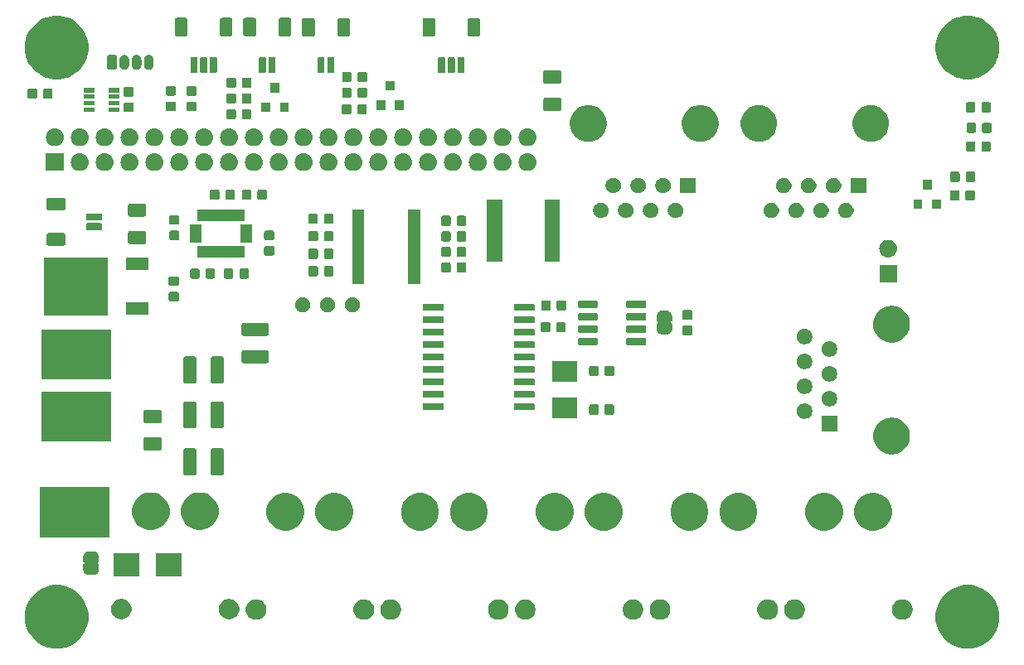
<source format=gbr>
G04 #@! TF.GenerationSoftware,KiCad,Pcbnew,(5.1.4)-1*
G04 #@! TF.CreationDate,2021-01-17T19:56:11-03:30*
G04 #@! TF.ProjectId,AUV_Pi_Expansion,4155565f-5069-45f4-9578-70616e73696f,V1.0*
G04 #@! TF.SameCoordinates,Original*
G04 #@! TF.FileFunction,Soldermask,Bot*
G04 #@! TF.FilePolarity,Negative*
%FSLAX46Y46*%
G04 Gerber Fmt 4.6, Leading zero omitted, Abs format (unit mm)*
G04 Created by KiCad (PCBNEW (5.1.4)-1) date 2021-01-17 19:56:11*
%MOMM*%
%LPD*%
G04 APERTURE LIST*
%ADD10C,0.100000*%
G04 APERTURE END LIST*
D10*
G36*
X147447990Y-143374896D02*
G01*
X147447992Y-143374897D01*
X147447993Y-143374897D01*
X147621229Y-143446654D01*
X148039452Y-143619888D01*
X148571754Y-143975560D01*
X149024440Y-144428246D01*
X149380112Y-144960548D01*
X149625104Y-145552010D01*
X149750000Y-146179903D01*
X149750000Y-146820097D01*
X149625104Y-147447990D01*
X149380112Y-148039452D01*
X149024440Y-148571754D01*
X148571754Y-149024440D01*
X148039452Y-149380112D01*
X147621229Y-149553346D01*
X147447993Y-149625103D01*
X147447992Y-149625103D01*
X147447990Y-149625104D01*
X146820097Y-149750000D01*
X146179903Y-149750000D01*
X145552010Y-149625104D01*
X145552008Y-149625103D01*
X145552007Y-149625103D01*
X145378771Y-149553346D01*
X144960548Y-149380112D01*
X144428246Y-149024440D01*
X143975560Y-148571754D01*
X143619888Y-148039452D01*
X143374896Y-147447990D01*
X143250000Y-146820097D01*
X143250000Y-146179903D01*
X143374896Y-145552010D01*
X143619888Y-144960548D01*
X143975560Y-144428246D01*
X144428246Y-143975560D01*
X144960548Y-143619888D01*
X145378771Y-143446654D01*
X145552007Y-143374897D01*
X145552008Y-143374897D01*
X145552010Y-143374896D01*
X146179903Y-143250000D01*
X146820097Y-143250000D01*
X147447990Y-143374896D01*
X147447990Y-143374896D01*
G37*
G36*
X54447990Y-143374896D02*
G01*
X54447992Y-143374897D01*
X54447993Y-143374897D01*
X54621229Y-143446654D01*
X55039452Y-143619888D01*
X55571754Y-143975560D01*
X56024440Y-144428246D01*
X56380112Y-144960548D01*
X56625104Y-145552010D01*
X56750000Y-146179903D01*
X56750000Y-146820097D01*
X56625104Y-147447990D01*
X56380112Y-148039452D01*
X56024440Y-148571754D01*
X55571754Y-149024440D01*
X55039452Y-149380112D01*
X54621229Y-149553346D01*
X54447993Y-149625103D01*
X54447992Y-149625103D01*
X54447990Y-149625104D01*
X53820097Y-149750000D01*
X53179903Y-149750000D01*
X52552010Y-149625104D01*
X52552008Y-149625103D01*
X52552007Y-149625103D01*
X52378771Y-149553346D01*
X51960548Y-149380112D01*
X51428246Y-149024440D01*
X50975560Y-148571754D01*
X50619888Y-148039452D01*
X50374896Y-147447990D01*
X50250000Y-146820097D01*
X50250000Y-146179903D01*
X50374896Y-145552010D01*
X50619888Y-144960548D01*
X50975560Y-144428246D01*
X51428246Y-143975560D01*
X51960548Y-143619888D01*
X52378771Y-143446654D01*
X52552007Y-143374897D01*
X52552008Y-143374897D01*
X52552010Y-143374896D01*
X53179903Y-143250000D01*
X53820097Y-143250000D01*
X54447990Y-143374896D01*
X54447990Y-143374896D01*
G37*
G36*
X101656274Y-144740350D02*
G01*
X101847362Y-144819502D01*
X102019336Y-144934411D01*
X102165589Y-145080664D01*
X102280498Y-145252638D01*
X102359650Y-145443726D01*
X102400000Y-145646584D01*
X102400000Y-145853416D01*
X102359650Y-146056274D01*
X102280498Y-146247362D01*
X102165589Y-146419336D01*
X102019336Y-146565589D01*
X101847362Y-146680498D01*
X101656274Y-146759650D01*
X101453416Y-146800000D01*
X101246584Y-146800000D01*
X101043726Y-146759650D01*
X100852638Y-146680498D01*
X100680664Y-146565589D01*
X100534411Y-146419336D01*
X100419502Y-146247362D01*
X100340350Y-146056274D01*
X100300000Y-145853416D01*
X100300000Y-145646584D01*
X100340350Y-145443726D01*
X100419502Y-145252638D01*
X100534411Y-145080664D01*
X100680664Y-144934411D01*
X100852638Y-144819502D01*
X101043726Y-144740350D01*
X101246584Y-144700000D01*
X101453416Y-144700000D01*
X101656274Y-144740350D01*
X101656274Y-144740350D01*
G37*
G36*
X115406274Y-144740350D02*
G01*
X115597362Y-144819502D01*
X115769336Y-144934411D01*
X115915589Y-145080664D01*
X116030498Y-145252638D01*
X116109650Y-145443726D01*
X116150000Y-145646584D01*
X116150000Y-145853416D01*
X116109650Y-146056274D01*
X116030498Y-146247362D01*
X115915589Y-146419336D01*
X115769336Y-146565589D01*
X115597362Y-146680498D01*
X115406274Y-146759650D01*
X115203416Y-146800000D01*
X114996584Y-146800000D01*
X114793726Y-146759650D01*
X114602638Y-146680498D01*
X114430664Y-146565589D01*
X114284411Y-146419336D01*
X114169502Y-146247362D01*
X114090350Y-146056274D01*
X114050000Y-145853416D01*
X114050000Y-145646584D01*
X114090350Y-145443726D01*
X114169502Y-145252638D01*
X114284411Y-145080664D01*
X114430664Y-144934411D01*
X114602638Y-144819502D01*
X114793726Y-144740350D01*
X114996584Y-144700000D01*
X115203416Y-144700000D01*
X115406274Y-144740350D01*
X115406274Y-144740350D01*
G37*
G36*
X87906274Y-144740350D02*
G01*
X88097362Y-144819502D01*
X88269336Y-144934411D01*
X88415589Y-145080664D01*
X88530498Y-145252638D01*
X88609650Y-145443726D01*
X88650000Y-145646584D01*
X88650000Y-145853416D01*
X88609650Y-146056274D01*
X88530498Y-146247362D01*
X88415589Y-146419336D01*
X88269336Y-146565589D01*
X88097362Y-146680498D01*
X87906274Y-146759650D01*
X87703416Y-146800000D01*
X87496584Y-146800000D01*
X87293726Y-146759650D01*
X87102638Y-146680498D01*
X86930664Y-146565589D01*
X86784411Y-146419336D01*
X86669502Y-146247362D01*
X86590350Y-146056274D01*
X86550000Y-145853416D01*
X86550000Y-145646584D01*
X86590350Y-145443726D01*
X86669502Y-145252638D01*
X86784411Y-145080664D01*
X86930664Y-144934411D01*
X87102638Y-144819502D01*
X87293726Y-144740350D01*
X87496584Y-144700000D01*
X87703416Y-144700000D01*
X87906274Y-144740350D01*
X87906274Y-144740350D01*
G37*
G36*
X98906274Y-144740350D02*
G01*
X99097362Y-144819502D01*
X99269336Y-144934411D01*
X99415589Y-145080664D01*
X99530498Y-145252638D01*
X99609650Y-145443726D01*
X99650000Y-145646584D01*
X99650000Y-145853416D01*
X99609650Y-146056274D01*
X99530498Y-146247362D01*
X99415589Y-146419336D01*
X99269336Y-146565589D01*
X99097362Y-146680498D01*
X98906274Y-146759650D01*
X98703416Y-146800000D01*
X98496584Y-146800000D01*
X98293726Y-146759650D01*
X98102638Y-146680498D01*
X97930664Y-146565589D01*
X97784411Y-146419336D01*
X97669502Y-146247362D01*
X97590350Y-146056274D01*
X97550000Y-145853416D01*
X97550000Y-145646584D01*
X97590350Y-145443726D01*
X97669502Y-145252638D01*
X97784411Y-145080664D01*
X97930664Y-144934411D01*
X98102638Y-144819502D01*
X98293726Y-144740350D01*
X98496584Y-144700000D01*
X98703416Y-144700000D01*
X98906274Y-144740350D01*
X98906274Y-144740350D01*
G37*
G36*
X85156274Y-144740350D02*
G01*
X85347362Y-144819502D01*
X85519336Y-144934411D01*
X85665589Y-145080664D01*
X85780498Y-145252638D01*
X85859650Y-145443726D01*
X85900000Y-145646584D01*
X85900000Y-145853416D01*
X85859650Y-146056274D01*
X85780498Y-146247362D01*
X85665589Y-146419336D01*
X85519336Y-146565589D01*
X85347362Y-146680498D01*
X85156274Y-146759650D01*
X84953416Y-146800000D01*
X84746584Y-146800000D01*
X84543726Y-146759650D01*
X84352638Y-146680498D01*
X84180664Y-146565589D01*
X84034411Y-146419336D01*
X83919502Y-146247362D01*
X83840350Y-146056274D01*
X83800000Y-145853416D01*
X83800000Y-145646584D01*
X83840350Y-145443726D01*
X83919502Y-145252638D01*
X84034411Y-145080664D01*
X84180664Y-144934411D01*
X84352638Y-144819502D01*
X84543726Y-144740350D01*
X84746584Y-144700000D01*
X84953416Y-144700000D01*
X85156274Y-144740350D01*
X85156274Y-144740350D01*
G37*
G36*
X74156274Y-144740350D02*
G01*
X74347362Y-144819502D01*
X74519336Y-144934411D01*
X74665589Y-145080664D01*
X74780498Y-145252638D01*
X74859650Y-145443726D01*
X74900000Y-145646584D01*
X74900000Y-145853416D01*
X74859650Y-146056274D01*
X74780498Y-146247362D01*
X74665589Y-146419336D01*
X74519336Y-146565589D01*
X74347362Y-146680498D01*
X74156274Y-146759650D01*
X73953416Y-146800000D01*
X73746584Y-146800000D01*
X73543726Y-146759650D01*
X73352638Y-146680498D01*
X73180664Y-146565589D01*
X73034411Y-146419336D01*
X72919502Y-146247362D01*
X72840350Y-146056274D01*
X72800000Y-145853416D01*
X72800000Y-145646584D01*
X72840350Y-145443726D01*
X72919502Y-145252638D01*
X73034411Y-145080664D01*
X73180664Y-144934411D01*
X73352638Y-144819502D01*
X73543726Y-144740350D01*
X73746584Y-144700000D01*
X73953416Y-144700000D01*
X74156274Y-144740350D01*
X74156274Y-144740350D01*
G37*
G36*
X129156274Y-144740350D02*
G01*
X129347362Y-144819502D01*
X129519336Y-144934411D01*
X129665589Y-145080664D01*
X129780498Y-145252638D01*
X129859650Y-145443726D01*
X129900000Y-145646584D01*
X129900000Y-145853416D01*
X129859650Y-146056274D01*
X129780498Y-146247362D01*
X129665589Y-146419336D01*
X129519336Y-146565589D01*
X129347362Y-146680498D01*
X129156274Y-146759650D01*
X128953416Y-146800000D01*
X128746584Y-146800000D01*
X128543726Y-146759650D01*
X128352638Y-146680498D01*
X128180664Y-146565589D01*
X128034411Y-146419336D01*
X127919502Y-146247362D01*
X127840350Y-146056274D01*
X127800000Y-145853416D01*
X127800000Y-145646584D01*
X127840350Y-145443726D01*
X127919502Y-145252638D01*
X128034411Y-145080664D01*
X128180664Y-144934411D01*
X128352638Y-144819502D01*
X128543726Y-144740350D01*
X128746584Y-144700000D01*
X128953416Y-144700000D01*
X129156274Y-144740350D01*
X129156274Y-144740350D01*
G37*
G36*
X140156274Y-144740350D02*
G01*
X140347362Y-144819502D01*
X140519336Y-144934411D01*
X140665589Y-145080664D01*
X140780498Y-145252638D01*
X140859650Y-145443726D01*
X140900000Y-145646584D01*
X140900000Y-145853416D01*
X140859650Y-146056274D01*
X140780498Y-146247362D01*
X140665589Y-146419336D01*
X140519336Y-146565589D01*
X140347362Y-146680498D01*
X140156274Y-146759650D01*
X139953416Y-146800000D01*
X139746584Y-146800000D01*
X139543726Y-146759650D01*
X139352638Y-146680498D01*
X139180664Y-146565589D01*
X139034411Y-146419336D01*
X138919502Y-146247362D01*
X138840350Y-146056274D01*
X138800000Y-145853416D01*
X138800000Y-145646584D01*
X138840350Y-145443726D01*
X138919502Y-145252638D01*
X139034411Y-145080664D01*
X139180664Y-144934411D01*
X139352638Y-144819502D01*
X139543726Y-144740350D01*
X139746584Y-144700000D01*
X139953416Y-144700000D01*
X140156274Y-144740350D01*
X140156274Y-144740350D01*
G37*
G36*
X112656274Y-144740350D02*
G01*
X112847362Y-144819502D01*
X113019336Y-144934411D01*
X113165589Y-145080664D01*
X113280498Y-145252638D01*
X113359650Y-145443726D01*
X113400000Y-145646584D01*
X113400000Y-145853416D01*
X113359650Y-146056274D01*
X113280498Y-146247362D01*
X113165589Y-146419336D01*
X113019336Y-146565589D01*
X112847362Y-146680498D01*
X112656274Y-146759650D01*
X112453416Y-146800000D01*
X112246584Y-146800000D01*
X112043726Y-146759650D01*
X111852638Y-146680498D01*
X111680664Y-146565589D01*
X111534411Y-146419336D01*
X111419502Y-146247362D01*
X111340350Y-146056274D01*
X111300000Y-145853416D01*
X111300000Y-145646584D01*
X111340350Y-145443726D01*
X111419502Y-145252638D01*
X111534411Y-145080664D01*
X111680664Y-144934411D01*
X111852638Y-144819502D01*
X112043726Y-144740350D01*
X112246584Y-144700000D01*
X112453416Y-144700000D01*
X112656274Y-144740350D01*
X112656274Y-144740350D01*
G37*
G36*
X126406274Y-144740350D02*
G01*
X126597362Y-144819502D01*
X126769336Y-144934411D01*
X126915589Y-145080664D01*
X127030498Y-145252638D01*
X127109650Y-145443726D01*
X127150000Y-145646584D01*
X127150000Y-145853416D01*
X127109650Y-146056274D01*
X127030498Y-146247362D01*
X126915589Y-146419336D01*
X126769336Y-146565589D01*
X126597362Y-146680498D01*
X126406274Y-146759650D01*
X126203416Y-146800000D01*
X125996584Y-146800000D01*
X125793726Y-146759650D01*
X125602638Y-146680498D01*
X125430664Y-146565589D01*
X125284411Y-146419336D01*
X125169502Y-146247362D01*
X125090350Y-146056274D01*
X125050000Y-145853416D01*
X125050000Y-145646584D01*
X125090350Y-145443726D01*
X125169502Y-145252638D01*
X125284411Y-145080664D01*
X125430664Y-144934411D01*
X125602638Y-144819502D01*
X125793726Y-144740350D01*
X125996584Y-144700000D01*
X126203416Y-144700000D01*
X126406274Y-144740350D01*
X126406274Y-144740350D01*
G37*
G36*
X60406274Y-144690350D02*
G01*
X60597362Y-144769502D01*
X60769336Y-144884411D01*
X60915589Y-145030664D01*
X61030498Y-145202638D01*
X61109650Y-145393726D01*
X61150000Y-145596584D01*
X61150000Y-145803416D01*
X61109650Y-146006274D01*
X61030498Y-146197362D01*
X60915589Y-146369336D01*
X60769336Y-146515589D01*
X60597362Y-146630498D01*
X60406274Y-146709650D01*
X60203416Y-146750000D01*
X59996584Y-146750000D01*
X59793726Y-146709650D01*
X59602638Y-146630498D01*
X59430664Y-146515589D01*
X59284411Y-146369336D01*
X59169502Y-146197362D01*
X59090350Y-146006274D01*
X59050000Y-145803416D01*
X59050000Y-145596584D01*
X59090350Y-145393726D01*
X59169502Y-145202638D01*
X59284411Y-145030664D01*
X59430664Y-144884411D01*
X59602638Y-144769502D01*
X59793726Y-144690350D01*
X59996584Y-144650000D01*
X60203416Y-144650000D01*
X60406274Y-144690350D01*
X60406274Y-144690350D01*
G37*
G36*
X71406274Y-144690350D02*
G01*
X71597362Y-144769502D01*
X71769336Y-144884411D01*
X71915589Y-145030664D01*
X72030498Y-145202638D01*
X72109650Y-145393726D01*
X72150000Y-145596584D01*
X72150000Y-145803416D01*
X72109650Y-146006274D01*
X72030498Y-146197362D01*
X71915589Y-146369336D01*
X71769336Y-146515589D01*
X71597362Y-146630498D01*
X71406274Y-146709650D01*
X71203416Y-146750000D01*
X70996584Y-146750000D01*
X70793726Y-146709650D01*
X70602638Y-146630498D01*
X70430664Y-146515589D01*
X70284411Y-146369336D01*
X70169502Y-146197362D01*
X70090350Y-146006274D01*
X70050000Y-145803416D01*
X70050000Y-145596584D01*
X70090350Y-145393726D01*
X70169502Y-145202638D01*
X70284411Y-145030664D01*
X70430664Y-144884411D01*
X70602638Y-144769502D01*
X70793726Y-144690350D01*
X70996584Y-144650000D01*
X71203416Y-144650000D01*
X71406274Y-144690350D01*
X71406274Y-144690350D01*
G37*
G36*
X61950000Y-142400000D02*
G01*
X59350000Y-142400000D01*
X59350000Y-140000000D01*
X61950000Y-140000000D01*
X61950000Y-142400000D01*
X61950000Y-142400000D01*
G37*
G36*
X66250000Y-142400000D02*
G01*
X63650000Y-142400000D01*
X63650000Y-140000000D01*
X66250000Y-140000000D01*
X66250000Y-142400000D01*
X66250000Y-142400000D01*
G37*
G36*
X57249997Y-139799758D02*
G01*
X57250000Y-139799758D01*
X57259802Y-139800723D01*
X57259805Y-139800724D01*
X57264649Y-139801201D01*
X57274450Y-139801682D01*
X57294092Y-139801682D01*
X57299007Y-139802166D01*
X57299009Y-139802166D01*
X57308811Y-139803131D01*
X57308814Y-139803132D01*
X57313723Y-139803615D01*
X57400223Y-139820821D01*
X57404941Y-139822252D01*
X57404944Y-139822253D01*
X57414369Y-139825112D01*
X57414376Y-139825115D01*
X57419093Y-139826546D01*
X57500569Y-139860293D01*
X57504922Y-139862620D01*
X57504925Y-139862621D01*
X57513611Y-139867264D01*
X57517964Y-139869591D01*
X57591300Y-139918593D01*
X57606538Y-139931098D01*
X57668902Y-139993462D01*
X57681407Y-140008700D01*
X57730409Y-140082036D01*
X57739707Y-140099431D01*
X57773454Y-140180907D01*
X57774885Y-140185624D01*
X57774888Y-140185631D01*
X57777747Y-140195056D01*
X57779179Y-140199777D01*
X57796385Y-140286277D01*
X57798318Y-140305908D01*
X57798318Y-140325550D01*
X57798799Y-140335351D01*
X57799276Y-140340195D01*
X57799277Y-140340198D01*
X57800242Y-140350000D01*
X57800726Y-140354917D01*
X57800726Y-140845083D01*
X57800242Y-140849997D01*
X57800242Y-140850000D01*
X57799277Y-140859802D01*
X57799276Y-140859805D01*
X57796418Y-140869227D01*
X57791774Y-140877914D01*
X57785527Y-140885527D01*
X57778596Y-140891214D01*
X57777913Y-140891775D01*
X57769227Y-140896418D01*
X57759802Y-140899277D01*
X57750000Y-140900242D01*
X57749997Y-140900242D01*
X57747560Y-140900482D01*
X57728333Y-140904307D01*
X57710222Y-140911808D01*
X57693923Y-140922699D01*
X57680061Y-140936561D01*
X57669170Y-140952860D01*
X57661668Y-140970971D01*
X57657844Y-140990198D01*
X57657843Y-141009801D01*
X57661668Y-141029028D01*
X57669169Y-141047139D01*
X57680060Y-141063438D01*
X57693922Y-141077300D01*
X57710221Y-141088191D01*
X57728332Y-141095693D01*
X57747560Y-141099518D01*
X57749997Y-141099758D01*
X57750000Y-141099758D01*
X57759802Y-141100723D01*
X57769227Y-141103582D01*
X57777913Y-141108225D01*
X57777915Y-141108226D01*
X57777914Y-141108226D01*
X57785527Y-141114473D01*
X57791214Y-141121404D01*
X57791775Y-141122087D01*
X57796418Y-141130773D01*
X57799277Y-141140198D01*
X57800242Y-141150000D01*
X57800726Y-141154917D01*
X57800726Y-141645083D01*
X57800242Y-141649997D01*
X57800242Y-141650000D01*
X57799277Y-141659802D01*
X57799276Y-141659805D01*
X57798799Y-141664649D01*
X57798318Y-141674450D01*
X57798318Y-141694092D01*
X57796385Y-141713723D01*
X57779179Y-141800223D01*
X57777748Y-141804941D01*
X57777747Y-141804944D01*
X57774888Y-141814369D01*
X57774885Y-141814376D01*
X57773454Y-141819093D01*
X57739707Y-141900569D01*
X57730409Y-141917964D01*
X57681407Y-141991300D01*
X57668902Y-142006538D01*
X57606538Y-142068902D01*
X57591300Y-142081407D01*
X57517964Y-142130409D01*
X57513613Y-142132735D01*
X57513611Y-142132736D01*
X57504925Y-142137379D01*
X57504922Y-142137380D01*
X57500569Y-142139707D01*
X57419093Y-142173454D01*
X57414376Y-142174885D01*
X57414369Y-142174888D01*
X57404944Y-142177747D01*
X57404941Y-142177748D01*
X57400223Y-142179179D01*
X57313723Y-142196385D01*
X57308814Y-142196868D01*
X57308811Y-142196869D01*
X57299009Y-142197834D01*
X57299007Y-142197834D01*
X57294092Y-142198318D01*
X57274450Y-142198318D01*
X57264649Y-142198799D01*
X57259805Y-142199276D01*
X57259802Y-142199277D01*
X57250000Y-142200242D01*
X57249997Y-142200242D01*
X57245083Y-142200726D01*
X56754917Y-142200726D01*
X56750003Y-142200242D01*
X56750000Y-142200242D01*
X56740198Y-142199277D01*
X56740195Y-142199276D01*
X56735351Y-142198799D01*
X56725550Y-142198318D01*
X56705908Y-142198318D01*
X56700993Y-142197834D01*
X56700991Y-142197834D01*
X56691189Y-142196869D01*
X56691186Y-142196868D01*
X56686277Y-142196385D01*
X56599777Y-142179179D01*
X56595059Y-142177748D01*
X56595056Y-142177747D01*
X56585631Y-142174888D01*
X56585624Y-142174885D01*
X56580907Y-142173454D01*
X56499431Y-142139707D01*
X56495078Y-142137380D01*
X56495075Y-142137379D01*
X56486389Y-142132736D01*
X56486387Y-142132735D01*
X56482036Y-142130409D01*
X56408700Y-142081407D01*
X56393462Y-142068902D01*
X56331098Y-142006538D01*
X56318593Y-141991300D01*
X56269591Y-141917964D01*
X56260293Y-141900569D01*
X56226546Y-141819093D01*
X56225115Y-141814376D01*
X56225112Y-141814369D01*
X56222253Y-141804944D01*
X56222252Y-141804941D01*
X56220821Y-141800223D01*
X56203615Y-141713723D01*
X56201682Y-141694092D01*
X56201682Y-141674450D01*
X56201201Y-141664649D01*
X56200724Y-141659805D01*
X56200723Y-141659802D01*
X56199758Y-141650000D01*
X56199758Y-141649997D01*
X56199274Y-141645083D01*
X56199274Y-141154917D01*
X56199758Y-141150000D01*
X56200723Y-141140198D01*
X56203582Y-141130773D01*
X56208225Y-141122087D01*
X56208786Y-141121404D01*
X56214473Y-141114473D01*
X56222086Y-141108226D01*
X56222085Y-141108226D01*
X56222087Y-141108225D01*
X56230773Y-141103582D01*
X56240198Y-141100723D01*
X56250000Y-141099758D01*
X56250003Y-141099758D01*
X56252440Y-141099518D01*
X56271667Y-141095693D01*
X56289778Y-141088192D01*
X56306077Y-141077301D01*
X56319939Y-141063439D01*
X56330830Y-141047140D01*
X56338332Y-141029029D01*
X56342156Y-141009802D01*
X56342157Y-140990199D01*
X56338332Y-140970972D01*
X56330831Y-140952861D01*
X56319940Y-140936562D01*
X56306078Y-140922700D01*
X56289779Y-140911809D01*
X56271668Y-140904307D01*
X56252440Y-140900482D01*
X56250003Y-140900242D01*
X56250000Y-140900242D01*
X56240198Y-140899277D01*
X56230773Y-140896418D01*
X56222087Y-140891775D01*
X56221404Y-140891214D01*
X56214473Y-140885527D01*
X56208226Y-140877914D01*
X56203582Y-140869227D01*
X56200724Y-140859805D01*
X56200723Y-140859802D01*
X56199758Y-140850000D01*
X56199758Y-140849997D01*
X56199274Y-140845083D01*
X56199274Y-140354917D01*
X56199758Y-140350000D01*
X56200723Y-140340198D01*
X56200724Y-140340195D01*
X56201201Y-140335351D01*
X56201682Y-140325550D01*
X56201682Y-140305908D01*
X56203615Y-140286277D01*
X56220821Y-140199777D01*
X56222253Y-140195056D01*
X56225112Y-140185631D01*
X56225115Y-140185624D01*
X56226546Y-140180907D01*
X56260293Y-140099431D01*
X56269591Y-140082036D01*
X56318593Y-140008700D01*
X56331098Y-139993462D01*
X56393462Y-139931098D01*
X56408700Y-139918593D01*
X56482036Y-139869591D01*
X56486389Y-139867264D01*
X56495075Y-139862621D01*
X56495078Y-139862620D01*
X56499431Y-139860293D01*
X56580907Y-139826546D01*
X56585624Y-139825115D01*
X56585631Y-139825112D01*
X56595056Y-139822253D01*
X56595059Y-139822252D01*
X56599777Y-139820821D01*
X56686277Y-139803615D01*
X56691186Y-139803132D01*
X56691189Y-139803131D01*
X56700991Y-139802166D01*
X56700993Y-139802166D01*
X56705908Y-139801682D01*
X56725550Y-139801682D01*
X56735351Y-139801201D01*
X56740195Y-139800724D01*
X56740198Y-139800723D01*
X56750000Y-139799758D01*
X56750003Y-139799758D01*
X56754917Y-139799274D01*
X57245083Y-139799274D01*
X57249997Y-139799758D01*
X57249997Y-139799758D01*
G37*
G36*
X58850000Y-138350000D02*
G01*
X51750000Y-138350000D01*
X51750000Y-133250000D01*
X58850000Y-133250000D01*
X58850000Y-138350000D01*
X58850000Y-138350000D01*
G37*
G36*
X109911502Y-133898977D02*
G01*
X110261829Y-134044087D01*
X110577116Y-134254755D01*
X110845245Y-134522884D01*
X111055913Y-134838171D01*
X111201023Y-135188498D01*
X111275000Y-135560404D01*
X111275000Y-135939596D01*
X111201023Y-136311502D01*
X111055913Y-136661829D01*
X110845245Y-136977116D01*
X110577116Y-137245245D01*
X110261829Y-137455913D01*
X109911502Y-137601023D01*
X109539596Y-137675000D01*
X109160404Y-137675000D01*
X108788498Y-137601023D01*
X108438171Y-137455913D01*
X108122884Y-137245245D01*
X107854755Y-136977116D01*
X107644087Y-136661829D01*
X107498977Y-136311502D01*
X107425000Y-135939596D01*
X107425000Y-135560404D01*
X107498977Y-135188498D01*
X107644087Y-134838171D01*
X107854755Y-134522884D01*
X108122884Y-134254755D01*
X108438171Y-134044087D01*
X108788498Y-133898977D01*
X109160404Y-133825000D01*
X109539596Y-133825000D01*
X109911502Y-133898977D01*
X109911502Y-133898977D01*
G37*
G36*
X96161502Y-133898977D02*
G01*
X96511829Y-134044087D01*
X96827116Y-134254755D01*
X97095245Y-134522884D01*
X97305913Y-134838171D01*
X97451023Y-135188498D01*
X97525000Y-135560404D01*
X97525000Y-135939596D01*
X97451023Y-136311502D01*
X97305913Y-136661829D01*
X97095245Y-136977116D01*
X96827116Y-137245245D01*
X96511829Y-137455913D01*
X96161502Y-137601023D01*
X95789596Y-137675000D01*
X95410404Y-137675000D01*
X95038498Y-137601023D01*
X94688171Y-137455913D01*
X94372884Y-137245245D01*
X94104755Y-136977116D01*
X93894087Y-136661829D01*
X93748977Y-136311502D01*
X93675000Y-135939596D01*
X93675000Y-135560404D01*
X93748977Y-135188498D01*
X93894087Y-134838171D01*
X94104755Y-134522884D01*
X94372884Y-134254755D01*
X94688171Y-134044087D01*
X95038498Y-133898977D01*
X95410404Y-133825000D01*
X95789596Y-133825000D01*
X96161502Y-133898977D01*
X96161502Y-133898977D01*
G37*
G36*
X91161502Y-133898977D02*
G01*
X91511829Y-134044087D01*
X91827116Y-134254755D01*
X92095245Y-134522884D01*
X92305913Y-134838171D01*
X92451023Y-135188498D01*
X92525000Y-135560404D01*
X92525000Y-135939596D01*
X92451023Y-136311502D01*
X92305913Y-136661829D01*
X92095245Y-136977116D01*
X91827116Y-137245245D01*
X91511829Y-137455913D01*
X91161502Y-137601023D01*
X90789596Y-137675000D01*
X90410404Y-137675000D01*
X90038498Y-137601023D01*
X89688171Y-137455913D01*
X89372884Y-137245245D01*
X89104755Y-136977116D01*
X88894087Y-136661829D01*
X88748977Y-136311502D01*
X88675000Y-135939596D01*
X88675000Y-135560404D01*
X88748977Y-135188498D01*
X88894087Y-134838171D01*
X89104755Y-134522884D01*
X89372884Y-134254755D01*
X89688171Y-134044087D01*
X90038498Y-133898977D01*
X90410404Y-133825000D01*
X90789596Y-133825000D01*
X91161502Y-133898977D01*
X91161502Y-133898977D01*
G37*
G36*
X123661502Y-133898977D02*
G01*
X124011829Y-134044087D01*
X124327116Y-134254755D01*
X124595245Y-134522884D01*
X124805913Y-134838171D01*
X124951023Y-135188498D01*
X125025000Y-135560404D01*
X125025000Y-135939596D01*
X124951023Y-136311502D01*
X124805913Y-136661829D01*
X124595245Y-136977116D01*
X124327116Y-137245245D01*
X124011829Y-137455913D01*
X123661502Y-137601023D01*
X123289596Y-137675000D01*
X122910404Y-137675000D01*
X122538498Y-137601023D01*
X122188171Y-137455913D01*
X121872884Y-137245245D01*
X121604755Y-136977116D01*
X121394087Y-136661829D01*
X121248977Y-136311502D01*
X121175000Y-135939596D01*
X121175000Y-135560404D01*
X121248977Y-135188498D01*
X121394087Y-134838171D01*
X121604755Y-134522884D01*
X121872884Y-134254755D01*
X122188171Y-134044087D01*
X122538498Y-133898977D01*
X122910404Y-133825000D01*
X123289596Y-133825000D01*
X123661502Y-133898977D01*
X123661502Y-133898977D01*
G37*
G36*
X137411502Y-133898977D02*
G01*
X137761829Y-134044087D01*
X138077116Y-134254755D01*
X138345245Y-134522884D01*
X138555913Y-134838171D01*
X138701023Y-135188498D01*
X138775000Y-135560404D01*
X138775000Y-135939596D01*
X138701023Y-136311502D01*
X138555913Y-136661829D01*
X138345245Y-136977116D01*
X138077116Y-137245245D01*
X137761829Y-137455913D01*
X137411502Y-137601023D01*
X137039596Y-137675000D01*
X136660404Y-137675000D01*
X136288498Y-137601023D01*
X135938171Y-137455913D01*
X135622884Y-137245245D01*
X135354755Y-136977116D01*
X135144087Y-136661829D01*
X134998977Y-136311502D01*
X134925000Y-135939596D01*
X134925000Y-135560404D01*
X134998977Y-135188498D01*
X135144087Y-134838171D01*
X135354755Y-134522884D01*
X135622884Y-134254755D01*
X135938171Y-134044087D01*
X136288498Y-133898977D01*
X136660404Y-133825000D01*
X137039596Y-133825000D01*
X137411502Y-133898977D01*
X137411502Y-133898977D01*
G37*
G36*
X82411502Y-133898977D02*
G01*
X82761829Y-134044087D01*
X83077116Y-134254755D01*
X83345245Y-134522884D01*
X83555913Y-134838171D01*
X83701023Y-135188498D01*
X83775000Y-135560404D01*
X83775000Y-135939596D01*
X83701023Y-136311502D01*
X83555913Y-136661829D01*
X83345245Y-136977116D01*
X83077116Y-137245245D01*
X82761829Y-137455913D01*
X82411502Y-137601023D01*
X82039596Y-137675000D01*
X81660404Y-137675000D01*
X81288498Y-137601023D01*
X80938171Y-137455913D01*
X80622884Y-137245245D01*
X80354755Y-136977116D01*
X80144087Y-136661829D01*
X79998977Y-136311502D01*
X79925000Y-135939596D01*
X79925000Y-135560404D01*
X79998977Y-135188498D01*
X80144087Y-134838171D01*
X80354755Y-134522884D01*
X80622884Y-134254755D01*
X80938171Y-134044087D01*
X81288498Y-133898977D01*
X81660404Y-133825000D01*
X82039596Y-133825000D01*
X82411502Y-133898977D01*
X82411502Y-133898977D01*
G37*
G36*
X118661502Y-133898977D02*
G01*
X119011829Y-134044087D01*
X119327116Y-134254755D01*
X119595245Y-134522884D01*
X119805913Y-134838171D01*
X119951023Y-135188498D01*
X120025000Y-135560404D01*
X120025000Y-135939596D01*
X119951023Y-136311502D01*
X119805913Y-136661829D01*
X119595245Y-136977116D01*
X119327116Y-137245245D01*
X119011829Y-137455913D01*
X118661502Y-137601023D01*
X118289596Y-137675000D01*
X117910404Y-137675000D01*
X117538498Y-137601023D01*
X117188171Y-137455913D01*
X116872884Y-137245245D01*
X116604755Y-136977116D01*
X116394087Y-136661829D01*
X116248977Y-136311502D01*
X116175000Y-135939596D01*
X116175000Y-135560404D01*
X116248977Y-135188498D01*
X116394087Y-134838171D01*
X116604755Y-134522884D01*
X116872884Y-134254755D01*
X117188171Y-134044087D01*
X117538498Y-133898977D01*
X117910404Y-133825000D01*
X118289596Y-133825000D01*
X118661502Y-133898977D01*
X118661502Y-133898977D01*
G37*
G36*
X77411502Y-133898977D02*
G01*
X77761829Y-134044087D01*
X78077116Y-134254755D01*
X78345245Y-134522884D01*
X78555913Y-134838171D01*
X78701023Y-135188498D01*
X78775000Y-135560404D01*
X78775000Y-135939596D01*
X78701023Y-136311502D01*
X78555913Y-136661829D01*
X78345245Y-136977116D01*
X78077116Y-137245245D01*
X77761829Y-137455913D01*
X77411502Y-137601023D01*
X77039596Y-137675000D01*
X76660404Y-137675000D01*
X76288498Y-137601023D01*
X75938171Y-137455913D01*
X75622884Y-137245245D01*
X75354755Y-136977116D01*
X75144087Y-136661829D01*
X74998977Y-136311502D01*
X74925000Y-135939596D01*
X74925000Y-135560404D01*
X74998977Y-135188498D01*
X75144087Y-134838171D01*
X75354755Y-134522884D01*
X75622884Y-134254755D01*
X75938171Y-134044087D01*
X76288498Y-133898977D01*
X76660404Y-133825000D01*
X77039596Y-133825000D01*
X77411502Y-133898977D01*
X77411502Y-133898977D01*
G37*
G36*
X104911502Y-133898977D02*
G01*
X105261829Y-134044087D01*
X105577116Y-134254755D01*
X105845245Y-134522884D01*
X106055913Y-134838171D01*
X106201023Y-135188498D01*
X106275000Y-135560404D01*
X106275000Y-135939596D01*
X106201023Y-136311502D01*
X106055913Y-136661829D01*
X105845245Y-136977116D01*
X105577116Y-137245245D01*
X105261829Y-137455913D01*
X104911502Y-137601023D01*
X104539596Y-137675000D01*
X104160404Y-137675000D01*
X103788498Y-137601023D01*
X103438171Y-137455913D01*
X103122884Y-137245245D01*
X102854755Y-136977116D01*
X102644087Y-136661829D01*
X102498977Y-136311502D01*
X102425000Y-135939596D01*
X102425000Y-135560404D01*
X102498977Y-135188498D01*
X102644087Y-134838171D01*
X102854755Y-134522884D01*
X103122884Y-134254755D01*
X103438171Y-134044087D01*
X103788498Y-133898977D01*
X104160404Y-133825000D01*
X104539596Y-133825000D01*
X104911502Y-133898977D01*
X104911502Y-133898977D01*
G37*
G36*
X132411502Y-133898977D02*
G01*
X132761829Y-134044087D01*
X133077116Y-134254755D01*
X133345245Y-134522884D01*
X133555913Y-134838171D01*
X133701023Y-135188498D01*
X133775000Y-135560404D01*
X133775000Y-135939596D01*
X133701023Y-136311502D01*
X133555913Y-136661829D01*
X133345245Y-136977116D01*
X133077116Y-137245245D01*
X132761829Y-137455913D01*
X132411502Y-137601023D01*
X132039596Y-137675000D01*
X131660404Y-137675000D01*
X131288498Y-137601023D01*
X130938171Y-137455913D01*
X130622884Y-137245245D01*
X130354755Y-136977116D01*
X130144087Y-136661829D01*
X129998977Y-136311502D01*
X129925000Y-135939596D01*
X129925000Y-135560404D01*
X129998977Y-135188498D01*
X130144087Y-134838171D01*
X130354755Y-134522884D01*
X130622884Y-134254755D01*
X130938171Y-134044087D01*
X131288498Y-133898977D01*
X131660404Y-133825000D01*
X132039596Y-133825000D01*
X132411502Y-133898977D01*
X132411502Y-133898977D01*
G37*
G36*
X63661502Y-133848977D02*
G01*
X64011829Y-133994087D01*
X64327116Y-134204755D01*
X64595245Y-134472884D01*
X64805913Y-134788171D01*
X64951023Y-135138498D01*
X65025000Y-135510404D01*
X65025000Y-135889596D01*
X64951023Y-136261502D01*
X64805913Y-136611829D01*
X64595245Y-136927116D01*
X64327116Y-137195245D01*
X64011829Y-137405913D01*
X63661502Y-137551023D01*
X63289596Y-137625000D01*
X62910404Y-137625000D01*
X62538498Y-137551023D01*
X62188171Y-137405913D01*
X61872884Y-137195245D01*
X61604755Y-136927116D01*
X61394087Y-136611829D01*
X61248977Y-136261502D01*
X61175000Y-135889596D01*
X61175000Y-135510404D01*
X61248977Y-135138498D01*
X61394087Y-134788171D01*
X61604755Y-134472884D01*
X61872884Y-134204755D01*
X62188171Y-133994087D01*
X62538498Y-133848977D01*
X62910404Y-133775000D01*
X63289596Y-133775000D01*
X63661502Y-133848977D01*
X63661502Y-133848977D01*
G37*
G36*
X68661502Y-133848977D02*
G01*
X69011829Y-133994087D01*
X69327116Y-134204755D01*
X69595245Y-134472884D01*
X69805913Y-134788171D01*
X69951023Y-135138498D01*
X70025000Y-135510404D01*
X70025000Y-135889596D01*
X69951023Y-136261502D01*
X69805913Y-136611829D01*
X69595245Y-136927116D01*
X69327116Y-137195245D01*
X69011829Y-137405913D01*
X68661502Y-137551023D01*
X68289596Y-137625000D01*
X67910404Y-137625000D01*
X67538498Y-137551023D01*
X67188171Y-137405913D01*
X66872884Y-137195245D01*
X66604755Y-136927116D01*
X66394087Y-136611829D01*
X66248977Y-136261502D01*
X66175000Y-135889596D01*
X66175000Y-135510404D01*
X66248977Y-135138498D01*
X66394087Y-134788171D01*
X66604755Y-134472884D01*
X66872884Y-134204755D01*
X67188171Y-133994087D01*
X67538498Y-133848977D01*
X67910404Y-133775000D01*
X68289596Y-133775000D01*
X68661502Y-133848977D01*
X68661502Y-133848977D01*
G37*
G36*
X67605875Y-129279510D02*
G01*
X67645178Y-129291432D01*
X67681399Y-129310792D01*
X67713150Y-129336850D01*
X67739208Y-129368601D01*
X67758568Y-129404822D01*
X67770490Y-129444125D01*
X67775000Y-129489909D01*
X67775000Y-131810091D01*
X67770490Y-131855875D01*
X67758568Y-131895178D01*
X67739208Y-131931399D01*
X67713150Y-131963150D01*
X67681399Y-131989208D01*
X67645178Y-132008568D01*
X67605875Y-132020490D01*
X67560091Y-132025000D01*
X66639909Y-132025000D01*
X66594125Y-132020490D01*
X66554822Y-132008568D01*
X66518601Y-131989208D01*
X66486850Y-131963150D01*
X66460792Y-131931399D01*
X66441432Y-131895178D01*
X66429510Y-131855875D01*
X66425000Y-131810091D01*
X66425000Y-129489909D01*
X66429510Y-129444125D01*
X66441432Y-129404822D01*
X66460792Y-129368601D01*
X66486850Y-129336850D01*
X66518601Y-129310792D01*
X66554822Y-129291432D01*
X66594125Y-129279510D01*
X66639909Y-129275000D01*
X67560091Y-129275000D01*
X67605875Y-129279510D01*
X67605875Y-129279510D01*
G37*
G36*
X70405875Y-129279510D02*
G01*
X70445178Y-129291432D01*
X70481399Y-129310792D01*
X70513150Y-129336850D01*
X70539208Y-129368601D01*
X70558568Y-129404822D01*
X70570490Y-129444125D01*
X70575000Y-129489909D01*
X70575000Y-131810091D01*
X70570490Y-131855875D01*
X70558568Y-131895178D01*
X70539208Y-131931399D01*
X70513150Y-131963150D01*
X70481399Y-131989208D01*
X70445178Y-132008568D01*
X70405875Y-132020490D01*
X70360091Y-132025000D01*
X69439909Y-132025000D01*
X69394125Y-132020490D01*
X69354822Y-132008568D01*
X69318601Y-131989208D01*
X69286850Y-131963150D01*
X69260792Y-131931399D01*
X69241432Y-131895178D01*
X69229510Y-131855875D01*
X69225000Y-131810091D01*
X69225000Y-129489909D01*
X69229510Y-129444125D01*
X69241432Y-129404822D01*
X69260792Y-129368601D01*
X69286850Y-129336850D01*
X69318601Y-129310792D01*
X69354822Y-129291432D01*
X69394125Y-129279510D01*
X69439909Y-129275000D01*
X70360091Y-129275000D01*
X70405875Y-129279510D01*
X70405875Y-129279510D01*
G37*
G36*
X139060358Y-126150000D02*
G01*
X139296920Y-126197055D01*
X139638147Y-126338397D01*
X139945241Y-126543590D01*
X140206409Y-126804758D01*
X140411602Y-127111852D01*
X140552944Y-127453079D01*
X140568244Y-127529999D01*
X140625000Y-127815328D01*
X140625000Y-128184670D01*
X140621139Y-128204080D01*
X140552944Y-128546919D01*
X140411602Y-128888146D01*
X140206409Y-129195240D01*
X139945241Y-129456408D01*
X139638147Y-129661601D01*
X139296920Y-129802943D01*
X139079569Y-129846177D01*
X138934671Y-129874999D01*
X138565329Y-129874999D01*
X138420431Y-129846177D01*
X138203080Y-129802943D01*
X137861853Y-129661601D01*
X137554759Y-129456408D01*
X137293591Y-129195240D01*
X137088398Y-128888146D01*
X136947056Y-128546919D01*
X136878861Y-128204080D01*
X136875000Y-128184670D01*
X136875000Y-127815328D01*
X136931756Y-127529999D01*
X136947056Y-127453079D01*
X137088398Y-127111852D01*
X137293591Y-126804758D01*
X137554759Y-126543590D01*
X137861853Y-126338397D01*
X138203080Y-126197055D01*
X138439642Y-126150000D01*
X138565329Y-126124999D01*
X138934671Y-126124999D01*
X139060358Y-126150000D01*
X139060358Y-126150000D01*
G37*
G36*
X64055875Y-128129509D02*
G01*
X64095178Y-128141431D01*
X64131399Y-128160791D01*
X64163150Y-128186849D01*
X64189208Y-128218600D01*
X64208568Y-128254821D01*
X64220490Y-128294124D01*
X64225000Y-128339908D01*
X64225000Y-129260090D01*
X64220490Y-129305874D01*
X64208568Y-129345177D01*
X64189208Y-129381398D01*
X64163150Y-129413149D01*
X64131399Y-129439207D01*
X64095178Y-129458567D01*
X64055875Y-129470489D01*
X64010091Y-129474999D01*
X62589909Y-129474999D01*
X62544125Y-129470489D01*
X62504822Y-129458567D01*
X62468601Y-129439207D01*
X62436850Y-129413149D01*
X62410792Y-129381398D01*
X62391432Y-129345177D01*
X62379510Y-129305874D01*
X62375000Y-129260090D01*
X62375000Y-128339908D01*
X62379510Y-128294124D01*
X62391432Y-128254821D01*
X62410792Y-128218600D01*
X62436850Y-128186849D01*
X62468601Y-128160791D01*
X62504822Y-128141431D01*
X62544125Y-128129509D01*
X62589909Y-128124999D01*
X64010091Y-128124999D01*
X64055875Y-128129509D01*
X64055875Y-128129509D01*
G37*
G36*
X59050001Y-128550000D02*
G01*
X51950001Y-128550000D01*
X51950001Y-123450000D01*
X59050001Y-123450000D01*
X59050001Y-128550000D01*
X59050001Y-128550000D01*
G37*
G36*
X133200000Y-127529999D02*
G01*
X131600000Y-127529999D01*
X131600000Y-125929999D01*
X133200000Y-125929999D01*
X133200000Y-127529999D01*
X133200000Y-127529999D01*
G37*
G36*
X67605875Y-124479510D02*
G01*
X67645178Y-124491432D01*
X67681399Y-124510792D01*
X67713150Y-124536850D01*
X67739208Y-124568601D01*
X67758568Y-124604822D01*
X67770490Y-124644125D01*
X67775000Y-124689909D01*
X67775000Y-127010091D01*
X67770490Y-127055875D01*
X67758568Y-127095178D01*
X67739208Y-127131399D01*
X67713150Y-127163150D01*
X67681399Y-127189208D01*
X67645178Y-127208568D01*
X67605875Y-127220490D01*
X67560091Y-127225000D01*
X66639909Y-127225000D01*
X66594125Y-127220490D01*
X66554822Y-127208568D01*
X66518601Y-127189208D01*
X66486850Y-127163150D01*
X66460792Y-127131399D01*
X66441432Y-127095178D01*
X66429510Y-127055875D01*
X66425000Y-127010091D01*
X66425000Y-124689909D01*
X66429510Y-124644125D01*
X66441432Y-124604822D01*
X66460792Y-124568601D01*
X66486850Y-124536850D01*
X66518601Y-124510792D01*
X66554822Y-124491432D01*
X66594125Y-124479510D01*
X66639909Y-124475000D01*
X67560091Y-124475000D01*
X67605875Y-124479510D01*
X67605875Y-124479510D01*
G37*
G36*
X70405875Y-124479510D02*
G01*
X70445178Y-124491432D01*
X70481399Y-124510792D01*
X70513150Y-124536850D01*
X70539208Y-124568601D01*
X70558568Y-124604822D01*
X70570490Y-124644125D01*
X70575000Y-124689909D01*
X70575000Y-127010091D01*
X70570490Y-127055875D01*
X70558568Y-127095178D01*
X70539208Y-127131399D01*
X70513150Y-127163150D01*
X70481399Y-127189208D01*
X70445178Y-127208568D01*
X70405875Y-127220490D01*
X70360091Y-127225000D01*
X69439909Y-127225000D01*
X69394125Y-127220490D01*
X69354822Y-127208568D01*
X69318601Y-127189208D01*
X69286850Y-127163150D01*
X69260792Y-127131399D01*
X69241432Y-127095178D01*
X69229510Y-127055875D01*
X69225000Y-127010091D01*
X69225000Y-124689909D01*
X69229510Y-124644125D01*
X69241432Y-124604822D01*
X69260792Y-124568601D01*
X69286850Y-124536850D01*
X69318601Y-124510792D01*
X69354822Y-124491432D01*
X69394125Y-124479510D01*
X69439909Y-124475000D01*
X70360091Y-124475000D01*
X70405875Y-124479510D01*
X70405875Y-124479510D01*
G37*
G36*
X64055875Y-125329509D02*
G01*
X64095178Y-125341431D01*
X64131399Y-125360791D01*
X64163150Y-125386849D01*
X64189208Y-125418600D01*
X64208568Y-125454821D01*
X64220490Y-125494124D01*
X64225000Y-125539908D01*
X64225000Y-126460090D01*
X64220490Y-126505874D01*
X64208568Y-126545177D01*
X64189208Y-126581398D01*
X64163150Y-126613149D01*
X64131399Y-126639207D01*
X64095178Y-126658567D01*
X64055875Y-126670489D01*
X64010091Y-126674999D01*
X62589909Y-126674999D01*
X62544125Y-126670489D01*
X62504822Y-126658567D01*
X62468601Y-126639207D01*
X62436850Y-126613149D01*
X62410792Y-126581398D01*
X62391432Y-126545177D01*
X62379510Y-126505874D01*
X62375000Y-126460090D01*
X62375000Y-125539908D01*
X62379510Y-125494124D01*
X62391432Y-125454821D01*
X62410792Y-125418600D01*
X62436850Y-125386849D01*
X62468601Y-125360791D01*
X62504822Y-125341431D01*
X62544125Y-125329509D01*
X62589909Y-125324999D01*
X64010091Y-125324999D01*
X64055875Y-125329509D01*
X64055875Y-125329509D01*
G37*
G36*
X130093351Y-124690742D02*
G01*
X130093353Y-124690743D01*
X130093354Y-124690743D01*
X130156630Y-124716953D01*
X130238942Y-124751048D01*
X130369970Y-124838598D01*
X130481401Y-124950029D01*
X130568951Y-125081057D01*
X130629257Y-125226648D01*
X130660000Y-125381206D01*
X130660000Y-125538792D01*
X130633001Y-125674529D01*
X130629256Y-125693353D01*
X130568951Y-125838941D01*
X130481400Y-125969970D01*
X130369971Y-126081399D01*
X130238942Y-126168950D01*
X130093354Y-126229255D01*
X130093353Y-126229255D01*
X130093351Y-126229256D01*
X129938793Y-126259999D01*
X129781207Y-126259999D01*
X129626649Y-126229256D01*
X129626647Y-126229255D01*
X129626646Y-126229255D01*
X129481058Y-126168950D01*
X129350029Y-126081399D01*
X129238600Y-125969970D01*
X129151049Y-125838941D01*
X129090744Y-125693353D01*
X129087000Y-125674529D01*
X129060000Y-125538792D01*
X129060000Y-125381206D01*
X129090743Y-125226648D01*
X129151049Y-125081057D01*
X129238599Y-124950029D01*
X129350030Y-124838598D01*
X129481058Y-124751048D01*
X129563370Y-124716953D01*
X129626646Y-124690743D01*
X129626647Y-124690743D01*
X129626649Y-124690742D01*
X129781207Y-124659999D01*
X129938793Y-124659999D01*
X130093351Y-124690742D01*
X130093351Y-124690742D01*
G37*
G36*
X106600000Y-126150000D02*
G01*
X104100000Y-126150000D01*
X104100000Y-124050000D01*
X106600000Y-124050000D01*
X106600000Y-126150000D01*
X106600000Y-126150000D01*
G37*
G36*
X108681458Y-124779198D02*
G01*
X108717708Y-124790194D01*
X108751123Y-124808055D01*
X108780410Y-124832090D01*
X108804445Y-124861377D01*
X108822306Y-124894792D01*
X108833302Y-124931042D01*
X108837500Y-124973667D01*
X108837500Y-125626333D01*
X108833302Y-125668958D01*
X108822306Y-125705208D01*
X108804445Y-125738623D01*
X108780410Y-125767910D01*
X108751123Y-125791945D01*
X108717708Y-125809806D01*
X108681458Y-125820802D01*
X108638833Y-125825000D01*
X108061167Y-125825000D01*
X108018542Y-125820802D01*
X107982292Y-125809806D01*
X107948877Y-125791945D01*
X107919590Y-125767910D01*
X107895555Y-125738623D01*
X107877694Y-125705208D01*
X107866698Y-125668958D01*
X107862500Y-125626333D01*
X107862500Y-124973667D01*
X107866698Y-124931042D01*
X107877694Y-124894792D01*
X107895555Y-124861377D01*
X107919590Y-124832090D01*
X107948877Y-124808055D01*
X107982292Y-124790194D01*
X108018542Y-124779198D01*
X108061167Y-124775000D01*
X108638833Y-124775000D01*
X108681458Y-124779198D01*
X108681458Y-124779198D01*
G37*
G36*
X110256458Y-124779198D02*
G01*
X110292708Y-124790194D01*
X110326123Y-124808055D01*
X110355410Y-124832090D01*
X110379445Y-124861377D01*
X110397306Y-124894792D01*
X110408302Y-124931042D01*
X110412500Y-124973667D01*
X110412500Y-125626333D01*
X110408302Y-125668958D01*
X110397306Y-125705208D01*
X110379445Y-125738623D01*
X110355410Y-125767910D01*
X110326123Y-125791945D01*
X110292708Y-125809806D01*
X110256458Y-125820802D01*
X110213833Y-125825000D01*
X109636167Y-125825000D01*
X109593542Y-125820802D01*
X109557292Y-125809806D01*
X109523877Y-125791945D01*
X109494590Y-125767910D01*
X109470555Y-125738623D01*
X109452694Y-125705208D01*
X109441698Y-125668958D01*
X109437500Y-125626333D01*
X109437500Y-124973667D01*
X109441698Y-124931042D01*
X109452694Y-124894792D01*
X109470555Y-124861377D01*
X109494590Y-124832090D01*
X109523877Y-124808055D01*
X109557292Y-124790194D01*
X109593542Y-124779198D01*
X109636167Y-124775000D01*
X110213833Y-124775000D01*
X110256458Y-124779198D01*
X110256458Y-124779198D01*
G37*
G36*
X92924293Y-124682876D02*
G01*
X92947650Y-124689961D01*
X92969178Y-124701468D01*
X92988046Y-124716953D01*
X93003531Y-124735821D01*
X93015038Y-124757349D01*
X93022123Y-124780706D01*
X93025000Y-124809916D01*
X93025000Y-125250082D01*
X93022123Y-125279292D01*
X93015038Y-125302649D01*
X93003531Y-125324177D01*
X92988046Y-125343045D01*
X92969178Y-125358530D01*
X92947650Y-125370037D01*
X92924293Y-125377122D01*
X92895083Y-125379999D01*
X91004917Y-125379999D01*
X90975707Y-125377122D01*
X90952350Y-125370037D01*
X90930822Y-125358530D01*
X90911954Y-125343045D01*
X90896469Y-125324177D01*
X90884962Y-125302649D01*
X90877877Y-125279292D01*
X90875000Y-125250082D01*
X90875000Y-124809916D01*
X90877877Y-124780706D01*
X90884962Y-124757349D01*
X90896469Y-124735821D01*
X90911954Y-124716953D01*
X90930822Y-124701468D01*
X90952350Y-124689961D01*
X90975707Y-124682876D01*
X91004917Y-124679999D01*
X92895083Y-124679999D01*
X92924293Y-124682876D01*
X92924293Y-124682876D01*
G37*
G36*
X102224293Y-124682876D02*
G01*
X102247650Y-124689961D01*
X102269178Y-124701468D01*
X102288046Y-124716953D01*
X102303531Y-124735821D01*
X102315038Y-124757349D01*
X102322123Y-124780706D01*
X102325000Y-124809916D01*
X102325000Y-125250082D01*
X102322123Y-125279292D01*
X102315038Y-125302649D01*
X102303531Y-125324177D01*
X102288046Y-125343045D01*
X102269178Y-125358530D01*
X102247650Y-125370037D01*
X102224293Y-125377122D01*
X102195083Y-125379999D01*
X100304917Y-125379999D01*
X100275707Y-125377122D01*
X100252350Y-125370037D01*
X100230822Y-125358530D01*
X100211954Y-125343045D01*
X100196469Y-125324177D01*
X100184962Y-125302649D01*
X100177877Y-125279292D01*
X100175000Y-125250082D01*
X100175000Y-124809916D01*
X100177877Y-124780706D01*
X100184962Y-124757349D01*
X100196469Y-124735821D01*
X100211954Y-124716953D01*
X100230822Y-124701468D01*
X100252350Y-124689961D01*
X100275707Y-124682876D01*
X100304917Y-124679999D01*
X102195083Y-124679999D01*
X102224293Y-124682876D01*
X102224293Y-124682876D01*
G37*
G36*
X132633351Y-123420742D02*
G01*
X132633353Y-123420743D01*
X132633354Y-123420743D01*
X132696630Y-123446953D01*
X132778942Y-123481048D01*
X132909970Y-123568598D01*
X133021401Y-123680029D01*
X133108951Y-123811057D01*
X133169257Y-123956648D01*
X133199760Y-124109999D01*
X133200000Y-124111208D01*
X133200000Y-124268790D01*
X133169256Y-124423353D01*
X133133037Y-124510792D01*
X133108951Y-124568941D01*
X133021401Y-124699969D01*
X132909970Y-124811400D01*
X132857599Y-124846393D01*
X132778942Y-124898950D01*
X132633354Y-124959255D01*
X132633353Y-124959255D01*
X132633351Y-124959256D01*
X132478793Y-124989999D01*
X132321207Y-124989999D01*
X132166649Y-124959256D01*
X132166647Y-124959255D01*
X132166646Y-124959255D01*
X132021058Y-124898950D01*
X131942401Y-124846393D01*
X131890030Y-124811400D01*
X131778599Y-124699969D01*
X131691049Y-124568941D01*
X131666963Y-124510792D01*
X131630744Y-124423353D01*
X131600000Y-124268790D01*
X131600000Y-124111208D01*
X131600240Y-124109999D01*
X131630743Y-123956648D01*
X131691049Y-123811057D01*
X131778599Y-123680029D01*
X131890030Y-123568598D01*
X132021058Y-123481048D01*
X132103370Y-123446953D01*
X132166646Y-123420743D01*
X132166647Y-123420743D01*
X132166649Y-123420742D01*
X132321207Y-123389999D01*
X132478793Y-123389999D01*
X132633351Y-123420742D01*
X132633351Y-123420742D01*
G37*
G36*
X92924293Y-123412876D02*
G01*
X92947650Y-123419961D01*
X92969178Y-123431468D01*
X92988046Y-123446953D01*
X93003531Y-123465821D01*
X93015038Y-123487349D01*
X93022123Y-123510706D01*
X93025000Y-123539916D01*
X93025000Y-123980082D01*
X93022123Y-124009292D01*
X93015038Y-124032649D01*
X93003531Y-124054177D01*
X92988046Y-124073045D01*
X92969178Y-124088530D01*
X92947650Y-124100037D01*
X92924293Y-124107122D01*
X92895083Y-124109999D01*
X91004917Y-124109999D01*
X90975707Y-124107122D01*
X90952350Y-124100037D01*
X90930822Y-124088530D01*
X90911954Y-124073045D01*
X90896469Y-124054177D01*
X90884962Y-124032649D01*
X90877877Y-124009292D01*
X90875000Y-123980082D01*
X90875000Y-123539916D01*
X90877877Y-123510706D01*
X90884962Y-123487349D01*
X90896469Y-123465821D01*
X90911954Y-123446953D01*
X90930822Y-123431468D01*
X90952350Y-123419961D01*
X90975707Y-123412876D01*
X91004917Y-123409999D01*
X92895083Y-123409999D01*
X92924293Y-123412876D01*
X92924293Y-123412876D01*
G37*
G36*
X102224293Y-123412876D02*
G01*
X102247650Y-123419961D01*
X102269178Y-123431468D01*
X102288046Y-123446953D01*
X102303531Y-123465821D01*
X102315038Y-123487349D01*
X102322123Y-123510706D01*
X102325000Y-123539916D01*
X102325000Y-123980082D01*
X102322123Y-124009292D01*
X102315038Y-124032649D01*
X102303531Y-124054177D01*
X102288046Y-124073045D01*
X102269178Y-124088530D01*
X102247650Y-124100037D01*
X102224293Y-124107122D01*
X102195083Y-124109999D01*
X100304917Y-124109999D01*
X100275707Y-124107122D01*
X100252350Y-124100037D01*
X100230822Y-124088530D01*
X100211954Y-124073045D01*
X100196469Y-124054177D01*
X100184962Y-124032649D01*
X100177877Y-124009292D01*
X100175000Y-123980082D01*
X100175000Y-123539916D01*
X100177877Y-123510706D01*
X100184962Y-123487349D01*
X100196469Y-123465821D01*
X100211954Y-123446953D01*
X100230822Y-123431468D01*
X100252350Y-123419961D01*
X100275707Y-123412876D01*
X100304917Y-123409999D01*
X102195083Y-123409999D01*
X102224293Y-123412876D01*
X102224293Y-123412876D01*
G37*
G36*
X130093351Y-122150742D02*
G01*
X130093353Y-122150743D01*
X130093354Y-122150743D01*
X130156630Y-122176953D01*
X130238942Y-122211048D01*
X130369970Y-122298598D01*
X130481401Y-122410029D01*
X130487566Y-122419256D01*
X130568951Y-122541057D01*
X130603722Y-122625000D01*
X130629257Y-122686648D01*
X130660000Y-122841206D01*
X130660000Y-122998792D01*
X130629257Y-123153350D01*
X130568951Y-123298941D01*
X130481401Y-123429969D01*
X130369970Y-123541400D01*
X130304719Y-123584999D01*
X130238942Y-123628950D01*
X130093354Y-123689255D01*
X130093353Y-123689255D01*
X130093351Y-123689256D01*
X129938793Y-123719999D01*
X129781207Y-123719999D01*
X129626649Y-123689256D01*
X129626647Y-123689255D01*
X129626646Y-123689255D01*
X129481058Y-123628950D01*
X129415281Y-123584999D01*
X129350030Y-123541400D01*
X129238599Y-123429969D01*
X129151049Y-123298941D01*
X129090743Y-123153350D01*
X129060000Y-122998792D01*
X129060000Y-122841206D01*
X129090743Y-122686648D01*
X129116279Y-122625000D01*
X129151049Y-122541057D01*
X129232434Y-122419256D01*
X129238599Y-122410029D01*
X129350030Y-122298598D01*
X129481058Y-122211048D01*
X129563370Y-122176953D01*
X129626646Y-122150743D01*
X129626647Y-122150743D01*
X129626649Y-122150742D01*
X129781207Y-122119999D01*
X129938793Y-122119999D01*
X130093351Y-122150742D01*
X130093351Y-122150742D01*
G37*
G36*
X92924293Y-122142876D02*
G01*
X92947650Y-122149961D01*
X92969178Y-122161468D01*
X92988046Y-122176953D01*
X93003531Y-122195821D01*
X93015038Y-122217349D01*
X93022123Y-122240706D01*
X93025000Y-122269916D01*
X93025000Y-122710082D01*
X93022123Y-122739292D01*
X93015038Y-122762649D01*
X93003531Y-122784177D01*
X92988046Y-122803045D01*
X92969178Y-122818530D01*
X92947650Y-122830037D01*
X92924293Y-122837122D01*
X92895083Y-122839999D01*
X91004917Y-122839999D01*
X90975707Y-122837122D01*
X90952350Y-122830037D01*
X90930822Y-122818530D01*
X90911954Y-122803045D01*
X90896469Y-122784177D01*
X90884962Y-122762649D01*
X90877877Y-122739292D01*
X90875000Y-122710082D01*
X90875000Y-122269916D01*
X90877877Y-122240706D01*
X90884962Y-122217349D01*
X90896469Y-122195821D01*
X90911954Y-122176953D01*
X90930822Y-122161468D01*
X90952350Y-122149961D01*
X90975707Y-122142876D01*
X91004917Y-122139999D01*
X92895083Y-122139999D01*
X92924293Y-122142876D01*
X92924293Y-122142876D01*
G37*
G36*
X102224293Y-122142876D02*
G01*
X102247650Y-122149961D01*
X102269178Y-122161468D01*
X102288046Y-122176953D01*
X102303531Y-122195821D01*
X102315038Y-122217349D01*
X102322123Y-122240706D01*
X102325000Y-122269916D01*
X102325000Y-122710082D01*
X102322123Y-122739292D01*
X102315038Y-122762649D01*
X102303531Y-122784177D01*
X102288046Y-122803045D01*
X102269178Y-122818530D01*
X102247650Y-122830037D01*
X102224293Y-122837122D01*
X102195083Y-122839999D01*
X100304917Y-122839999D01*
X100275707Y-122837122D01*
X100252350Y-122830037D01*
X100230822Y-122818530D01*
X100211954Y-122803045D01*
X100196469Y-122784177D01*
X100184962Y-122762649D01*
X100177877Y-122739292D01*
X100175000Y-122710082D01*
X100175000Y-122269916D01*
X100177877Y-122240706D01*
X100184962Y-122217349D01*
X100196469Y-122195821D01*
X100211954Y-122176953D01*
X100230822Y-122161468D01*
X100252350Y-122149961D01*
X100275707Y-122142876D01*
X100304917Y-122139999D01*
X102195083Y-122139999D01*
X102224293Y-122142876D01*
X102224293Y-122142876D01*
G37*
G36*
X67605875Y-119879510D02*
G01*
X67645178Y-119891432D01*
X67681399Y-119910792D01*
X67713150Y-119936850D01*
X67739208Y-119968601D01*
X67758568Y-120004822D01*
X67770490Y-120044125D01*
X67775000Y-120089909D01*
X67775000Y-122410091D01*
X67770490Y-122455875D01*
X67758568Y-122495178D01*
X67739208Y-122531399D01*
X67713150Y-122563150D01*
X67681399Y-122589208D01*
X67645178Y-122608568D01*
X67605875Y-122620490D01*
X67560091Y-122625000D01*
X66639909Y-122625000D01*
X66594125Y-122620490D01*
X66554822Y-122608568D01*
X66518601Y-122589208D01*
X66486850Y-122563150D01*
X66460792Y-122531399D01*
X66441432Y-122495178D01*
X66429510Y-122455875D01*
X66425000Y-122410091D01*
X66425000Y-120089909D01*
X66429510Y-120044125D01*
X66441432Y-120004822D01*
X66460792Y-119968601D01*
X66486850Y-119936850D01*
X66518601Y-119910792D01*
X66554822Y-119891432D01*
X66594125Y-119879510D01*
X66639909Y-119875000D01*
X67560091Y-119875000D01*
X67605875Y-119879510D01*
X67605875Y-119879510D01*
G37*
G36*
X70405875Y-119879510D02*
G01*
X70445178Y-119891432D01*
X70481399Y-119910792D01*
X70513150Y-119936850D01*
X70539208Y-119968601D01*
X70558568Y-120004822D01*
X70570490Y-120044125D01*
X70575000Y-120089909D01*
X70575000Y-122410091D01*
X70570490Y-122455875D01*
X70558568Y-122495178D01*
X70539208Y-122531399D01*
X70513150Y-122563150D01*
X70481399Y-122589208D01*
X70445178Y-122608568D01*
X70405875Y-122620490D01*
X70360091Y-122625000D01*
X69439909Y-122625000D01*
X69394125Y-122620490D01*
X69354822Y-122608568D01*
X69318601Y-122589208D01*
X69286850Y-122563150D01*
X69260792Y-122531399D01*
X69241432Y-122495178D01*
X69229510Y-122455875D01*
X69225000Y-122410091D01*
X69225000Y-120089909D01*
X69229510Y-120044125D01*
X69241432Y-120004822D01*
X69260792Y-119968601D01*
X69286850Y-119936850D01*
X69318601Y-119910792D01*
X69354822Y-119891432D01*
X69394125Y-119879510D01*
X69439909Y-119875000D01*
X70360091Y-119875000D01*
X70405875Y-119879510D01*
X70405875Y-119879510D01*
G37*
G36*
X106600000Y-122450000D02*
G01*
X104100000Y-122450000D01*
X104100000Y-120350000D01*
X106600000Y-120350000D01*
X106600000Y-122450000D01*
X106600000Y-122450000D01*
G37*
G36*
X132633351Y-120880742D02*
G01*
X132633353Y-120880743D01*
X132633354Y-120880743D01*
X132696630Y-120906953D01*
X132778942Y-120941048D01*
X132909970Y-121028598D01*
X133021401Y-121140029D01*
X133108951Y-121271057D01*
X133169257Y-121416648D01*
X133200000Y-121571206D01*
X133200000Y-121728792D01*
X133169257Y-121883350D01*
X133108951Y-122028941D01*
X133021401Y-122159969D01*
X132909970Y-122271400D01*
X132844719Y-122314999D01*
X132778942Y-122358950D01*
X132633354Y-122419255D01*
X132633353Y-122419255D01*
X132633351Y-122419256D01*
X132478793Y-122449999D01*
X132321207Y-122449999D01*
X132166649Y-122419256D01*
X132166647Y-122419255D01*
X132166646Y-122419255D01*
X132021058Y-122358950D01*
X131955281Y-122314999D01*
X131890030Y-122271400D01*
X131778599Y-122159969D01*
X131691049Y-122028941D01*
X131630743Y-121883350D01*
X131600000Y-121728792D01*
X131600000Y-121571206D01*
X131630743Y-121416648D01*
X131691049Y-121271057D01*
X131778599Y-121140029D01*
X131890030Y-121028598D01*
X132021058Y-120941048D01*
X132103370Y-120906953D01*
X132166646Y-120880743D01*
X132166647Y-120880743D01*
X132166649Y-120880742D01*
X132321207Y-120849999D01*
X132478793Y-120849999D01*
X132633351Y-120880742D01*
X132633351Y-120880742D01*
G37*
G36*
X59050000Y-122250000D02*
G01*
X51950000Y-122250000D01*
X51950000Y-117150000D01*
X59050000Y-117150000D01*
X59050000Y-122250000D01*
X59050000Y-122250000D01*
G37*
G36*
X110256458Y-120829198D02*
G01*
X110292708Y-120840194D01*
X110326123Y-120858055D01*
X110355410Y-120882090D01*
X110379445Y-120911377D01*
X110397306Y-120944792D01*
X110408302Y-120981042D01*
X110412500Y-121023667D01*
X110412500Y-121676333D01*
X110408302Y-121718958D01*
X110397306Y-121755208D01*
X110379445Y-121788623D01*
X110355410Y-121817910D01*
X110326123Y-121841945D01*
X110292708Y-121859806D01*
X110256458Y-121870802D01*
X110213833Y-121875000D01*
X109636167Y-121875000D01*
X109593542Y-121870802D01*
X109557292Y-121859806D01*
X109523877Y-121841945D01*
X109494590Y-121817910D01*
X109470555Y-121788623D01*
X109452694Y-121755208D01*
X109441698Y-121718958D01*
X109437500Y-121676333D01*
X109437500Y-121023667D01*
X109441698Y-120981042D01*
X109452694Y-120944792D01*
X109470555Y-120911377D01*
X109494590Y-120882090D01*
X109523877Y-120858055D01*
X109557292Y-120840194D01*
X109593542Y-120829198D01*
X109636167Y-120825000D01*
X110213833Y-120825000D01*
X110256458Y-120829198D01*
X110256458Y-120829198D01*
G37*
G36*
X108681458Y-120829198D02*
G01*
X108717708Y-120840194D01*
X108751123Y-120858055D01*
X108780410Y-120882090D01*
X108804445Y-120911377D01*
X108822306Y-120944792D01*
X108833302Y-120981042D01*
X108837500Y-121023667D01*
X108837500Y-121676333D01*
X108833302Y-121718958D01*
X108822306Y-121755208D01*
X108804445Y-121788623D01*
X108780410Y-121817910D01*
X108751123Y-121841945D01*
X108717708Y-121859806D01*
X108681458Y-121870802D01*
X108638833Y-121875000D01*
X108061167Y-121875000D01*
X108018542Y-121870802D01*
X107982292Y-121859806D01*
X107948877Y-121841945D01*
X107919590Y-121817910D01*
X107895555Y-121788623D01*
X107877694Y-121755208D01*
X107866698Y-121718958D01*
X107862500Y-121676333D01*
X107862500Y-121023667D01*
X107866698Y-120981042D01*
X107877694Y-120944792D01*
X107895555Y-120911377D01*
X107919590Y-120882090D01*
X107948877Y-120858055D01*
X107982292Y-120840194D01*
X108018542Y-120829198D01*
X108061167Y-120825000D01*
X108638833Y-120825000D01*
X108681458Y-120829198D01*
X108681458Y-120829198D01*
G37*
G36*
X102224293Y-120872876D02*
G01*
X102247650Y-120879961D01*
X102269178Y-120891468D01*
X102288046Y-120906953D01*
X102303531Y-120925821D01*
X102315038Y-120947349D01*
X102322123Y-120970706D01*
X102325000Y-120999916D01*
X102325000Y-121440082D01*
X102322123Y-121469292D01*
X102315038Y-121492649D01*
X102303531Y-121514177D01*
X102288046Y-121533045D01*
X102269178Y-121548530D01*
X102247650Y-121560037D01*
X102224293Y-121567122D01*
X102195083Y-121569999D01*
X100304917Y-121569999D01*
X100275707Y-121567122D01*
X100252350Y-121560037D01*
X100230822Y-121548530D01*
X100211954Y-121533045D01*
X100196469Y-121514177D01*
X100184962Y-121492649D01*
X100177877Y-121469292D01*
X100175000Y-121440082D01*
X100175000Y-120999916D01*
X100177877Y-120970706D01*
X100184962Y-120947349D01*
X100196469Y-120925821D01*
X100211954Y-120906953D01*
X100230822Y-120891468D01*
X100252350Y-120879961D01*
X100275707Y-120872876D01*
X100304917Y-120869999D01*
X102195083Y-120869999D01*
X102224293Y-120872876D01*
X102224293Y-120872876D01*
G37*
G36*
X92924293Y-120872876D02*
G01*
X92947650Y-120879961D01*
X92969178Y-120891468D01*
X92988046Y-120906953D01*
X93003531Y-120925821D01*
X93015038Y-120947349D01*
X93022123Y-120970706D01*
X93025000Y-120999916D01*
X93025000Y-121440082D01*
X93022123Y-121469292D01*
X93015038Y-121492649D01*
X93003531Y-121514177D01*
X92988046Y-121533045D01*
X92969178Y-121548530D01*
X92947650Y-121560037D01*
X92924293Y-121567122D01*
X92895083Y-121569999D01*
X91004917Y-121569999D01*
X90975707Y-121567122D01*
X90952350Y-121560037D01*
X90930822Y-121548530D01*
X90911954Y-121533045D01*
X90896469Y-121514177D01*
X90884962Y-121492649D01*
X90877877Y-121469292D01*
X90875000Y-121440082D01*
X90875000Y-120999916D01*
X90877877Y-120970706D01*
X90884962Y-120947349D01*
X90896469Y-120925821D01*
X90911954Y-120906953D01*
X90930822Y-120891468D01*
X90952350Y-120879961D01*
X90975707Y-120872876D01*
X91004917Y-120869999D01*
X92895083Y-120869999D01*
X92924293Y-120872876D01*
X92924293Y-120872876D01*
G37*
G36*
X130093351Y-119610742D02*
G01*
X130093353Y-119610743D01*
X130093354Y-119610743D01*
X130156630Y-119636953D01*
X130238942Y-119671048D01*
X130369970Y-119758598D01*
X130481401Y-119870029D01*
X130526049Y-119936850D01*
X130568951Y-120001057D01*
X130628575Y-120145000D01*
X130629257Y-120146648D01*
X130660000Y-120301206D01*
X130660000Y-120458792D01*
X130629257Y-120613350D01*
X130568951Y-120758941D01*
X130481401Y-120889969D01*
X130369970Y-121001400D01*
X130304719Y-121044999D01*
X130238942Y-121088950D01*
X130093354Y-121149255D01*
X130093353Y-121149255D01*
X130093351Y-121149256D01*
X129938793Y-121179999D01*
X129781207Y-121179999D01*
X129626649Y-121149256D01*
X129626647Y-121149255D01*
X129626646Y-121149255D01*
X129481058Y-121088950D01*
X129415281Y-121044999D01*
X129350030Y-121001400D01*
X129238599Y-120889969D01*
X129151049Y-120758941D01*
X129090743Y-120613350D01*
X129060000Y-120458792D01*
X129060000Y-120301206D01*
X129090743Y-120146648D01*
X129091426Y-120145000D01*
X129151049Y-120001057D01*
X129193951Y-119936850D01*
X129238599Y-119870029D01*
X129350030Y-119758598D01*
X129481058Y-119671048D01*
X129563370Y-119636953D01*
X129626646Y-119610743D01*
X129626647Y-119610743D01*
X129626649Y-119610742D01*
X129781207Y-119579999D01*
X129938793Y-119579999D01*
X130093351Y-119610742D01*
X130093351Y-119610742D01*
G37*
G36*
X74955875Y-119229510D02*
G01*
X74995178Y-119241432D01*
X75031399Y-119260792D01*
X75063150Y-119286850D01*
X75089208Y-119318601D01*
X75108568Y-119354822D01*
X75120490Y-119394125D01*
X75125000Y-119439909D01*
X75125000Y-120360091D01*
X75120490Y-120405875D01*
X75108568Y-120445178D01*
X75089208Y-120481399D01*
X75063150Y-120513150D01*
X75031399Y-120539208D01*
X74995178Y-120558568D01*
X74955875Y-120570490D01*
X74910091Y-120575000D01*
X72589909Y-120575000D01*
X72544125Y-120570490D01*
X72504822Y-120558568D01*
X72468601Y-120539208D01*
X72436850Y-120513150D01*
X72410792Y-120481399D01*
X72391432Y-120445178D01*
X72379510Y-120405875D01*
X72375000Y-120360091D01*
X72375000Y-119439909D01*
X72379510Y-119394125D01*
X72391432Y-119354822D01*
X72410792Y-119318601D01*
X72436850Y-119286850D01*
X72468601Y-119260792D01*
X72504822Y-119241432D01*
X72544125Y-119229510D01*
X72589909Y-119225000D01*
X74910091Y-119225000D01*
X74955875Y-119229510D01*
X74955875Y-119229510D01*
G37*
G36*
X92924293Y-119602876D02*
G01*
X92947650Y-119609961D01*
X92969178Y-119621468D01*
X92988046Y-119636953D01*
X93003531Y-119655821D01*
X93015038Y-119677349D01*
X93022123Y-119700706D01*
X93025000Y-119729916D01*
X93025000Y-120170082D01*
X93022123Y-120199292D01*
X93015038Y-120222649D01*
X93003531Y-120244177D01*
X92988046Y-120263045D01*
X92969178Y-120278530D01*
X92947650Y-120290037D01*
X92924293Y-120297122D01*
X92895083Y-120299999D01*
X91004917Y-120299999D01*
X90975707Y-120297122D01*
X90952350Y-120290037D01*
X90930822Y-120278530D01*
X90911954Y-120263045D01*
X90896469Y-120244177D01*
X90884962Y-120222649D01*
X90877877Y-120199292D01*
X90875000Y-120170082D01*
X90875000Y-119729916D01*
X90877877Y-119700706D01*
X90884962Y-119677349D01*
X90896469Y-119655821D01*
X90911954Y-119636953D01*
X90930822Y-119621468D01*
X90952350Y-119609961D01*
X90975707Y-119602876D01*
X91004917Y-119599999D01*
X92895083Y-119599999D01*
X92924293Y-119602876D01*
X92924293Y-119602876D01*
G37*
G36*
X102224293Y-119602876D02*
G01*
X102247650Y-119609961D01*
X102269178Y-119621468D01*
X102288046Y-119636953D01*
X102303531Y-119655821D01*
X102315038Y-119677349D01*
X102322123Y-119700706D01*
X102325000Y-119729916D01*
X102325000Y-120170082D01*
X102322123Y-120199292D01*
X102315038Y-120222649D01*
X102303531Y-120244177D01*
X102288046Y-120263045D01*
X102269178Y-120278530D01*
X102247650Y-120290037D01*
X102224293Y-120297122D01*
X102195083Y-120299999D01*
X100304917Y-120299999D01*
X100275707Y-120297122D01*
X100252350Y-120290037D01*
X100230822Y-120278530D01*
X100211954Y-120263045D01*
X100196469Y-120244177D01*
X100184962Y-120222649D01*
X100177877Y-120199292D01*
X100175000Y-120170082D01*
X100175000Y-119729916D01*
X100177877Y-119700706D01*
X100184962Y-119677349D01*
X100196469Y-119655821D01*
X100211954Y-119636953D01*
X100230822Y-119621468D01*
X100252350Y-119609961D01*
X100275707Y-119602876D01*
X100304917Y-119599999D01*
X102195083Y-119599999D01*
X102224293Y-119602876D01*
X102224293Y-119602876D01*
G37*
G36*
X132633351Y-118340742D02*
G01*
X132633353Y-118340743D01*
X132633354Y-118340743D01*
X132696630Y-118366953D01*
X132778942Y-118401048D01*
X132909970Y-118488598D01*
X133021401Y-118600029D01*
X133108951Y-118731057D01*
X133169257Y-118876648D01*
X133200000Y-119031206D01*
X133200000Y-119188792D01*
X133169257Y-119343350D01*
X133108951Y-119488941D01*
X133021401Y-119619969D01*
X132909970Y-119731400D01*
X132844719Y-119774999D01*
X132778942Y-119818950D01*
X132633354Y-119879255D01*
X132633353Y-119879255D01*
X132633351Y-119879256D01*
X132478793Y-119909999D01*
X132321207Y-119909999D01*
X132166649Y-119879256D01*
X132166647Y-119879255D01*
X132166646Y-119879255D01*
X132021058Y-119818950D01*
X131955281Y-119774999D01*
X131890030Y-119731400D01*
X131778599Y-119619969D01*
X131691049Y-119488941D01*
X131630743Y-119343350D01*
X131600000Y-119188792D01*
X131600000Y-119031206D01*
X131630743Y-118876648D01*
X131691049Y-118731057D01*
X131778599Y-118600029D01*
X131890030Y-118488598D01*
X132021058Y-118401048D01*
X132103370Y-118366953D01*
X132166646Y-118340743D01*
X132166647Y-118340743D01*
X132166649Y-118340742D01*
X132321207Y-118309999D01*
X132478793Y-118309999D01*
X132633351Y-118340742D01*
X132633351Y-118340742D01*
G37*
G36*
X92924293Y-118332876D02*
G01*
X92947650Y-118339961D01*
X92969178Y-118351468D01*
X92988046Y-118366953D01*
X93003531Y-118385821D01*
X93015038Y-118407349D01*
X93022123Y-118430706D01*
X93025000Y-118459916D01*
X93025000Y-118900082D01*
X93022123Y-118929292D01*
X93015038Y-118952649D01*
X93003531Y-118974177D01*
X92988046Y-118993045D01*
X92969178Y-119008530D01*
X92947650Y-119020037D01*
X92924293Y-119027122D01*
X92895083Y-119029999D01*
X91004917Y-119029999D01*
X90975707Y-119027122D01*
X90952350Y-119020037D01*
X90930822Y-119008530D01*
X90911954Y-118993045D01*
X90896469Y-118974177D01*
X90884962Y-118952649D01*
X90877877Y-118929292D01*
X90875000Y-118900082D01*
X90875000Y-118459916D01*
X90877877Y-118430706D01*
X90884962Y-118407349D01*
X90896469Y-118385821D01*
X90911954Y-118366953D01*
X90930822Y-118351468D01*
X90952350Y-118339961D01*
X90975707Y-118332876D01*
X91004917Y-118329999D01*
X92895083Y-118329999D01*
X92924293Y-118332876D01*
X92924293Y-118332876D01*
G37*
G36*
X102224293Y-118332876D02*
G01*
X102247650Y-118339961D01*
X102269178Y-118351468D01*
X102288046Y-118366953D01*
X102303531Y-118385821D01*
X102315038Y-118407349D01*
X102322123Y-118430706D01*
X102325000Y-118459916D01*
X102325000Y-118900082D01*
X102322123Y-118929292D01*
X102315038Y-118952649D01*
X102303531Y-118974177D01*
X102288046Y-118993045D01*
X102269178Y-119008530D01*
X102247650Y-119020037D01*
X102224293Y-119027122D01*
X102195083Y-119029999D01*
X100304917Y-119029999D01*
X100275707Y-119027122D01*
X100252350Y-119020037D01*
X100230822Y-119008530D01*
X100211954Y-118993045D01*
X100196469Y-118974177D01*
X100184962Y-118952649D01*
X100177877Y-118929292D01*
X100175000Y-118900082D01*
X100175000Y-118459916D01*
X100177877Y-118430706D01*
X100184962Y-118407349D01*
X100196469Y-118385821D01*
X100211954Y-118366953D01*
X100230822Y-118351468D01*
X100252350Y-118339961D01*
X100275707Y-118332876D01*
X100304917Y-118329999D01*
X102195083Y-118329999D01*
X102224293Y-118332876D01*
X102224293Y-118332876D01*
G37*
G36*
X113599293Y-118007877D02*
G01*
X113622650Y-118014962D01*
X113644178Y-118026469D01*
X113663046Y-118041954D01*
X113678531Y-118060822D01*
X113690038Y-118082350D01*
X113697123Y-118105707D01*
X113700000Y-118134917D01*
X113700000Y-118575083D01*
X113697123Y-118604293D01*
X113690038Y-118627650D01*
X113678531Y-118649178D01*
X113663046Y-118668046D01*
X113644178Y-118683531D01*
X113622650Y-118695038D01*
X113599293Y-118702123D01*
X113570083Y-118705000D01*
X111779917Y-118705000D01*
X111750707Y-118702123D01*
X111727350Y-118695038D01*
X111705822Y-118683531D01*
X111686954Y-118668046D01*
X111671469Y-118649178D01*
X111659962Y-118627650D01*
X111652877Y-118604293D01*
X111650000Y-118575083D01*
X111650000Y-118134917D01*
X111652877Y-118105707D01*
X111659962Y-118082350D01*
X111671469Y-118060822D01*
X111686954Y-118041954D01*
X111705822Y-118026469D01*
X111727350Y-118014962D01*
X111750707Y-118007877D01*
X111779917Y-118005000D01*
X113570083Y-118005000D01*
X113599293Y-118007877D01*
X113599293Y-118007877D01*
G37*
G36*
X108649293Y-118007877D02*
G01*
X108672650Y-118014962D01*
X108694178Y-118026469D01*
X108713046Y-118041954D01*
X108728531Y-118060822D01*
X108740038Y-118082350D01*
X108747123Y-118105707D01*
X108750000Y-118134917D01*
X108750000Y-118575083D01*
X108747123Y-118604293D01*
X108740038Y-118627650D01*
X108728531Y-118649178D01*
X108713046Y-118668046D01*
X108694178Y-118683531D01*
X108672650Y-118695038D01*
X108649293Y-118702123D01*
X108620083Y-118705000D01*
X106829917Y-118705000D01*
X106800707Y-118702123D01*
X106777350Y-118695038D01*
X106755822Y-118683531D01*
X106736954Y-118668046D01*
X106721469Y-118649178D01*
X106709962Y-118627650D01*
X106702877Y-118604293D01*
X106700000Y-118575083D01*
X106700000Y-118134917D01*
X106702877Y-118105707D01*
X106709962Y-118082350D01*
X106721469Y-118060822D01*
X106736954Y-118041954D01*
X106755822Y-118026469D01*
X106777350Y-118014962D01*
X106800707Y-118007877D01*
X106829917Y-118005000D01*
X108620083Y-118005000D01*
X108649293Y-118007877D01*
X108649293Y-118007877D01*
G37*
G36*
X130093351Y-117070742D02*
G01*
X130093353Y-117070743D01*
X130093354Y-117070743D01*
X130204832Y-117116919D01*
X130238942Y-117131048D01*
X130369970Y-117218598D01*
X130481401Y-117330029D01*
X130544884Y-117425038D01*
X130568951Y-117461057D01*
X130626969Y-117601123D01*
X130629257Y-117606648D01*
X130660000Y-117761206D01*
X130660000Y-117918792D01*
X130629257Y-118073350D01*
X130568951Y-118218941D01*
X130481401Y-118349969D01*
X130369970Y-118461400D01*
X130304719Y-118504999D01*
X130238942Y-118548950D01*
X130093354Y-118609255D01*
X130093353Y-118609255D01*
X130093351Y-118609256D01*
X129938793Y-118639999D01*
X129781207Y-118639999D01*
X129626649Y-118609256D01*
X129626647Y-118609255D01*
X129626646Y-118609255D01*
X129481058Y-118548950D01*
X129415281Y-118504999D01*
X129350030Y-118461400D01*
X129238599Y-118349969D01*
X129151049Y-118218941D01*
X129090743Y-118073350D01*
X129060000Y-117918792D01*
X129060000Y-117761206D01*
X129090743Y-117606648D01*
X129093032Y-117601123D01*
X129151049Y-117461057D01*
X129175116Y-117425038D01*
X129238599Y-117330029D01*
X129350030Y-117218598D01*
X129481058Y-117131048D01*
X129515168Y-117116919D01*
X129626646Y-117070743D01*
X129626647Y-117070743D01*
X129626649Y-117070742D01*
X129781207Y-117039999D01*
X129938793Y-117039999D01*
X130093351Y-117070742D01*
X130093351Y-117070742D01*
G37*
G36*
X139060358Y-114720000D02*
G01*
X139296920Y-114767055D01*
X139638147Y-114908397D01*
X139945241Y-115113590D01*
X140206409Y-115374758D01*
X140411602Y-115681852D01*
X140552944Y-116023079D01*
X140570070Y-116109178D01*
X140625000Y-116385328D01*
X140625000Y-116754670D01*
X140607424Y-116843030D01*
X140552944Y-117116919D01*
X140436496Y-117398046D01*
X140421190Y-117435000D01*
X140411602Y-117458146D01*
X140206409Y-117765240D01*
X139945241Y-118026408D01*
X139638147Y-118231601D01*
X139296920Y-118372943D01*
X139121812Y-118407774D01*
X138934671Y-118444999D01*
X138565329Y-118444999D01*
X138378188Y-118407774D01*
X138203080Y-118372943D01*
X137861853Y-118231601D01*
X137554759Y-118026408D01*
X137293591Y-117765240D01*
X137088398Y-117458146D01*
X137078811Y-117435000D01*
X137063504Y-117398046D01*
X136947056Y-117116919D01*
X136892576Y-116843030D01*
X136875000Y-116754670D01*
X136875000Y-116385328D01*
X136929930Y-116109178D01*
X136947056Y-116023079D01*
X137088398Y-115681852D01*
X137293591Y-115374758D01*
X137554759Y-115113590D01*
X137861853Y-114908397D01*
X138203080Y-114767055D01*
X138439642Y-114720000D01*
X138565329Y-114694999D01*
X138934671Y-114694999D01*
X139060358Y-114720000D01*
X139060358Y-114720000D01*
G37*
G36*
X74955875Y-116429510D02*
G01*
X74995178Y-116441432D01*
X75031399Y-116460792D01*
X75063150Y-116486850D01*
X75089208Y-116518601D01*
X75108568Y-116554822D01*
X75120490Y-116594125D01*
X75125000Y-116639909D01*
X75125000Y-117560091D01*
X75120490Y-117605875D01*
X75108568Y-117645178D01*
X75089208Y-117681399D01*
X75063150Y-117713150D01*
X75031399Y-117739208D01*
X74995178Y-117758568D01*
X74955875Y-117770490D01*
X74910091Y-117775000D01*
X72589909Y-117775000D01*
X72544125Y-117770490D01*
X72504822Y-117758568D01*
X72468601Y-117739208D01*
X72436850Y-117713150D01*
X72410792Y-117681399D01*
X72391432Y-117645178D01*
X72379510Y-117605875D01*
X72375000Y-117560091D01*
X72375000Y-116639909D01*
X72379510Y-116594125D01*
X72391432Y-116554822D01*
X72410792Y-116518601D01*
X72436850Y-116486850D01*
X72468601Y-116460792D01*
X72504822Y-116441432D01*
X72544125Y-116429510D01*
X72589909Y-116425000D01*
X74910091Y-116425000D01*
X74955875Y-116429510D01*
X74955875Y-116429510D01*
G37*
G36*
X102224293Y-117062876D02*
G01*
X102247650Y-117069961D01*
X102269178Y-117081468D01*
X102288046Y-117096953D01*
X102303531Y-117115821D01*
X102315038Y-117137349D01*
X102322123Y-117160706D01*
X102325000Y-117189916D01*
X102325000Y-117630082D01*
X102322123Y-117659292D01*
X102315038Y-117682649D01*
X102303531Y-117704177D01*
X102288046Y-117723045D01*
X102269178Y-117738530D01*
X102247650Y-117750037D01*
X102224293Y-117757122D01*
X102195083Y-117759999D01*
X100304917Y-117759999D01*
X100275707Y-117757122D01*
X100252350Y-117750037D01*
X100230822Y-117738530D01*
X100211954Y-117723045D01*
X100196469Y-117704177D01*
X100184962Y-117682649D01*
X100177877Y-117659292D01*
X100175000Y-117630082D01*
X100175000Y-117189916D01*
X100177877Y-117160706D01*
X100184962Y-117137349D01*
X100196469Y-117115821D01*
X100211954Y-117096953D01*
X100230822Y-117081468D01*
X100252350Y-117069961D01*
X100275707Y-117062876D01*
X100304917Y-117059999D01*
X102195083Y-117059999D01*
X102224293Y-117062876D01*
X102224293Y-117062876D01*
G37*
G36*
X92924293Y-117062876D02*
G01*
X92947650Y-117069961D01*
X92969178Y-117081468D01*
X92988046Y-117096953D01*
X93003531Y-117115821D01*
X93015038Y-117137349D01*
X93022123Y-117160706D01*
X93025000Y-117189916D01*
X93025000Y-117630082D01*
X93022123Y-117659292D01*
X93015038Y-117682649D01*
X93003531Y-117704177D01*
X92988046Y-117723045D01*
X92969178Y-117738530D01*
X92947650Y-117750037D01*
X92924293Y-117757122D01*
X92895083Y-117759999D01*
X91004917Y-117759999D01*
X90975707Y-117757122D01*
X90952350Y-117750037D01*
X90930822Y-117738530D01*
X90911954Y-117723045D01*
X90896469Y-117704177D01*
X90884962Y-117682649D01*
X90877877Y-117659292D01*
X90875000Y-117630082D01*
X90875000Y-117189916D01*
X90877877Y-117160706D01*
X90884962Y-117137349D01*
X90896469Y-117115821D01*
X90911954Y-117096953D01*
X90930822Y-117081468D01*
X90952350Y-117069961D01*
X90975707Y-117062876D01*
X91004917Y-117059999D01*
X92895083Y-117059999D01*
X92924293Y-117062876D01*
X92924293Y-117062876D01*
G37*
G36*
X118268958Y-116716698D02*
G01*
X118305208Y-116727694D01*
X118338623Y-116745555D01*
X118367910Y-116769590D01*
X118391945Y-116798877D01*
X118409806Y-116832292D01*
X118420802Y-116868542D01*
X118425000Y-116911167D01*
X118425000Y-117488833D01*
X118420802Y-117531458D01*
X118409806Y-117567708D01*
X118391945Y-117601123D01*
X118367910Y-117630410D01*
X118338623Y-117654445D01*
X118305208Y-117672306D01*
X118268958Y-117683302D01*
X118226333Y-117687500D01*
X117573667Y-117687500D01*
X117531042Y-117683302D01*
X117494792Y-117672306D01*
X117461377Y-117654445D01*
X117432090Y-117630410D01*
X117408055Y-117601123D01*
X117390194Y-117567708D01*
X117379198Y-117531458D01*
X117375000Y-117488833D01*
X117375000Y-116911167D01*
X117379198Y-116868542D01*
X117390194Y-116832292D01*
X117408055Y-116798877D01*
X117432090Y-116769590D01*
X117461377Y-116745555D01*
X117494792Y-116727694D01*
X117531042Y-116716698D01*
X117573667Y-116712500D01*
X118226333Y-116712500D01*
X118268958Y-116716698D01*
X118268958Y-116716698D01*
G37*
G36*
X115799997Y-115199758D02*
G01*
X115800000Y-115199758D01*
X115809802Y-115200723D01*
X115809805Y-115200724D01*
X115814649Y-115201201D01*
X115824450Y-115201682D01*
X115844092Y-115201682D01*
X115849007Y-115202166D01*
X115849009Y-115202166D01*
X115858811Y-115203131D01*
X115858814Y-115203132D01*
X115863723Y-115203615D01*
X115950223Y-115220821D01*
X115954941Y-115222252D01*
X115954944Y-115222253D01*
X115964369Y-115225112D01*
X115964376Y-115225115D01*
X115969093Y-115226546D01*
X116050569Y-115260293D01*
X116054922Y-115262620D01*
X116054925Y-115262621D01*
X116063611Y-115267264D01*
X116067964Y-115269591D01*
X116141300Y-115318593D01*
X116156538Y-115331098D01*
X116218902Y-115393462D01*
X116231407Y-115408700D01*
X116280409Y-115482036D01*
X116289707Y-115499431D01*
X116323454Y-115580907D01*
X116324885Y-115585624D01*
X116324888Y-115585631D01*
X116327705Y-115594917D01*
X116329179Y-115599777D01*
X116346385Y-115686277D01*
X116348318Y-115705908D01*
X116348318Y-115725550D01*
X116348799Y-115735351D01*
X116349276Y-115740195D01*
X116349277Y-115740198D01*
X116350242Y-115750000D01*
X116350726Y-115754917D01*
X116350726Y-116245083D01*
X116350242Y-116249997D01*
X116350242Y-116250000D01*
X116349277Y-116259802D01*
X116349276Y-116259805D01*
X116346418Y-116269227D01*
X116341774Y-116277914D01*
X116335527Y-116285527D01*
X116328596Y-116291214D01*
X116327913Y-116291775D01*
X116319227Y-116296418D01*
X116309802Y-116299277D01*
X116300000Y-116300242D01*
X116299997Y-116300242D01*
X116297560Y-116300482D01*
X116278333Y-116304307D01*
X116260222Y-116311808D01*
X116243923Y-116322699D01*
X116230061Y-116336561D01*
X116219170Y-116352860D01*
X116211668Y-116370971D01*
X116207844Y-116390198D01*
X116207843Y-116409801D01*
X116211668Y-116429028D01*
X116219169Y-116447139D01*
X116230060Y-116463438D01*
X116243922Y-116477300D01*
X116260221Y-116488191D01*
X116278332Y-116495693D01*
X116297560Y-116499518D01*
X116299997Y-116499758D01*
X116300000Y-116499758D01*
X116309802Y-116500723D01*
X116319227Y-116503582D01*
X116327913Y-116508225D01*
X116327915Y-116508226D01*
X116327914Y-116508226D01*
X116335527Y-116514473D01*
X116338914Y-116518601D01*
X116341775Y-116522087D01*
X116346418Y-116530773D01*
X116349277Y-116540198D01*
X116349749Y-116544996D01*
X116350726Y-116554917D01*
X116350726Y-117045083D01*
X116350242Y-117049997D01*
X116350242Y-117050000D01*
X116349277Y-117059802D01*
X116349276Y-117059805D01*
X116348799Y-117064649D01*
X116348318Y-117074450D01*
X116348318Y-117094092D01*
X116346385Y-117113723D01*
X116329179Y-117200223D01*
X116327748Y-117204941D01*
X116327747Y-117204944D01*
X116324888Y-117214369D01*
X116324885Y-117214376D01*
X116323454Y-117219093D01*
X116289707Y-117300569D01*
X116287380Y-117304922D01*
X116287379Y-117304925D01*
X116282736Y-117313611D01*
X116280409Y-117317964D01*
X116231407Y-117391300D01*
X116218902Y-117406538D01*
X116156538Y-117468902D01*
X116141300Y-117481407D01*
X116067964Y-117530409D01*
X116063613Y-117532735D01*
X116063611Y-117532736D01*
X116054925Y-117537379D01*
X116054922Y-117537380D01*
X116050569Y-117539707D01*
X115969093Y-117573454D01*
X115964376Y-117574885D01*
X115964369Y-117574888D01*
X115954944Y-117577747D01*
X115954941Y-117577748D01*
X115950223Y-117579179D01*
X115863723Y-117596385D01*
X115858814Y-117596868D01*
X115858811Y-117596869D01*
X115849009Y-117597834D01*
X115849007Y-117597834D01*
X115844092Y-117598318D01*
X115824450Y-117598318D01*
X115814649Y-117598799D01*
X115809805Y-117599276D01*
X115809802Y-117599277D01*
X115800000Y-117600242D01*
X115799997Y-117600242D01*
X115795083Y-117600726D01*
X115304917Y-117600726D01*
X115300003Y-117600242D01*
X115300000Y-117600242D01*
X115290198Y-117599277D01*
X115290195Y-117599276D01*
X115285351Y-117598799D01*
X115275550Y-117598318D01*
X115255908Y-117598318D01*
X115250993Y-117597834D01*
X115250991Y-117597834D01*
X115241189Y-117596869D01*
X115241186Y-117596868D01*
X115236277Y-117596385D01*
X115149777Y-117579179D01*
X115145059Y-117577748D01*
X115145056Y-117577747D01*
X115135631Y-117574888D01*
X115135624Y-117574885D01*
X115130907Y-117573454D01*
X115049431Y-117539707D01*
X115045078Y-117537380D01*
X115045075Y-117537379D01*
X115036389Y-117532736D01*
X115036387Y-117532735D01*
X115032036Y-117530409D01*
X114958700Y-117481407D01*
X114943462Y-117468902D01*
X114881098Y-117406538D01*
X114868593Y-117391300D01*
X114819591Y-117317964D01*
X114817264Y-117313611D01*
X114812621Y-117304925D01*
X114812620Y-117304922D01*
X114810293Y-117300569D01*
X114776546Y-117219093D01*
X114775115Y-117214376D01*
X114775112Y-117214369D01*
X114772253Y-117204944D01*
X114772252Y-117204941D01*
X114770821Y-117200223D01*
X114753615Y-117113723D01*
X114751682Y-117094092D01*
X114751682Y-117074450D01*
X114751201Y-117064649D01*
X114750724Y-117059805D01*
X114750723Y-117059802D01*
X114749758Y-117050000D01*
X114749758Y-117049997D01*
X114749274Y-117045083D01*
X114749274Y-116554917D01*
X114750251Y-116544996D01*
X114750723Y-116540198D01*
X114753582Y-116530773D01*
X114758225Y-116522087D01*
X114761086Y-116518601D01*
X114764473Y-116514473D01*
X114772086Y-116508226D01*
X114772085Y-116508226D01*
X114772087Y-116508225D01*
X114780773Y-116503582D01*
X114790198Y-116500723D01*
X114800000Y-116499758D01*
X114800003Y-116499758D01*
X114802440Y-116499518D01*
X114821667Y-116495693D01*
X114839778Y-116488192D01*
X114856077Y-116477301D01*
X114869939Y-116463439D01*
X114880830Y-116447140D01*
X114888332Y-116429029D01*
X114892156Y-116409802D01*
X114892157Y-116390199D01*
X114888332Y-116370972D01*
X114880831Y-116352861D01*
X114869940Y-116336562D01*
X114856078Y-116322700D01*
X114839779Y-116311809D01*
X114821668Y-116304307D01*
X114802440Y-116300482D01*
X114800003Y-116300242D01*
X114800000Y-116300242D01*
X114790198Y-116299277D01*
X114780773Y-116296418D01*
X114772087Y-116291775D01*
X114771404Y-116291214D01*
X114764473Y-116285527D01*
X114758226Y-116277914D01*
X114753582Y-116269227D01*
X114750724Y-116259805D01*
X114750723Y-116259802D01*
X114749758Y-116250000D01*
X114749758Y-116249997D01*
X114749274Y-116245083D01*
X114749274Y-115754917D01*
X114749758Y-115750000D01*
X114750723Y-115740198D01*
X114750724Y-115740195D01*
X114751201Y-115735351D01*
X114751682Y-115725550D01*
X114751682Y-115705908D01*
X114753615Y-115686277D01*
X114770821Y-115599777D01*
X114772295Y-115594917D01*
X114775112Y-115585631D01*
X114775115Y-115585624D01*
X114776546Y-115580907D01*
X114810293Y-115499431D01*
X114819591Y-115482036D01*
X114868593Y-115408700D01*
X114881098Y-115393462D01*
X114943462Y-115331098D01*
X114958700Y-115318593D01*
X115032036Y-115269591D01*
X115036389Y-115267264D01*
X115045075Y-115262621D01*
X115045078Y-115262620D01*
X115049431Y-115260293D01*
X115130907Y-115226546D01*
X115135624Y-115225115D01*
X115135631Y-115225112D01*
X115145056Y-115222253D01*
X115145059Y-115222252D01*
X115149777Y-115220821D01*
X115236277Y-115203615D01*
X115241186Y-115203132D01*
X115241189Y-115203131D01*
X115250991Y-115202166D01*
X115250993Y-115202166D01*
X115255908Y-115201682D01*
X115275550Y-115201682D01*
X115285351Y-115201201D01*
X115290195Y-115200724D01*
X115290198Y-115200723D01*
X115300000Y-115199758D01*
X115300003Y-115199758D01*
X115304917Y-115199274D01*
X115795083Y-115199274D01*
X115799997Y-115199758D01*
X115799997Y-115199758D01*
G37*
G36*
X108649293Y-116737877D02*
G01*
X108672650Y-116744962D01*
X108694178Y-116756469D01*
X108713046Y-116771954D01*
X108728531Y-116790822D01*
X108740038Y-116812350D01*
X108747123Y-116835707D01*
X108750000Y-116864917D01*
X108750000Y-117305083D01*
X108747123Y-117334293D01*
X108740038Y-117357650D01*
X108728531Y-117379178D01*
X108713046Y-117398046D01*
X108694178Y-117413531D01*
X108672650Y-117425038D01*
X108649293Y-117432123D01*
X108620083Y-117435000D01*
X106829917Y-117435000D01*
X106800707Y-117432123D01*
X106777350Y-117425038D01*
X106755822Y-117413531D01*
X106736954Y-117398046D01*
X106721469Y-117379178D01*
X106709962Y-117357650D01*
X106702877Y-117334293D01*
X106700000Y-117305083D01*
X106700000Y-116864917D01*
X106702877Y-116835707D01*
X106709962Y-116812350D01*
X106721469Y-116790822D01*
X106736954Y-116771954D01*
X106755822Y-116756469D01*
X106777350Y-116744962D01*
X106800707Y-116737877D01*
X106829917Y-116735000D01*
X108620083Y-116735000D01*
X108649293Y-116737877D01*
X108649293Y-116737877D01*
G37*
G36*
X113599293Y-116737877D02*
G01*
X113622650Y-116744962D01*
X113644178Y-116756469D01*
X113663046Y-116771954D01*
X113678531Y-116790822D01*
X113690038Y-116812350D01*
X113697123Y-116835707D01*
X113700000Y-116864917D01*
X113700000Y-117305083D01*
X113697123Y-117334293D01*
X113690038Y-117357650D01*
X113678531Y-117379178D01*
X113663046Y-117398046D01*
X113644178Y-117413531D01*
X113622650Y-117425038D01*
X113599293Y-117432123D01*
X113570083Y-117435000D01*
X111779917Y-117435000D01*
X111750707Y-117432123D01*
X111727350Y-117425038D01*
X111705822Y-117413531D01*
X111686954Y-117398046D01*
X111671469Y-117379178D01*
X111659962Y-117357650D01*
X111652877Y-117334293D01*
X111650000Y-117305083D01*
X111650000Y-116864917D01*
X111652877Y-116835707D01*
X111659962Y-116812350D01*
X111671469Y-116790822D01*
X111686954Y-116771954D01*
X111705822Y-116756469D01*
X111727350Y-116744962D01*
X111750707Y-116737877D01*
X111779917Y-116735000D01*
X113570083Y-116735000D01*
X113599293Y-116737877D01*
X113599293Y-116737877D01*
G37*
G36*
X103756458Y-116379198D02*
G01*
X103792708Y-116390194D01*
X103826123Y-116408055D01*
X103855410Y-116432090D01*
X103879445Y-116461377D01*
X103897306Y-116494792D01*
X103908302Y-116531042D01*
X103912500Y-116573667D01*
X103912500Y-117226333D01*
X103908302Y-117268958D01*
X103897306Y-117305208D01*
X103879445Y-117338623D01*
X103855410Y-117367910D01*
X103826123Y-117391945D01*
X103792708Y-117409806D01*
X103756458Y-117420802D01*
X103713833Y-117425000D01*
X103136167Y-117425000D01*
X103093542Y-117420802D01*
X103057292Y-117409806D01*
X103023877Y-117391945D01*
X102994590Y-117367910D01*
X102970555Y-117338623D01*
X102952694Y-117305208D01*
X102941698Y-117268958D01*
X102937500Y-117226333D01*
X102937500Y-116573667D01*
X102941698Y-116531042D01*
X102952694Y-116494792D01*
X102970555Y-116461377D01*
X102994590Y-116432090D01*
X103023877Y-116408055D01*
X103057292Y-116390194D01*
X103093542Y-116379198D01*
X103136167Y-116375000D01*
X103713833Y-116375000D01*
X103756458Y-116379198D01*
X103756458Y-116379198D01*
G37*
G36*
X105331458Y-116379198D02*
G01*
X105367708Y-116390194D01*
X105401123Y-116408055D01*
X105430410Y-116432090D01*
X105454445Y-116461377D01*
X105472306Y-116494792D01*
X105483302Y-116531042D01*
X105487500Y-116573667D01*
X105487500Y-117226333D01*
X105483302Y-117268958D01*
X105472306Y-117305208D01*
X105454445Y-117338623D01*
X105430410Y-117367910D01*
X105401123Y-117391945D01*
X105367708Y-117409806D01*
X105331458Y-117420802D01*
X105288833Y-117425000D01*
X104711167Y-117425000D01*
X104668542Y-117420802D01*
X104632292Y-117409806D01*
X104598877Y-117391945D01*
X104569590Y-117367910D01*
X104545555Y-117338623D01*
X104527694Y-117305208D01*
X104516698Y-117268958D01*
X104512500Y-117226333D01*
X104512500Y-116573667D01*
X104516698Y-116531042D01*
X104527694Y-116494792D01*
X104545555Y-116461377D01*
X104569590Y-116432090D01*
X104598877Y-116408055D01*
X104632292Y-116390194D01*
X104668542Y-116379198D01*
X104711167Y-116375000D01*
X105288833Y-116375000D01*
X105331458Y-116379198D01*
X105331458Y-116379198D01*
G37*
G36*
X92924293Y-115792876D02*
G01*
X92947650Y-115799961D01*
X92969178Y-115811468D01*
X92988046Y-115826953D01*
X93003531Y-115845821D01*
X93015038Y-115867349D01*
X93022123Y-115890706D01*
X93025000Y-115919916D01*
X93025000Y-116360082D01*
X93022123Y-116389292D01*
X93015038Y-116412649D01*
X93003531Y-116434177D01*
X92988046Y-116453045D01*
X92969178Y-116468530D01*
X92947650Y-116480037D01*
X92924293Y-116487122D01*
X92895083Y-116489999D01*
X91004917Y-116489999D01*
X90975707Y-116487122D01*
X90952350Y-116480037D01*
X90930822Y-116468530D01*
X90911954Y-116453045D01*
X90896469Y-116434177D01*
X90884962Y-116412649D01*
X90877877Y-116389292D01*
X90875000Y-116360082D01*
X90875000Y-115919916D01*
X90877877Y-115890706D01*
X90884962Y-115867349D01*
X90896469Y-115845821D01*
X90911954Y-115826953D01*
X90930822Y-115811468D01*
X90952350Y-115799961D01*
X90975707Y-115792876D01*
X91004917Y-115789999D01*
X92895083Y-115789999D01*
X92924293Y-115792876D01*
X92924293Y-115792876D01*
G37*
G36*
X102224293Y-115792876D02*
G01*
X102247650Y-115799961D01*
X102269178Y-115811468D01*
X102288046Y-115826953D01*
X102303531Y-115845821D01*
X102315038Y-115867349D01*
X102322123Y-115890706D01*
X102325000Y-115919916D01*
X102325000Y-116360082D01*
X102322123Y-116389292D01*
X102315038Y-116412649D01*
X102303531Y-116434177D01*
X102288046Y-116453045D01*
X102269178Y-116468530D01*
X102247650Y-116480037D01*
X102224293Y-116487122D01*
X102195083Y-116489999D01*
X100304917Y-116489999D01*
X100275707Y-116487122D01*
X100252350Y-116480037D01*
X100230822Y-116468530D01*
X100211954Y-116453045D01*
X100196469Y-116434177D01*
X100184962Y-116412649D01*
X100177877Y-116389292D01*
X100175000Y-116360082D01*
X100175000Y-115919916D01*
X100177877Y-115890706D01*
X100184962Y-115867349D01*
X100196469Y-115845821D01*
X100211954Y-115826953D01*
X100230822Y-115811468D01*
X100252350Y-115799961D01*
X100275707Y-115792876D01*
X100304917Y-115789999D01*
X102195083Y-115789999D01*
X102224293Y-115792876D01*
X102224293Y-115792876D01*
G37*
G36*
X108649293Y-115467877D02*
G01*
X108672650Y-115474962D01*
X108694178Y-115486469D01*
X108713046Y-115501954D01*
X108728531Y-115520822D01*
X108740038Y-115542350D01*
X108747123Y-115565707D01*
X108750000Y-115594917D01*
X108750000Y-116035083D01*
X108747123Y-116064293D01*
X108740038Y-116087650D01*
X108728531Y-116109178D01*
X108713046Y-116128046D01*
X108694178Y-116143531D01*
X108672650Y-116155038D01*
X108649293Y-116162123D01*
X108620083Y-116165000D01*
X106829917Y-116165000D01*
X106800707Y-116162123D01*
X106777350Y-116155038D01*
X106755822Y-116143531D01*
X106736954Y-116128046D01*
X106721469Y-116109178D01*
X106709962Y-116087650D01*
X106702877Y-116064293D01*
X106700000Y-116035083D01*
X106700000Y-115594917D01*
X106702877Y-115565707D01*
X106709962Y-115542350D01*
X106721469Y-115520822D01*
X106736954Y-115501954D01*
X106755822Y-115486469D01*
X106777350Y-115474962D01*
X106800707Y-115467877D01*
X106829917Y-115465000D01*
X108620083Y-115465000D01*
X108649293Y-115467877D01*
X108649293Y-115467877D01*
G37*
G36*
X113599293Y-115467877D02*
G01*
X113622650Y-115474962D01*
X113644178Y-115486469D01*
X113663046Y-115501954D01*
X113678531Y-115520822D01*
X113690038Y-115542350D01*
X113697123Y-115565707D01*
X113700000Y-115594917D01*
X113700000Y-116035083D01*
X113697123Y-116064293D01*
X113690038Y-116087650D01*
X113678531Y-116109178D01*
X113663046Y-116128046D01*
X113644178Y-116143531D01*
X113622650Y-116155038D01*
X113599293Y-116162123D01*
X113570083Y-116165000D01*
X111779917Y-116165000D01*
X111750707Y-116162123D01*
X111727350Y-116155038D01*
X111705822Y-116143531D01*
X111686954Y-116128046D01*
X111671469Y-116109178D01*
X111659962Y-116087650D01*
X111652877Y-116064293D01*
X111650000Y-116035083D01*
X111650000Y-115594917D01*
X111652877Y-115565707D01*
X111659962Y-115542350D01*
X111671469Y-115520822D01*
X111686954Y-115501954D01*
X111705822Y-115486469D01*
X111727350Y-115474962D01*
X111750707Y-115467877D01*
X111779917Y-115465000D01*
X113570083Y-115465000D01*
X113599293Y-115467877D01*
X113599293Y-115467877D01*
G37*
G36*
X118268958Y-115141698D02*
G01*
X118305208Y-115152694D01*
X118338623Y-115170555D01*
X118367910Y-115194590D01*
X118391945Y-115223877D01*
X118409806Y-115257292D01*
X118420802Y-115293542D01*
X118425000Y-115336167D01*
X118425000Y-115913833D01*
X118420802Y-115956458D01*
X118409806Y-115992708D01*
X118391945Y-116026123D01*
X118367910Y-116055410D01*
X118338623Y-116079445D01*
X118305208Y-116097306D01*
X118268958Y-116108302D01*
X118226333Y-116112500D01*
X117573667Y-116112500D01*
X117531042Y-116108302D01*
X117494792Y-116097306D01*
X117461377Y-116079445D01*
X117432090Y-116055410D01*
X117408055Y-116026123D01*
X117390194Y-115992708D01*
X117379198Y-115956458D01*
X117375000Y-115913833D01*
X117375000Y-115336167D01*
X117379198Y-115293542D01*
X117390194Y-115257292D01*
X117408055Y-115223877D01*
X117432090Y-115194590D01*
X117461377Y-115170555D01*
X117494792Y-115152694D01*
X117531042Y-115141698D01*
X117573667Y-115137500D01*
X118226333Y-115137500D01*
X118268958Y-115141698D01*
X118268958Y-115141698D01*
G37*
G36*
X58700001Y-115650000D02*
G01*
X52200001Y-115650000D01*
X52200001Y-109750000D01*
X58700001Y-109750000D01*
X58700001Y-115650000D01*
X58700001Y-115650000D01*
G37*
G36*
X62900001Y-115630000D02*
G01*
X60600001Y-115630000D01*
X60600001Y-114330000D01*
X62900001Y-114330000D01*
X62900001Y-115630000D01*
X62900001Y-115630000D01*
G37*
G36*
X83904601Y-113859590D02*
G01*
X83904604Y-113859591D01*
X83904603Y-113859591D01*
X84044731Y-113917634D01*
X84170847Y-114001902D01*
X84278098Y-114109153D01*
X84362366Y-114235269D01*
X84398982Y-114323667D01*
X84420410Y-114375399D01*
X84450000Y-114524162D01*
X84450000Y-114675838D01*
X84420410Y-114824601D01*
X84420409Y-114824603D01*
X84362366Y-114964731D01*
X84278098Y-115090847D01*
X84170847Y-115198098D01*
X84044731Y-115282366D01*
X83957271Y-115318593D01*
X83904601Y-115340410D01*
X83755838Y-115370000D01*
X83604162Y-115370000D01*
X83455399Y-115340410D01*
X83402729Y-115318593D01*
X83315269Y-115282366D01*
X83189153Y-115198098D01*
X83081902Y-115090847D01*
X82997634Y-114964731D01*
X82939591Y-114824603D01*
X82939590Y-114824601D01*
X82910000Y-114675838D01*
X82910000Y-114524162D01*
X82939590Y-114375399D01*
X82961018Y-114323667D01*
X82997634Y-114235269D01*
X83081902Y-114109153D01*
X83189153Y-114001902D01*
X83315269Y-113917634D01*
X83455397Y-113859591D01*
X83455396Y-113859591D01*
X83455399Y-113859590D01*
X83604162Y-113830000D01*
X83755838Y-113830000D01*
X83904601Y-113859590D01*
X83904601Y-113859590D01*
G37*
G36*
X78824601Y-113859590D02*
G01*
X78824604Y-113859591D01*
X78824603Y-113859591D01*
X78964731Y-113917634D01*
X79090847Y-114001902D01*
X79198098Y-114109153D01*
X79282366Y-114235269D01*
X79318982Y-114323667D01*
X79340410Y-114375399D01*
X79370000Y-114524162D01*
X79370000Y-114675838D01*
X79340410Y-114824601D01*
X79340409Y-114824603D01*
X79282366Y-114964731D01*
X79198098Y-115090847D01*
X79090847Y-115198098D01*
X78964731Y-115282366D01*
X78877271Y-115318593D01*
X78824601Y-115340410D01*
X78675838Y-115370000D01*
X78524162Y-115370000D01*
X78375399Y-115340410D01*
X78322729Y-115318593D01*
X78235269Y-115282366D01*
X78109153Y-115198098D01*
X78001902Y-115090847D01*
X77917634Y-114964731D01*
X77859591Y-114824603D01*
X77859590Y-114824601D01*
X77830000Y-114675838D01*
X77830000Y-114524162D01*
X77859590Y-114375399D01*
X77881018Y-114323667D01*
X77917634Y-114235269D01*
X78001902Y-114109153D01*
X78109153Y-114001902D01*
X78235269Y-113917634D01*
X78375397Y-113859591D01*
X78375396Y-113859591D01*
X78375399Y-113859590D01*
X78524162Y-113830000D01*
X78675838Y-113830000D01*
X78824601Y-113859590D01*
X78824601Y-113859590D01*
G37*
G36*
X81364601Y-113859590D02*
G01*
X81364604Y-113859591D01*
X81364603Y-113859591D01*
X81504731Y-113917634D01*
X81630847Y-114001902D01*
X81738098Y-114109153D01*
X81822366Y-114235269D01*
X81858982Y-114323667D01*
X81880410Y-114375399D01*
X81910000Y-114524162D01*
X81910000Y-114675838D01*
X81880410Y-114824601D01*
X81880409Y-114824603D01*
X81822366Y-114964731D01*
X81738098Y-115090847D01*
X81630847Y-115198098D01*
X81504731Y-115282366D01*
X81417271Y-115318593D01*
X81364601Y-115340410D01*
X81215838Y-115370000D01*
X81064162Y-115370000D01*
X80915399Y-115340410D01*
X80862729Y-115318593D01*
X80775269Y-115282366D01*
X80649153Y-115198098D01*
X80541902Y-115090847D01*
X80457634Y-114964731D01*
X80399591Y-114824603D01*
X80399590Y-114824601D01*
X80370000Y-114675838D01*
X80370000Y-114524162D01*
X80399590Y-114375399D01*
X80421018Y-114323667D01*
X80457634Y-114235269D01*
X80541902Y-114109153D01*
X80649153Y-114001902D01*
X80775269Y-113917634D01*
X80915397Y-113859591D01*
X80915396Y-113859591D01*
X80915399Y-113859590D01*
X81064162Y-113830000D01*
X81215838Y-113830000D01*
X81364601Y-113859590D01*
X81364601Y-113859590D01*
G37*
G36*
X92924293Y-114522876D02*
G01*
X92947650Y-114529961D01*
X92969178Y-114541468D01*
X92988046Y-114556953D01*
X93003531Y-114575821D01*
X93015038Y-114597349D01*
X93022123Y-114620706D01*
X93025000Y-114649916D01*
X93025000Y-115090082D01*
X93022123Y-115119292D01*
X93015038Y-115142649D01*
X93003531Y-115164177D01*
X92988046Y-115183045D01*
X92969178Y-115198530D01*
X92947650Y-115210037D01*
X92924293Y-115217122D01*
X92895083Y-115219999D01*
X91004917Y-115219999D01*
X90975707Y-115217122D01*
X90952350Y-115210037D01*
X90930822Y-115198530D01*
X90911954Y-115183045D01*
X90896469Y-115164177D01*
X90884962Y-115142649D01*
X90877877Y-115119292D01*
X90875000Y-115090082D01*
X90875000Y-114649916D01*
X90877877Y-114620706D01*
X90884962Y-114597349D01*
X90896469Y-114575821D01*
X90911954Y-114556953D01*
X90930822Y-114541468D01*
X90952350Y-114529961D01*
X90975707Y-114522876D01*
X91004917Y-114519999D01*
X92895083Y-114519999D01*
X92924293Y-114522876D01*
X92924293Y-114522876D01*
G37*
G36*
X102224293Y-114522876D02*
G01*
X102247650Y-114529961D01*
X102269178Y-114541468D01*
X102288046Y-114556953D01*
X102303531Y-114575821D01*
X102315038Y-114597349D01*
X102322123Y-114620706D01*
X102325000Y-114649916D01*
X102325000Y-115090082D01*
X102322123Y-115119292D01*
X102315038Y-115142649D01*
X102303531Y-115164177D01*
X102288046Y-115183045D01*
X102269178Y-115198530D01*
X102247650Y-115210037D01*
X102224293Y-115217122D01*
X102195083Y-115219999D01*
X100304917Y-115219999D01*
X100275707Y-115217122D01*
X100252350Y-115210037D01*
X100230822Y-115198530D01*
X100211954Y-115183045D01*
X100196469Y-115164177D01*
X100184962Y-115142649D01*
X100177877Y-115119292D01*
X100175000Y-115090082D01*
X100175000Y-114649916D01*
X100177877Y-114620706D01*
X100184962Y-114597349D01*
X100196469Y-114575821D01*
X100211954Y-114556953D01*
X100230822Y-114541468D01*
X100252350Y-114529961D01*
X100275707Y-114522876D01*
X100304917Y-114519999D01*
X102195083Y-114519999D01*
X102224293Y-114522876D01*
X102224293Y-114522876D01*
G37*
G36*
X103793958Y-114129198D02*
G01*
X103830208Y-114140194D01*
X103863623Y-114158055D01*
X103892910Y-114182090D01*
X103916945Y-114211377D01*
X103934806Y-114244792D01*
X103945802Y-114281042D01*
X103950000Y-114323667D01*
X103950000Y-114976333D01*
X103945802Y-115018958D01*
X103934806Y-115055208D01*
X103916945Y-115088623D01*
X103892910Y-115117910D01*
X103863623Y-115141945D01*
X103830208Y-115159806D01*
X103793958Y-115170802D01*
X103751333Y-115175000D01*
X103173667Y-115175000D01*
X103131042Y-115170802D01*
X103094792Y-115159806D01*
X103061377Y-115141945D01*
X103032090Y-115117910D01*
X103008055Y-115088623D01*
X102990194Y-115055208D01*
X102979198Y-115018958D01*
X102975000Y-114976333D01*
X102975000Y-114323667D01*
X102979198Y-114281042D01*
X102990194Y-114244792D01*
X103008055Y-114211377D01*
X103032090Y-114182090D01*
X103061377Y-114158055D01*
X103094792Y-114140194D01*
X103131042Y-114129198D01*
X103173667Y-114125000D01*
X103751333Y-114125000D01*
X103793958Y-114129198D01*
X103793958Y-114129198D01*
G37*
G36*
X105368958Y-114129198D02*
G01*
X105405208Y-114140194D01*
X105438623Y-114158055D01*
X105467910Y-114182090D01*
X105491945Y-114211377D01*
X105509806Y-114244792D01*
X105520802Y-114281042D01*
X105525000Y-114323667D01*
X105525000Y-114976333D01*
X105520802Y-115018958D01*
X105509806Y-115055208D01*
X105491945Y-115088623D01*
X105467910Y-115117910D01*
X105438623Y-115141945D01*
X105405208Y-115159806D01*
X105368958Y-115170802D01*
X105326333Y-115175000D01*
X104748667Y-115175000D01*
X104706042Y-115170802D01*
X104669792Y-115159806D01*
X104636377Y-115141945D01*
X104607090Y-115117910D01*
X104583055Y-115088623D01*
X104565194Y-115055208D01*
X104554198Y-115018958D01*
X104550000Y-114976333D01*
X104550000Y-114323667D01*
X104554198Y-114281042D01*
X104565194Y-114244792D01*
X104583055Y-114211377D01*
X104607090Y-114182090D01*
X104636377Y-114158055D01*
X104669792Y-114140194D01*
X104706042Y-114129198D01*
X104748667Y-114125000D01*
X105326333Y-114125000D01*
X105368958Y-114129198D01*
X105368958Y-114129198D01*
G37*
G36*
X113599293Y-114197877D02*
G01*
X113622650Y-114204962D01*
X113644178Y-114216469D01*
X113663046Y-114231954D01*
X113678531Y-114250822D01*
X113690038Y-114272350D01*
X113697123Y-114295707D01*
X113700000Y-114324917D01*
X113700000Y-114765083D01*
X113697123Y-114794293D01*
X113690038Y-114817650D01*
X113678531Y-114839178D01*
X113663046Y-114858046D01*
X113644178Y-114873531D01*
X113622650Y-114885038D01*
X113599293Y-114892123D01*
X113570083Y-114895000D01*
X111779917Y-114895000D01*
X111750707Y-114892123D01*
X111727350Y-114885038D01*
X111705822Y-114873531D01*
X111686954Y-114858046D01*
X111671469Y-114839178D01*
X111659962Y-114817650D01*
X111652877Y-114794293D01*
X111650000Y-114765083D01*
X111650000Y-114324917D01*
X111652877Y-114295707D01*
X111659962Y-114272350D01*
X111671469Y-114250822D01*
X111686954Y-114231954D01*
X111705822Y-114216469D01*
X111727350Y-114204962D01*
X111750707Y-114197877D01*
X111779917Y-114195000D01*
X113570083Y-114195000D01*
X113599293Y-114197877D01*
X113599293Y-114197877D01*
G37*
G36*
X108649293Y-114197877D02*
G01*
X108672650Y-114204962D01*
X108694178Y-114216469D01*
X108713046Y-114231954D01*
X108728531Y-114250822D01*
X108740038Y-114272350D01*
X108747123Y-114295707D01*
X108750000Y-114324917D01*
X108750000Y-114765083D01*
X108747123Y-114794293D01*
X108740038Y-114817650D01*
X108728531Y-114839178D01*
X108713046Y-114858046D01*
X108694178Y-114873531D01*
X108672650Y-114885038D01*
X108649293Y-114892123D01*
X108620083Y-114895000D01*
X106829917Y-114895000D01*
X106800707Y-114892123D01*
X106777350Y-114885038D01*
X106755822Y-114873531D01*
X106736954Y-114858046D01*
X106721469Y-114839178D01*
X106709962Y-114817650D01*
X106702877Y-114794293D01*
X106700000Y-114765083D01*
X106700000Y-114324917D01*
X106702877Y-114295707D01*
X106709962Y-114272350D01*
X106721469Y-114250822D01*
X106736954Y-114231954D01*
X106755822Y-114216469D01*
X106777350Y-114204962D01*
X106800707Y-114197877D01*
X106829917Y-114195000D01*
X108620083Y-114195000D01*
X108649293Y-114197877D01*
X108649293Y-114197877D01*
G37*
G36*
X65818958Y-113254198D02*
G01*
X65855208Y-113265194D01*
X65888623Y-113283055D01*
X65917910Y-113307090D01*
X65941945Y-113336377D01*
X65959806Y-113369792D01*
X65970802Y-113406042D01*
X65975000Y-113448667D01*
X65975000Y-114026333D01*
X65970802Y-114068958D01*
X65959806Y-114105208D01*
X65941945Y-114138623D01*
X65917910Y-114167910D01*
X65888623Y-114191945D01*
X65855208Y-114209806D01*
X65818958Y-114220802D01*
X65776333Y-114225000D01*
X65123667Y-114225000D01*
X65081042Y-114220802D01*
X65044792Y-114209806D01*
X65011377Y-114191945D01*
X64982090Y-114167910D01*
X64958055Y-114138623D01*
X64940194Y-114105208D01*
X64929198Y-114068958D01*
X64925000Y-114026333D01*
X64925000Y-113448667D01*
X64929198Y-113406042D01*
X64940194Y-113369792D01*
X64958055Y-113336377D01*
X64982090Y-113307090D01*
X65011377Y-113283055D01*
X65044792Y-113265194D01*
X65081042Y-113254198D01*
X65123667Y-113250000D01*
X65776333Y-113250000D01*
X65818958Y-113254198D01*
X65818958Y-113254198D01*
G37*
G36*
X65818958Y-111679198D02*
G01*
X65855208Y-111690194D01*
X65888623Y-111708055D01*
X65917910Y-111732090D01*
X65941945Y-111761377D01*
X65959806Y-111794792D01*
X65970802Y-111831042D01*
X65975000Y-111873667D01*
X65975000Y-112451333D01*
X65970802Y-112493958D01*
X65959806Y-112530208D01*
X65941945Y-112563623D01*
X65917910Y-112592910D01*
X65888623Y-112616945D01*
X65855208Y-112634806D01*
X65818958Y-112645802D01*
X65776333Y-112650000D01*
X65123667Y-112650000D01*
X65081042Y-112645802D01*
X65044792Y-112634806D01*
X65011377Y-112616945D01*
X64982090Y-112592910D01*
X64958055Y-112563623D01*
X64940194Y-112530208D01*
X64929198Y-112493958D01*
X64925000Y-112451333D01*
X64925000Y-111873667D01*
X64929198Y-111831042D01*
X64940194Y-111794792D01*
X64958055Y-111761377D01*
X64982090Y-111732090D01*
X65011377Y-111708055D01*
X65044792Y-111690194D01*
X65081042Y-111679198D01*
X65123667Y-111675000D01*
X65776333Y-111675000D01*
X65818958Y-111679198D01*
X65818958Y-111679198D01*
G37*
G36*
X90600000Y-112475000D02*
G01*
X89400000Y-112475000D01*
X89400000Y-104825000D01*
X90600000Y-104825000D01*
X90600000Y-112475000D01*
X90600000Y-112475000D01*
G37*
G36*
X84900000Y-112475000D02*
G01*
X83700000Y-112475000D01*
X83700000Y-104825000D01*
X84900000Y-104825000D01*
X84900000Y-112475000D01*
X84900000Y-112475000D01*
G37*
G36*
X139300000Y-112290000D02*
G01*
X137500000Y-112290000D01*
X137500000Y-110490000D01*
X139300000Y-110490000D01*
X139300000Y-112290000D01*
X139300000Y-112290000D01*
G37*
G36*
X69506459Y-110879198D02*
G01*
X69542709Y-110890194D01*
X69576124Y-110908055D01*
X69605411Y-110932090D01*
X69629446Y-110961377D01*
X69647307Y-110994792D01*
X69658303Y-111031042D01*
X69662501Y-111073667D01*
X69662501Y-111726333D01*
X69658303Y-111768958D01*
X69647307Y-111805208D01*
X69629446Y-111838623D01*
X69605411Y-111867910D01*
X69576124Y-111891945D01*
X69542709Y-111909806D01*
X69506459Y-111920802D01*
X69463834Y-111925000D01*
X68886168Y-111925000D01*
X68843543Y-111920802D01*
X68807293Y-111909806D01*
X68773878Y-111891945D01*
X68744591Y-111867910D01*
X68720556Y-111838623D01*
X68702695Y-111805208D01*
X68691699Y-111768958D01*
X68687501Y-111726333D01*
X68687501Y-111073667D01*
X68691699Y-111031042D01*
X68702695Y-110994792D01*
X68720556Y-110961377D01*
X68744591Y-110932090D01*
X68773878Y-110908055D01*
X68807293Y-110890194D01*
X68843543Y-110879198D01*
X68886168Y-110875000D01*
X69463834Y-110875000D01*
X69506459Y-110879198D01*
X69506459Y-110879198D01*
G37*
G36*
X72956458Y-110879198D02*
G01*
X72992708Y-110890194D01*
X73026123Y-110908055D01*
X73055410Y-110932090D01*
X73079445Y-110961377D01*
X73097306Y-110994792D01*
X73108302Y-111031042D01*
X73112500Y-111073667D01*
X73112500Y-111726333D01*
X73108302Y-111768958D01*
X73097306Y-111805208D01*
X73079445Y-111838623D01*
X73055410Y-111867910D01*
X73026123Y-111891945D01*
X72992708Y-111909806D01*
X72956458Y-111920802D01*
X72913833Y-111925000D01*
X72336167Y-111925000D01*
X72293542Y-111920802D01*
X72257292Y-111909806D01*
X72223877Y-111891945D01*
X72194590Y-111867910D01*
X72170555Y-111838623D01*
X72152694Y-111805208D01*
X72141698Y-111768958D01*
X72137500Y-111726333D01*
X72137500Y-111073667D01*
X72141698Y-111031042D01*
X72152694Y-110994792D01*
X72170555Y-110961377D01*
X72194590Y-110932090D01*
X72223877Y-110908055D01*
X72257292Y-110890194D01*
X72293542Y-110879198D01*
X72336167Y-110875000D01*
X72913833Y-110875000D01*
X72956458Y-110879198D01*
X72956458Y-110879198D01*
G37*
G36*
X67931459Y-110879198D02*
G01*
X67967709Y-110890194D01*
X68001124Y-110908055D01*
X68030411Y-110932090D01*
X68054446Y-110961377D01*
X68072307Y-110994792D01*
X68083303Y-111031042D01*
X68087501Y-111073667D01*
X68087501Y-111726333D01*
X68083303Y-111768958D01*
X68072307Y-111805208D01*
X68054446Y-111838623D01*
X68030411Y-111867910D01*
X68001124Y-111891945D01*
X67967709Y-111909806D01*
X67931459Y-111920802D01*
X67888834Y-111925000D01*
X67311168Y-111925000D01*
X67268543Y-111920802D01*
X67232293Y-111909806D01*
X67198878Y-111891945D01*
X67169591Y-111867910D01*
X67145556Y-111838623D01*
X67127695Y-111805208D01*
X67116699Y-111768958D01*
X67112501Y-111726333D01*
X67112501Y-111073667D01*
X67116699Y-111031042D01*
X67127695Y-110994792D01*
X67145556Y-110961377D01*
X67169591Y-110932090D01*
X67198878Y-110908055D01*
X67232293Y-110890194D01*
X67268543Y-110879198D01*
X67311168Y-110875000D01*
X67888834Y-110875000D01*
X67931459Y-110879198D01*
X67931459Y-110879198D01*
G37*
G36*
X71381458Y-110879198D02*
G01*
X71417708Y-110890194D01*
X71451123Y-110908055D01*
X71480410Y-110932090D01*
X71504445Y-110961377D01*
X71522306Y-110994792D01*
X71533302Y-111031042D01*
X71537500Y-111073667D01*
X71537500Y-111726333D01*
X71533302Y-111768958D01*
X71522306Y-111805208D01*
X71504445Y-111838623D01*
X71480410Y-111867910D01*
X71451123Y-111891945D01*
X71417708Y-111909806D01*
X71381458Y-111920802D01*
X71338833Y-111925000D01*
X70761167Y-111925000D01*
X70718542Y-111920802D01*
X70682292Y-111909806D01*
X70648877Y-111891945D01*
X70619590Y-111867910D01*
X70595555Y-111838623D01*
X70577694Y-111805208D01*
X70566698Y-111768958D01*
X70562500Y-111726333D01*
X70562500Y-111073667D01*
X70566698Y-111031042D01*
X70577694Y-110994792D01*
X70595555Y-110961377D01*
X70619590Y-110932090D01*
X70648877Y-110908055D01*
X70682292Y-110890194D01*
X70718542Y-110879198D01*
X70761167Y-110875000D01*
X71338833Y-110875000D01*
X71381458Y-110879198D01*
X71381458Y-110879198D01*
G37*
G36*
X81603392Y-110636340D02*
G01*
X81639642Y-110647336D01*
X81673057Y-110665197D01*
X81702344Y-110689232D01*
X81726379Y-110718519D01*
X81744240Y-110751934D01*
X81755236Y-110788184D01*
X81759434Y-110830809D01*
X81759434Y-111483475D01*
X81755236Y-111526100D01*
X81744240Y-111562350D01*
X81726379Y-111595765D01*
X81702344Y-111625052D01*
X81673057Y-111649087D01*
X81639642Y-111666948D01*
X81603392Y-111677944D01*
X81560767Y-111682142D01*
X80983101Y-111682142D01*
X80940476Y-111677944D01*
X80904226Y-111666948D01*
X80870811Y-111649087D01*
X80841524Y-111625052D01*
X80817489Y-111595765D01*
X80799628Y-111562350D01*
X80788632Y-111526100D01*
X80784434Y-111483475D01*
X80784434Y-110830809D01*
X80788632Y-110788184D01*
X80799628Y-110751934D01*
X80817489Y-110718519D01*
X80841524Y-110689232D01*
X80870811Y-110665197D01*
X80904226Y-110647336D01*
X80940476Y-110636340D01*
X80983101Y-110632142D01*
X81560767Y-110632142D01*
X81603392Y-110636340D01*
X81603392Y-110636340D01*
G37*
G36*
X80028392Y-110636340D02*
G01*
X80064642Y-110647336D01*
X80098057Y-110665197D01*
X80127344Y-110689232D01*
X80151379Y-110718519D01*
X80169240Y-110751934D01*
X80180236Y-110788184D01*
X80184434Y-110830809D01*
X80184434Y-111483475D01*
X80180236Y-111526100D01*
X80169240Y-111562350D01*
X80151379Y-111595765D01*
X80127344Y-111625052D01*
X80098057Y-111649087D01*
X80064642Y-111666948D01*
X80028392Y-111677944D01*
X79985767Y-111682142D01*
X79408101Y-111682142D01*
X79365476Y-111677944D01*
X79329226Y-111666948D01*
X79295811Y-111649087D01*
X79266524Y-111625052D01*
X79242489Y-111595765D01*
X79224628Y-111562350D01*
X79213632Y-111526100D01*
X79209434Y-111483475D01*
X79209434Y-110830809D01*
X79213632Y-110788184D01*
X79224628Y-110751934D01*
X79242489Y-110718519D01*
X79266524Y-110689232D01*
X79295811Y-110665197D01*
X79329226Y-110647336D01*
X79365476Y-110636340D01*
X79408101Y-110632142D01*
X79985767Y-110632142D01*
X80028392Y-110636340D01*
X80028392Y-110636340D01*
G37*
G36*
X95156459Y-110257769D02*
G01*
X95192709Y-110268765D01*
X95226124Y-110286626D01*
X95255411Y-110310661D01*
X95279446Y-110339948D01*
X95297307Y-110373363D01*
X95308303Y-110409613D01*
X95312501Y-110452238D01*
X95312501Y-111104904D01*
X95308303Y-111147529D01*
X95297307Y-111183779D01*
X95279446Y-111217194D01*
X95255411Y-111246481D01*
X95226124Y-111270516D01*
X95192709Y-111288377D01*
X95156459Y-111299373D01*
X95113834Y-111303571D01*
X94536168Y-111303571D01*
X94493543Y-111299373D01*
X94457293Y-111288377D01*
X94423878Y-111270516D01*
X94394591Y-111246481D01*
X94370556Y-111217194D01*
X94352695Y-111183779D01*
X94341699Y-111147529D01*
X94337501Y-111104904D01*
X94337501Y-110452238D01*
X94341699Y-110409613D01*
X94352695Y-110373363D01*
X94370556Y-110339948D01*
X94394591Y-110310661D01*
X94423878Y-110286626D01*
X94457293Y-110268765D01*
X94493543Y-110257769D01*
X94536168Y-110253571D01*
X95113834Y-110253571D01*
X95156459Y-110257769D01*
X95156459Y-110257769D01*
G37*
G36*
X93581459Y-110257769D02*
G01*
X93617709Y-110268765D01*
X93651124Y-110286626D01*
X93680411Y-110310661D01*
X93704446Y-110339948D01*
X93722307Y-110373363D01*
X93733303Y-110409613D01*
X93737501Y-110452238D01*
X93737501Y-111104904D01*
X93733303Y-111147529D01*
X93722307Y-111183779D01*
X93704446Y-111217194D01*
X93680411Y-111246481D01*
X93651124Y-111270516D01*
X93617709Y-111288377D01*
X93581459Y-111299373D01*
X93538834Y-111303571D01*
X92961168Y-111303571D01*
X92918543Y-111299373D01*
X92882293Y-111288377D01*
X92848878Y-111270516D01*
X92819591Y-111246481D01*
X92795556Y-111217194D01*
X92777695Y-111183779D01*
X92766699Y-111147529D01*
X92762501Y-111104904D01*
X92762501Y-110452238D01*
X92766699Y-110409613D01*
X92777695Y-110373363D01*
X92795556Y-110339948D01*
X92819591Y-110310661D01*
X92848878Y-110286626D01*
X92882293Y-110268765D01*
X92918543Y-110257769D01*
X92961168Y-110253571D01*
X93538834Y-110253571D01*
X93581459Y-110257769D01*
X93581459Y-110257769D01*
G37*
G36*
X62900001Y-111070000D02*
G01*
X60600001Y-111070000D01*
X60600001Y-109770000D01*
X62900001Y-109770000D01*
X62900001Y-111070000D01*
X62900001Y-111070000D01*
G37*
G36*
X99000001Y-110225000D02*
G01*
X97450001Y-110225000D01*
X97450001Y-103825000D01*
X99000001Y-103825000D01*
X99000001Y-110225000D01*
X99000001Y-110225000D01*
G37*
G36*
X104900001Y-110225000D02*
G01*
X103350001Y-110225000D01*
X103350001Y-103825000D01*
X104900001Y-103825000D01*
X104900001Y-110225000D01*
X104900001Y-110225000D01*
G37*
G36*
X81604922Y-108850626D02*
G01*
X81641172Y-108861622D01*
X81674587Y-108879483D01*
X81703874Y-108903518D01*
X81727909Y-108932805D01*
X81745770Y-108966220D01*
X81756766Y-109002470D01*
X81760964Y-109045095D01*
X81760964Y-109697761D01*
X81756766Y-109740386D01*
X81745770Y-109776636D01*
X81727909Y-109810051D01*
X81703874Y-109839338D01*
X81674587Y-109863373D01*
X81641172Y-109881234D01*
X81604922Y-109892230D01*
X81562297Y-109896428D01*
X80984631Y-109896428D01*
X80942006Y-109892230D01*
X80905756Y-109881234D01*
X80872341Y-109863373D01*
X80843054Y-109839338D01*
X80819019Y-109810051D01*
X80801158Y-109776636D01*
X80790162Y-109740386D01*
X80785964Y-109697761D01*
X80785964Y-109045095D01*
X80790162Y-109002470D01*
X80801158Y-108966220D01*
X80819019Y-108932805D01*
X80843054Y-108903518D01*
X80872341Y-108879483D01*
X80905756Y-108861622D01*
X80942006Y-108850626D01*
X80984631Y-108846428D01*
X81562297Y-108846428D01*
X81604922Y-108850626D01*
X81604922Y-108850626D01*
G37*
G36*
X80029922Y-108850626D02*
G01*
X80066172Y-108861622D01*
X80099587Y-108879483D01*
X80128874Y-108903518D01*
X80152909Y-108932805D01*
X80170770Y-108966220D01*
X80181766Y-109002470D01*
X80185964Y-109045095D01*
X80185964Y-109697761D01*
X80181766Y-109740386D01*
X80170770Y-109776636D01*
X80152909Y-109810051D01*
X80128874Y-109839338D01*
X80099587Y-109863373D01*
X80066172Y-109881234D01*
X80029922Y-109892230D01*
X79987297Y-109896428D01*
X79409631Y-109896428D01*
X79367006Y-109892230D01*
X79330756Y-109881234D01*
X79297341Y-109863373D01*
X79268054Y-109839338D01*
X79244019Y-109810051D01*
X79226158Y-109776636D01*
X79215162Y-109740386D01*
X79210964Y-109697761D01*
X79210964Y-109045095D01*
X79215162Y-109002470D01*
X79226158Y-108966220D01*
X79244019Y-108932805D01*
X79268054Y-108903518D01*
X79297341Y-108879483D01*
X79330756Y-108861622D01*
X79367006Y-108850626D01*
X79409631Y-108846428D01*
X79987297Y-108846428D01*
X80029922Y-108850626D01*
X80029922Y-108850626D01*
G37*
G36*
X72727000Y-109750000D02*
G01*
X67873000Y-109750000D01*
X67873000Y-108575000D01*
X72727000Y-108575000D01*
X72727000Y-109750000D01*
X72727000Y-109750000D01*
G37*
G36*
X138576429Y-107963022D02*
G01*
X138746082Y-108014486D01*
X138902432Y-108098057D01*
X139039475Y-108210525D01*
X139151943Y-108347568D01*
X139235514Y-108503918D01*
X139286978Y-108673571D01*
X139304355Y-108850000D01*
X139286978Y-109026429D01*
X139235514Y-109196082D01*
X139151943Y-109352432D01*
X139039475Y-109489475D01*
X138902432Y-109601943D01*
X138746082Y-109685514D01*
X138576429Y-109736978D01*
X138444212Y-109750000D01*
X138355788Y-109750000D01*
X138223571Y-109736978D01*
X138053918Y-109685514D01*
X137897568Y-109601943D01*
X137760525Y-109489475D01*
X137648057Y-109352432D01*
X137564486Y-109196082D01*
X137513022Y-109026429D01*
X137495645Y-108850000D01*
X137513022Y-108673571D01*
X137564486Y-108503918D01*
X137648057Y-108347568D01*
X137760525Y-108210525D01*
X137897568Y-108098057D01*
X138053918Y-108014486D01*
X138223571Y-107963022D01*
X138355788Y-107950000D01*
X138444212Y-107950000D01*
X138576429Y-107963022D01*
X138576429Y-107963022D01*
G37*
G36*
X93581459Y-108664912D02*
G01*
X93617709Y-108675908D01*
X93651124Y-108693769D01*
X93680411Y-108717804D01*
X93704446Y-108747091D01*
X93722307Y-108780506D01*
X93733303Y-108816756D01*
X93737501Y-108859381D01*
X93737501Y-109512047D01*
X93733303Y-109554672D01*
X93722307Y-109590922D01*
X93704446Y-109624337D01*
X93680411Y-109653624D01*
X93651124Y-109677659D01*
X93617709Y-109695520D01*
X93581459Y-109706516D01*
X93538834Y-109710714D01*
X92961168Y-109710714D01*
X92918543Y-109706516D01*
X92882293Y-109695520D01*
X92848878Y-109677659D01*
X92819591Y-109653624D01*
X92795556Y-109624337D01*
X92777695Y-109590922D01*
X92766699Y-109554672D01*
X92762501Y-109512047D01*
X92762501Y-108859381D01*
X92766699Y-108816756D01*
X92777695Y-108780506D01*
X92795556Y-108747091D01*
X92819591Y-108717804D01*
X92848878Y-108693769D01*
X92882293Y-108675908D01*
X92918543Y-108664912D01*
X92961168Y-108660714D01*
X93538834Y-108660714D01*
X93581459Y-108664912D01*
X93581459Y-108664912D01*
G37*
G36*
X95156459Y-108664912D02*
G01*
X95192709Y-108675908D01*
X95226124Y-108693769D01*
X95255411Y-108717804D01*
X95279446Y-108747091D01*
X95297307Y-108780506D01*
X95308303Y-108816756D01*
X95312501Y-108859381D01*
X95312501Y-109512047D01*
X95308303Y-109554672D01*
X95297307Y-109590922D01*
X95279446Y-109624337D01*
X95255411Y-109653624D01*
X95226124Y-109677659D01*
X95192709Y-109695520D01*
X95156459Y-109706516D01*
X95113834Y-109710714D01*
X94536168Y-109710714D01*
X94493543Y-109706516D01*
X94457293Y-109695520D01*
X94423878Y-109677659D01*
X94394591Y-109653624D01*
X94370556Y-109624337D01*
X94352695Y-109590922D01*
X94341699Y-109554672D01*
X94337501Y-109512047D01*
X94337501Y-108859381D01*
X94341699Y-108816756D01*
X94352695Y-108780506D01*
X94370556Y-108747091D01*
X94394591Y-108717804D01*
X94423878Y-108693769D01*
X94457293Y-108675908D01*
X94493543Y-108664912D01*
X94536168Y-108660714D01*
X95113834Y-108660714D01*
X95156459Y-108664912D01*
X95156459Y-108664912D01*
G37*
G36*
X75568958Y-108591698D02*
G01*
X75605208Y-108602694D01*
X75638623Y-108620555D01*
X75667910Y-108644590D01*
X75691945Y-108673877D01*
X75709806Y-108707292D01*
X75720802Y-108743542D01*
X75725000Y-108786167D01*
X75725000Y-109363833D01*
X75720802Y-109406458D01*
X75709806Y-109442708D01*
X75691945Y-109476123D01*
X75667910Y-109505410D01*
X75638623Y-109529445D01*
X75605208Y-109547306D01*
X75568958Y-109558302D01*
X75526333Y-109562500D01*
X74873667Y-109562500D01*
X74831042Y-109558302D01*
X74794792Y-109547306D01*
X74761377Y-109529445D01*
X74732090Y-109505410D01*
X74708055Y-109476123D01*
X74690194Y-109442708D01*
X74679198Y-109406458D01*
X74675000Y-109363833D01*
X74675000Y-108786167D01*
X74679198Y-108743542D01*
X74690194Y-108707292D01*
X74708055Y-108673877D01*
X74732090Y-108644590D01*
X74761377Y-108620555D01*
X74794792Y-108602694D01*
X74831042Y-108591698D01*
X74873667Y-108587500D01*
X75526333Y-108587500D01*
X75568958Y-108591698D01*
X75568958Y-108591698D01*
G37*
G36*
X54203861Y-107254557D02*
G01*
X54243636Y-107266623D01*
X54280292Y-107286216D01*
X54312418Y-107312582D01*
X54338784Y-107344708D01*
X54358377Y-107381364D01*
X54370443Y-107421139D01*
X54375000Y-107467408D01*
X54375000Y-108332592D01*
X54370443Y-108378861D01*
X54358377Y-108418636D01*
X54338784Y-108455292D01*
X54312418Y-108487418D01*
X54280292Y-108513784D01*
X54243636Y-108533377D01*
X54203861Y-108545443D01*
X54157592Y-108550000D01*
X52692408Y-108550000D01*
X52646139Y-108545443D01*
X52606364Y-108533377D01*
X52569708Y-108513784D01*
X52537582Y-108487418D01*
X52511216Y-108455292D01*
X52491623Y-108418636D01*
X52479557Y-108378861D01*
X52475000Y-108332592D01*
X52475000Y-107467408D01*
X52479557Y-107421139D01*
X52491623Y-107381364D01*
X52511216Y-107344708D01*
X52537582Y-107312582D01*
X52569708Y-107286216D01*
X52606364Y-107266623D01*
X52646139Y-107254557D01*
X52692408Y-107250000D01*
X54157592Y-107250000D01*
X54203861Y-107254557D01*
X54203861Y-107254557D01*
G37*
G36*
X62455875Y-107029511D02*
G01*
X62495178Y-107041433D01*
X62531399Y-107060793D01*
X62563150Y-107086851D01*
X62589208Y-107118602D01*
X62608568Y-107154823D01*
X62620490Y-107194126D01*
X62625000Y-107239910D01*
X62625000Y-108160092D01*
X62620490Y-108205876D01*
X62608568Y-108245179D01*
X62589208Y-108281400D01*
X62563150Y-108313151D01*
X62531399Y-108339209D01*
X62495178Y-108358569D01*
X62455875Y-108370491D01*
X62410091Y-108375001D01*
X60989909Y-108375001D01*
X60944125Y-108370491D01*
X60904822Y-108358569D01*
X60868601Y-108339209D01*
X60836850Y-108313151D01*
X60810792Y-108281400D01*
X60791432Y-108245179D01*
X60779510Y-108205876D01*
X60775000Y-108160092D01*
X60775000Y-107239910D01*
X60779510Y-107194126D01*
X60791432Y-107154823D01*
X60810792Y-107118602D01*
X60836850Y-107086851D01*
X60868601Y-107060793D01*
X60904822Y-107041433D01*
X60944125Y-107029511D01*
X60989909Y-107025001D01*
X62410091Y-107025001D01*
X62455875Y-107029511D01*
X62455875Y-107029511D01*
G37*
G36*
X73475000Y-108227000D02*
G01*
X72300000Y-108227000D01*
X72300000Y-106373000D01*
X73475000Y-106373000D01*
X73475000Y-108227000D01*
X73475000Y-108227000D01*
G37*
G36*
X68300000Y-108227000D02*
G01*
X67125000Y-108227000D01*
X67125000Y-106373000D01*
X68300000Y-106373000D01*
X68300000Y-108227000D01*
X68300000Y-108227000D01*
G37*
G36*
X95156459Y-107072055D02*
G01*
X95192709Y-107083051D01*
X95226124Y-107100912D01*
X95255411Y-107124947D01*
X95279446Y-107154234D01*
X95297307Y-107187649D01*
X95308303Y-107223899D01*
X95312501Y-107266524D01*
X95312501Y-107919190D01*
X95308303Y-107961815D01*
X95297307Y-107998065D01*
X95279446Y-108031480D01*
X95255411Y-108060767D01*
X95226124Y-108084802D01*
X95192709Y-108102663D01*
X95156459Y-108113659D01*
X95113834Y-108117857D01*
X94536168Y-108117857D01*
X94493543Y-108113659D01*
X94457293Y-108102663D01*
X94423878Y-108084802D01*
X94394591Y-108060767D01*
X94370556Y-108031480D01*
X94352695Y-107998065D01*
X94341699Y-107961815D01*
X94337501Y-107919190D01*
X94337501Y-107266524D01*
X94341699Y-107223899D01*
X94352695Y-107187649D01*
X94370556Y-107154234D01*
X94394591Y-107124947D01*
X94423878Y-107100912D01*
X94457293Y-107083051D01*
X94493543Y-107072055D01*
X94536168Y-107067857D01*
X95113834Y-107067857D01*
X95156459Y-107072055D01*
X95156459Y-107072055D01*
G37*
G36*
X93581459Y-107072055D02*
G01*
X93617709Y-107083051D01*
X93651124Y-107100912D01*
X93680411Y-107124947D01*
X93704446Y-107154234D01*
X93722307Y-107187649D01*
X93733303Y-107223899D01*
X93737501Y-107266524D01*
X93737501Y-107919190D01*
X93733303Y-107961815D01*
X93722307Y-107998065D01*
X93704446Y-108031480D01*
X93680411Y-108060767D01*
X93651124Y-108084802D01*
X93617709Y-108102663D01*
X93581459Y-108113659D01*
X93538834Y-108117857D01*
X92961168Y-108117857D01*
X92918543Y-108113659D01*
X92882293Y-108102663D01*
X92848878Y-108084802D01*
X92819591Y-108060767D01*
X92795556Y-108031480D01*
X92777695Y-107998065D01*
X92766699Y-107961815D01*
X92762501Y-107919190D01*
X92762501Y-107266524D01*
X92766699Y-107223899D01*
X92777695Y-107187649D01*
X92795556Y-107154234D01*
X92819591Y-107124947D01*
X92848878Y-107100912D01*
X92882293Y-107083051D01*
X92918543Y-107072055D01*
X92961168Y-107067857D01*
X93538834Y-107067857D01*
X93581459Y-107072055D01*
X93581459Y-107072055D01*
G37*
G36*
X80026862Y-107064912D02*
G01*
X80063112Y-107075908D01*
X80096527Y-107093769D01*
X80125814Y-107117804D01*
X80149849Y-107147091D01*
X80167710Y-107180506D01*
X80178706Y-107216756D01*
X80182904Y-107259381D01*
X80182904Y-107912047D01*
X80178706Y-107954672D01*
X80167710Y-107990922D01*
X80149849Y-108024337D01*
X80125814Y-108053624D01*
X80096527Y-108077659D01*
X80063112Y-108095520D01*
X80026862Y-108106516D01*
X79984237Y-108110714D01*
X79406571Y-108110714D01*
X79363946Y-108106516D01*
X79327696Y-108095520D01*
X79294281Y-108077659D01*
X79264994Y-108053624D01*
X79240959Y-108024337D01*
X79223098Y-107990922D01*
X79212102Y-107954672D01*
X79207904Y-107912047D01*
X79207904Y-107259381D01*
X79212102Y-107216756D01*
X79223098Y-107180506D01*
X79240959Y-107147091D01*
X79264994Y-107117804D01*
X79294281Y-107093769D01*
X79327696Y-107075908D01*
X79363946Y-107064912D01*
X79406571Y-107060714D01*
X79984237Y-107060714D01*
X80026862Y-107064912D01*
X80026862Y-107064912D01*
G37*
G36*
X81601862Y-107064912D02*
G01*
X81638112Y-107075908D01*
X81671527Y-107093769D01*
X81700814Y-107117804D01*
X81724849Y-107147091D01*
X81742710Y-107180506D01*
X81753706Y-107216756D01*
X81757904Y-107259381D01*
X81757904Y-107912047D01*
X81753706Y-107954672D01*
X81742710Y-107990922D01*
X81724849Y-108024337D01*
X81700814Y-108053624D01*
X81671527Y-108077659D01*
X81638112Y-108095520D01*
X81601862Y-108106516D01*
X81559237Y-108110714D01*
X80981571Y-108110714D01*
X80938946Y-108106516D01*
X80902696Y-108095520D01*
X80869281Y-108077659D01*
X80839994Y-108053624D01*
X80815959Y-108024337D01*
X80798098Y-107990922D01*
X80787102Y-107954672D01*
X80782904Y-107912047D01*
X80782904Y-107259381D01*
X80787102Y-107216756D01*
X80798098Y-107180506D01*
X80815959Y-107147091D01*
X80839994Y-107117804D01*
X80869281Y-107093769D01*
X80902696Y-107075908D01*
X80938946Y-107064912D01*
X80981571Y-107060714D01*
X81559237Y-107060714D01*
X81601862Y-107064912D01*
X81601862Y-107064912D01*
G37*
G36*
X75568958Y-107016698D02*
G01*
X75605208Y-107027694D01*
X75638623Y-107045555D01*
X75667910Y-107069590D01*
X75691945Y-107098877D01*
X75709806Y-107132292D01*
X75720802Y-107168542D01*
X75725000Y-107211167D01*
X75725000Y-107788833D01*
X75720802Y-107831458D01*
X75709806Y-107867708D01*
X75691945Y-107901123D01*
X75667910Y-107930410D01*
X75638623Y-107954445D01*
X75605208Y-107972306D01*
X75568958Y-107983302D01*
X75526333Y-107987500D01*
X74873667Y-107987500D01*
X74831042Y-107983302D01*
X74794792Y-107972306D01*
X74761377Y-107954445D01*
X74732090Y-107930410D01*
X74708055Y-107901123D01*
X74690194Y-107867708D01*
X74679198Y-107831458D01*
X74675000Y-107788833D01*
X74675000Y-107211167D01*
X74679198Y-107168542D01*
X74690194Y-107132292D01*
X74708055Y-107098877D01*
X74732090Y-107069590D01*
X74761377Y-107045555D01*
X74794792Y-107027694D01*
X74831042Y-107016698D01*
X74873667Y-107012500D01*
X75526333Y-107012500D01*
X75568958Y-107016698D01*
X75568958Y-107016698D01*
G37*
G36*
X65868958Y-107016697D02*
G01*
X65905208Y-107027693D01*
X65938623Y-107045554D01*
X65967910Y-107069589D01*
X65991945Y-107098876D01*
X66009806Y-107132291D01*
X66020802Y-107168541D01*
X66025000Y-107211166D01*
X66025000Y-107788832D01*
X66020802Y-107831457D01*
X66009806Y-107867707D01*
X65991945Y-107901122D01*
X65967910Y-107930409D01*
X65938623Y-107954444D01*
X65905208Y-107972305D01*
X65868958Y-107983301D01*
X65826333Y-107987499D01*
X65173667Y-107987499D01*
X65131042Y-107983301D01*
X65094792Y-107972305D01*
X65061377Y-107954444D01*
X65032090Y-107930409D01*
X65008055Y-107901122D01*
X64990194Y-107867707D01*
X64979198Y-107831457D01*
X64975000Y-107788832D01*
X64975000Y-107211166D01*
X64979198Y-107168541D01*
X64990194Y-107132291D01*
X65008055Y-107098876D01*
X65032090Y-107069589D01*
X65061377Y-107045554D01*
X65094792Y-107027693D01*
X65131042Y-107016697D01*
X65173667Y-107012499D01*
X65826333Y-107012499D01*
X65868958Y-107016697D01*
X65868958Y-107016697D01*
G37*
G36*
X58024293Y-106252877D02*
G01*
X58047650Y-106259962D01*
X58069178Y-106271469D01*
X58088046Y-106286954D01*
X58103531Y-106305822D01*
X58115038Y-106327350D01*
X58122123Y-106350707D01*
X58125000Y-106379917D01*
X58125000Y-106820083D01*
X58122123Y-106849293D01*
X58115038Y-106872650D01*
X58103531Y-106894178D01*
X58088046Y-106913046D01*
X58069178Y-106928531D01*
X58047650Y-106940038D01*
X58024293Y-106947123D01*
X57995083Y-106950000D01*
X56604917Y-106950000D01*
X56575707Y-106947123D01*
X56552350Y-106940038D01*
X56530822Y-106928531D01*
X56511954Y-106913046D01*
X56496469Y-106894178D01*
X56484962Y-106872650D01*
X56477877Y-106849293D01*
X56475000Y-106820083D01*
X56475000Y-106379917D01*
X56477877Y-106350707D01*
X56484962Y-106327350D01*
X56496469Y-106305822D01*
X56511954Y-106286954D01*
X56530822Y-106271469D01*
X56552350Y-106259962D01*
X56575707Y-106252877D01*
X56604917Y-106250000D01*
X57995083Y-106250000D01*
X58024293Y-106252877D01*
X58024293Y-106252877D01*
G37*
G36*
X93581459Y-105479198D02*
G01*
X93617709Y-105490194D01*
X93651124Y-105508055D01*
X93680411Y-105532090D01*
X93704446Y-105561377D01*
X93722307Y-105594792D01*
X93733303Y-105631042D01*
X93737501Y-105673667D01*
X93737501Y-106326333D01*
X93733303Y-106368958D01*
X93722307Y-106405208D01*
X93704446Y-106438623D01*
X93680411Y-106467910D01*
X93651124Y-106491945D01*
X93617709Y-106509806D01*
X93581459Y-106520802D01*
X93538834Y-106525000D01*
X92961168Y-106525000D01*
X92918543Y-106520802D01*
X92882293Y-106509806D01*
X92848878Y-106491945D01*
X92819591Y-106467910D01*
X92795556Y-106438623D01*
X92777695Y-106405208D01*
X92766699Y-106368958D01*
X92762501Y-106326333D01*
X92762501Y-105673667D01*
X92766699Y-105631042D01*
X92777695Y-105594792D01*
X92795556Y-105561377D01*
X92819591Y-105532090D01*
X92848878Y-105508055D01*
X92882293Y-105490194D01*
X92918543Y-105479198D01*
X92961168Y-105475000D01*
X93538834Y-105475000D01*
X93581459Y-105479198D01*
X93581459Y-105479198D01*
G37*
G36*
X95156459Y-105479198D02*
G01*
X95192709Y-105490194D01*
X95226124Y-105508055D01*
X95255411Y-105532090D01*
X95279446Y-105561377D01*
X95297307Y-105594792D01*
X95308303Y-105631042D01*
X95312501Y-105673667D01*
X95312501Y-106326333D01*
X95308303Y-106368958D01*
X95297307Y-106405208D01*
X95279446Y-106438623D01*
X95255411Y-106467910D01*
X95226124Y-106491945D01*
X95192709Y-106509806D01*
X95156459Y-106520802D01*
X95113834Y-106525000D01*
X94536168Y-106525000D01*
X94493543Y-106520802D01*
X94457293Y-106509806D01*
X94423878Y-106491945D01*
X94394591Y-106467910D01*
X94370556Y-106438623D01*
X94352695Y-106405208D01*
X94341699Y-106368958D01*
X94337501Y-106326333D01*
X94337501Y-105673667D01*
X94341699Y-105631042D01*
X94352695Y-105594792D01*
X94370556Y-105561377D01*
X94394591Y-105532090D01*
X94423878Y-105508055D01*
X94457293Y-105490194D01*
X94493543Y-105479198D01*
X94536168Y-105475000D01*
X95113834Y-105475000D01*
X95156459Y-105479198D01*
X95156459Y-105479198D01*
G37*
G36*
X65868958Y-105441697D02*
G01*
X65905208Y-105452693D01*
X65938623Y-105470554D01*
X65967910Y-105494589D01*
X65991945Y-105523876D01*
X66009806Y-105557291D01*
X66020802Y-105593541D01*
X66025000Y-105636166D01*
X66025000Y-106213832D01*
X66020802Y-106256457D01*
X66009806Y-106292707D01*
X65991945Y-106326122D01*
X65967910Y-106355409D01*
X65938623Y-106379444D01*
X65905208Y-106397305D01*
X65868958Y-106408301D01*
X65826333Y-106412499D01*
X65173667Y-106412499D01*
X65131042Y-106408301D01*
X65094792Y-106397305D01*
X65061377Y-106379444D01*
X65032090Y-106355409D01*
X65008055Y-106326122D01*
X64990194Y-106292707D01*
X64979198Y-106256457D01*
X64975000Y-106213832D01*
X64975000Y-105636166D01*
X64979198Y-105593541D01*
X64990194Y-105557291D01*
X65008055Y-105523876D01*
X65032090Y-105494589D01*
X65061377Y-105470554D01*
X65094792Y-105452693D01*
X65131042Y-105441697D01*
X65173667Y-105437499D01*
X65826333Y-105437499D01*
X65868958Y-105441697D01*
X65868958Y-105441697D01*
G37*
G36*
X80020742Y-105279198D02*
G01*
X80056992Y-105290194D01*
X80090407Y-105308055D01*
X80119694Y-105332090D01*
X80143729Y-105361377D01*
X80161590Y-105394792D01*
X80172586Y-105431042D01*
X80176784Y-105473667D01*
X80176784Y-106126333D01*
X80172586Y-106168958D01*
X80161590Y-106205208D01*
X80143729Y-106238623D01*
X80119694Y-106267910D01*
X80090407Y-106291945D01*
X80056992Y-106309806D01*
X80020742Y-106320802D01*
X79978117Y-106325000D01*
X79400451Y-106325000D01*
X79357826Y-106320802D01*
X79321576Y-106309806D01*
X79288161Y-106291945D01*
X79258874Y-106267910D01*
X79234839Y-106238623D01*
X79216978Y-106205208D01*
X79205982Y-106168958D01*
X79201784Y-106126333D01*
X79201784Y-105473667D01*
X79205982Y-105431042D01*
X79216978Y-105394792D01*
X79234839Y-105361377D01*
X79258874Y-105332090D01*
X79288161Y-105308055D01*
X79321576Y-105290194D01*
X79357826Y-105279198D01*
X79400451Y-105275000D01*
X79978117Y-105275000D01*
X80020742Y-105279198D01*
X80020742Y-105279198D01*
G37*
G36*
X81595742Y-105279198D02*
G01*
X81631992Y-105290194D01*
X81665407Y-105308055D01*
X81694694Y-105332090D01*
X81718729Y-105361377D01*
X81736590Y-105394792D01*
X81747586Y-105431042D01*
X81751784Y-105473667D01*
X81751784Y-106126333D01*
X81747586Y-106168958D01*
X81736590Y-106205208D01*
X81718729Y-106238623D01*
X81694694Y-106267910D01*
X81665407Y-106291945D01*
X81631992Y-106309806D01*
X81595742Y-106320802D01*
X81553117Y-106325000D01*
X80975451Y-106325000D01*
X80932826Y-106320802D01*
X80896576Y-106309806D01*
X80863161Y-106291945D01*
X80833874Y-106267910D01*
X80809839Y-106238623D01*
X80791978Y-106205208D01*
X80780982Y-106168958D01*
X80776784Y-106126333D01*
X80776784Y-105473667D01*
X80780982Y-105431042D01*
X80791978Y-105394792D01*
X80809839Y-105361377D01*
X80833874Y-105332090D01*
X80863161Y-105308055D01*
X80896576Y-105290194D01*
X80932826Y-105279198D01*
X80975451Y-105275000D01*
X81553117Y-105275000D01*
X81595742Y-105279198D01*
X81595742Y-105279198D01*
G37*
G36*
X72727000Y-106025000D02*
G01*
X67873000Y-106025000D01*
X67873000Y-104850000D01*
X72727000Y-104850000D01*
X72727000Y-106025000D01*
X72727000Y-106025000D01*
G37*
G36*
X58024293Y-105252877D02*
G01*
X58047650Y-105259962D01*
X58069178Y-105271469D01*
X58088046Y-105286954D01*
X58103531Y-105305822D01*
X58115038Y-105327350D01*
X58122123Y-105350707D01*
X58125000Y-105379917D01*
X58125000Y-105820083D01*
X58122123Y-105849293D01*
X58115038Y-105872650D01*
X58103531Y-105894178D01*
X58088046Y-105913046D01*
X58069178Y-105928531D01*
X58047650Y-105940038D01*
X58024293Y-105947123D01*
X57995083Y-105950000D01*
X56604917Y-105950000D01*
X56575707Y-105947123D01*
X56552350Y-105940038D01*
X56530822Y-105928531D01*
X56511954Y-105913046D01*
X56496469Y-105894178D01*
X56484962Y-105872650D01*
X56477877Y-105849293D01*
X56475000Y-105820083D01*
X56475000Y-105379917D01*
X56477877Y-105350707D01*
X56484962Y-105327350D01*
X56496469Y-105305822D01*
X56511954Y-105286954D01*
X56530822Y-105271469D01*
X56552350Y-105259962D01*
X56575707Y-105252877D01*
X56604917Y-105250000D01*
X57995083Y-105250000D01*
X58024293Y-105252877D01*
X58024293Y-105252877D01*
G37*
G36*
X129233351Y-104170744D02*
G01*
X129233353Y-104170745D01*
X129233354Y-104170745D01*
X129375227Y-104229511D01*
X129378942Y-104231050D01*
X129509970Y-104318600D01*
X129621401Y-104430031D01*
X129708950Y-104561058D01*
X129708951Y-104561059D01*
X129769256Y-104706646D01*
X129769257Y-104706650D01*
X129800000Y-104861208D01*
X129800000Y-105018794D01*
X129778875Y-105125000D01*
X129769256Y-105173355D01*
X129727153Y-105275000D01*
X129708951Y-105318943D01*
X129621401Y-105449971D01*
X129509970Y-105561402D01*
X129459998Y-105594792D01*
X129378942Y-105648952D01*
X129233354Y-105709257D01*
X129233353Y-105709257D01*
X129233351Y-105709258D01*
X129078793Y-105740001D01*
X128921207Y-105740001D01*
X128766649Y-105709258D01*
X128766647Y-105709257D01*
X128766646Y-105709257D01*
X128621058Y-105648952D01*
X128540002Y-105594792D01*
X128490030Y-105561402D01*
X128378599Y-105449971D01*
X128291049Y-105318943D01*
X128272847Y-105275000D01*
X128230744Y-105173355D01*
X128221126Y-105125000D01*
X128200000Y-105018794D01*
X128200000Y-104861208D01*
X128230743Y-104706650D01*
X128230745Y-104706646D01*
X128291049Y-104561059D01*
X128291050Y-104561058D01*
X128378599Y-104430031D01*
X128490030Y-104318600D01*
X128621058Y-104231050D01*
X128624773Y-104229511D01*
X128766646Y-104170745D01*
X128766647Y-104170745D01*
X128766649Y-104170744D01*
X128921207Y-104140001D01*
X129078793Y-104140001D01*
X129233351Y-104170744D01*
X129233351Y-104170744D01*
G37*
G36*
X134313351Y-104170744D02*
G01*
X134313353Y-104170745D01*
X134313354Y-104170745D01*
X134455227Y-104229511D01*
X134458942Y-104231050D01*
X134589970Y-104318600D01*
X134701401Y-104430031D01*
X134788950Y-104561058D01*
X134788951Y-104561059D01*
X134849256Y-104706646D01*
X134849257Y-104706650D01*
X134880000Y-104861208D01*
X134880000Y-105018794D01*
X134858875Y-105125000D01*
X134849256Y-105173355D01*
X134807153Y-105275000D01*
X134788951Y-105318943D01*
X134701401Y-105449971D01*
X134589970Y-105561402D01*
X134539998Y-105594792D01*
X134458942Y-105648952D01*
X134313354Y-105709257D01*
X134313353Y-105709257D01*
X134313351Y-105709258D01*
X134158793Y-105740001D01*
X134001207Y-105740001D01*
X133846649Y-105709258D01*
X133846647Y-105709257D01*
X133846646Y-105709257D01*
X133701058Y-105648952D01*
X133620002Y-105594792D01*
X133570030Y-105561402D01*
X133458599Y-105449971D01*
X133371049Y-105318943D01*
X133352847Y-105275000D01*
X133310744Y-105173355D01*
X133301126Y-105125000D01*
X133280000Y-105018794D01*
X133280000Y-104861208D01*
X133310743Y-104706650D01*
X133310745Y-104706646D01*
X133371049Y-104561059D01*
X133371050Y-104561058D01*
X133458599Y-104430031D01*
X133570030Y-104318600D01*
X133701058Y-104231050D01*
X133704773Y-104229511D01*
X133846646Y-104170745D01*
X133846647Y-104170745D01*
X133846649Y-104170744D01*
X134001207Y-104140001D01*
X134158793Y-104140001D01*
X134313351Y-104170744D01*
X134313351Y-104170744D01*
G37*
G36*
X131773351Y-104170744D02*
G01*
X131773353Y-104170745D01*
X131773354Y-104170745D01*
X131915227Y-104229511D01*
X131918942Y-104231050D01*
X132049970Y-104318600D01*
X132161401Y-104430031D01*
X132248950Y-104561058D01*
X132248951Y-104561059D01*
X132309256Y-104706646D01*
X132309257Y-104706650D01*
X132340000Y-104861208D01*
X132340000Y-105018794D01*
X132318875Y-105125000D01*
X132309256Y-105173355D01*
X132267153Y-105275000D01*
X132248951Y-105318943D01*
X132161401Y-105449971D01*
X132049970Y-105561402D01*
X131999998Y-105594792D01*
X131918942Y-105648952D01*
X131773354Y-105709257D01*
X131773353Y-105709257D01*
X131773351Y-105709258D01*
X131618793Y-105740001D01*
X131461207Y-105740001D01*
X131306649Y-105709258D01*
X131306647Y-105709257D01*
X131306646Y-105709257D01*
X131161058Y-105648952D01*
X131080002Y-105594792D01*
X131030030Y-105561402D01*
X130918599Y-105449971D01*
X130831049Y-105318943D01*
X130812847Y-105275000D01*
X130770744Y-105173355D01*
X130761126Y-105125000D01*
X130740000Y-105018794D01*
X130740000Y-104861208D01*
X130770743Y-104706650D01*
X130770745Y-104706646D01*
X130831049Y-104561059D01*
X130831050Y-104561058D01*
X130918599Y-104430031D01*
X131030030Y-104318600D01*
X131161058Y-104231050D01*
X131164773Y-104229511D01*
X131306646Y-104170745D01*
X131306647Y-104170745D01*
X131306649Y-104170744D01*
X131461207Y-104140001D01*
X131618793Y-104140001D01*
X131773351Y-104170744D01*
X131773351Y-104170744D01*
G37*
G36*
X126693351Y-104170744D02*
G01*
X126693353Y-104170745D01*
X126693354Y-104170745D01*
X126835227Y-104229511D01*
X126838942Y-104231050D01*
X126969970Y-104318600D01*
X127081401Y-104430031D01*
X127168950Y-104561058D01*
X127168951Y-104561059D01*
X127229256Y-104706646D01*
X127229257Y-104706650D01*
X127260000Y-104861208D01*
X127260000Y-105018794D01*
X127238875Y-105125000D01*
X127229256Y-105173355D01*
X127187153Y-105275000D01*
X127168951Y-105318943D01*
X127081401Y-105449971D01*
X126969970Y-105561402D01*
X126919998Y-105594792D01*
X126838942Y-105648952D01*
X126693354Y-105709257D01*
X126693353Y-105709257D01*
X126693351Y-105709258D01*
X126538793Y-105740001D01*
X126381207Y-105740001D01*
X126226649Y-105709258D01*
X126226647Y-105709257D01*
X126226646Y-105709257D01*
X126081058Y-105648952D01*
X126000002Y-105594792D01*
X125950030Y-105561402D01*
X125838599Y-105449971D01*
X125751049Y-105318943D01*
X125732847Y-105275000D01*
X125690744Y-105173355D01*
X125681126Y-105125000D01*
X125660000Y-105018794D01*
X125660000Y-104861208D01*
X125690743Y-104706650D01*
X125690745Y-104706646D01*
X125751049Y-104561059D01*
X125751050Y-104561058D01*
X125838599Y-104430031D01*
X125950030Y-104318600D01*
X126081058Y-104231050D01*
X126084773Y-104229511D01*
X126226646Y-104170745D01*
X126226647Y-104170745D01*
X126226649Y-104170744D01*
X126381207Y-104140001D01*
X126538793Y-104140001D01*
X126693351Y-104170744D01*
X126693351Y-104170744D01*
G37*
G36*
X116913351Y-104170743D02*
G01*
X116913353Y-104170744D01*
X116913354Y-104170744D01*
X116913356Y-104170745D01*
X117058942Y-104231049D01*
X117189970Y-104318599D01*
X117301401Y-104430030D01*
X117388951Y-104561058D01*
X117449257Y-104706649D01*
X117480000Y-104861207D01*
X117480000Y-105018793D01*
X117449257Y-105173351D01*
X117449256Y-105173353D01*
X117449256Y-105173354D01*
X117405414Y-105279198D01*
X117388951Y-105318942D01*
X117301401Y-105449970D01*
X117189970Y-105561401D01*
X117094082Y-105625471D01*
X117058942Y-105648951D01*
X116913354Y-105709256D01*
X116913353Y-105709256D01*
X116913351Y-105709257D01*
X116758793Y-105740000D01*
X116601207Y-105740000D01*
X116446649Y-105709257D01*
X116446647Y-105709256D01*
X116446646Y-105709256D01*
X116301058Y-105648951D01*
X116265918Y-105625471D01*
X116170030Y-105561401D01*
X116058599Y-105449970D01*
X115971049Y-105318942D01*
X115954586Y-105279198D01*
X115910744Y-105173354D01*
X115910744Y-105173353D01*
X115910743Y-105173351D01*
X115880000Y-105018793D01*
X115880000Y-104861207D01*
X115910743Y-104706649D01*
X115971049Y-104561058D01*
X116058599Y-104430030D01*
X116170030Y-104318599D01*
X116301058Y-104231049D01*
X116446644Y-104170745D01*
X116446646Y-104170744D01*
X116446647Y-104170744D01*
X116446649Y-104170743D01*
X116601207Y-104140000D01*
X116758793Y-104140000D01*
X116913351Y-104170743D01*
X116913351Y-104170743D01*
G37*
G36*
X114373351Y-104170743D02*
G01*
X114373353Y-104170744D01*
X114373354Y-104170744D01*
X114373356Y-104170745D01*
X114518942Y-104231049D01*
X114649970Y-104318599D01*
X114761401Y-104430030D01*
X114848951Y-104561058D01*
X114909257Y-104706649D01*
X114940000Y-104861207D01*
X114940000Y-105018793D01*
X114909257Y-105173351D01*
X114909256Y-105173353D01*
X114909256Y-105173354D01*
X114865414Y-105279198D01*
X114848951Y-105318942D01*
X114761401Y-105449970D01*
X114649970Y-105561401D01*
X114554082Y-105625471D01*
X114518942Y-105648951D01*
X114373354Y-105709256D01*
X114373353Y-105709256D01*
X114373351Y-105709257D01*
X114218793Y-105740000D01*
X114061207Y-105740000D01*
X113906649Y-105709257D01*
X113906647Y-105709256D01*
X113906646Y-105709256D01*
X113761058Y-105648951D01*
X113725918Y-105625471D01*
X113630030Y-105561401D01*
X113518599Y-105449970D01*
X113431049Y-105318942D01*
X113414586Y-105279198D01*
X113370744Y-105173354D01*
X113370744Y-105173353D01*
X113370743Y-105173351D01*
X113340000Y-105018793D01*
X113340000Y-104861207D01*
X113370743Y-104706649D01*
X113431049Y-104561058D01*
X113518599Y-104430030D01*
X113630030Y-104318599D01*
X113761058Y-104231049D01*
X113906644Y-104170745D01*
X113906646Y-104170744D01*
X113906647Y-104170744D01*
X113906649Y-104170743D01*
X114061207Y-104140000D01*
X114218793Y-104140000D01*
X114373351Y-104170743D01*
X114373351Y-104170743D01*
G37*
G36*
X111833351Y-104170743D02*
G01*
X111833353Y-104170744D01*
X111833354Y-104170744D01*
X111833356Y-104170745D01*
X111978942Y-104231049D01*
X112109970Y-104318599D01*
X112221401Y-104430030D01*
X112308951Y-104561058D01*
X112369257Y-104706649D01*
X112400000Y-104861207D01*
X112400000Y-105018793D01*
X112369257Y-105173351D01*
X112369256Y-105173353D01*
X112369256Y-105173354D01*
X112325414Y-105279198D01*
X112308951Y-105318942D01*
X112221401Y-105449970D01*
X112109970Y-105561401D01*
X112014082Y-105625471D01*
X111978942Y-105648951D01*
X111833354Y-105709256D01*
X111833353Y-105709256D01*
X111833351Y-105709257D01*
X111678793Y-105740000D01*
X111521207Y-105740000D01*
X111366649Y-105709257D01*
X111366647Y-105709256D01*
X111366646Y-105709256D01*
X111221058Y-105648951D01*
X111185918Y-105625471D01*
X111090030Y-105561401D01*
X110978599Y-105449970D01*
X110891049Y-105318942D01*
X110874586Y-105279198D01*
X110830744Y-105173354D01*
X110830744Y-105173353D01*
X110830743Y-105173351D01*
X110800000Y-105018793D01*
X110800000Y-104861207D01*
X110830743Y-104706649D01*
X110891049Y-104561058D01*
X110978599Y-104430030D01*
X111090030Y-104318599D01*
X111221058Y-104231049D01*
X111366644Y-104170745D01*
X111366646Y-104170744D01*
X111366647Y-104170744D01*
X111366649Y-104170743D01*
X111521207Y-104140000D01*
X111678793Y-104140000D01*
X111833351Y-104170743D01*
X111833351Y-104170743D01*
G37*
G36*
X109293351Y-104170743D02*
G01*
X109293353Y-104170744D01*
X109293354Y-104170744D01*
X109293356Y-104170745D01*
X109438942Y-104231049D01*
X109569970Y-104318599D01*
X109681401Y-104430030D01*
X109768951Y-104561058D01*
X109829257Y-104706649D01*
X109860000Y-104861207D01*
X109860000Y-105018793D01*
X109829257Y-105173351D01*
X109829256Y-105173353D01*
X109829256Y-105173354D01*
X109785414Y-105279198D01*
X109768951Y-105318942D01*
X109681401Y-105449970D01*
X109569970Y-105561401D01*
X109474082Y-105625471D01*
X109438942Y-105648951D01*
X109293354Y-105709256D01*
X109293353Y-105709256D01*
X109293351Y-105709257D01*
X109138793Y-105740000D01*
X108981207Y-105740000D01*
X108826649Y-105709257D01*
X108826647Y-105709256D01*
X108826646Y-105709256D01*
X108681058Y-105648951D01*
X108645918Y-105625471D01*
X108550030Y-105561401D01*
X108438599Y-105449970D01*
X108351049Y-105318942D01*
X108334586Y-105279198D01*
X108290744Y-105173354D01*
X108290744Y-105173353D01*
X108290743Y-105173351D01*
X108260000Y-105018793D01*
X108260000Y-104861207D01*
X108290743Y-104706649D01*
X108351049Y-104561058D01*
X108438599Y-104430030D01*
X108550030Y-104318599D01*
X108681058Y-104231049D01*
X108826644Y-104170745D01*
X108826646Y-104170744D01*
X108826647Y-104170744D01*
X108826649Y-104170743D01*
X108981207Y-104140000D01*
X109138793Y-104140000D01*
X109293351Y-104170743D01*
X109293351Y-104170743D01*
G37*
G36*
X62455875Y-104229511D02*
G01*
X62495178Y-104241433D01*
X62531399Y-104260793D01*
X62563150Y-104286851D01*
X62589208Y-104318602D01*
X62608568Y-104354823D01*
X62620490Y-104394126D01*
X62625000Y-104439910D01*
X62625000Y-105360092D01*
X62620490Y-105405876D01*
X62608568Y-105445179D01*
X62589208Y-105481400D01*
X62563150Y-105513151D01*
X62531399Y-105539209D01*
X62495178Y-105558569D01*
X62455875Y-105570491D01*
X62410091Y-105575001D01*
X60989909Y-105575001D01*
X60944125Y-105570491D01*
X60904822Y-105558569D01*
X60868601Y-105539209D01*
X60836850Y-105513151D01*
X60810792Y-105481400D01*
X60791432Y-105445179D01*
X60779510Y-105405876D01*
X60775000Y-105360092D01*
X60775000Y-104439910D01*
X60779510Y-104394126D01*
X60791432Y-104354823D01*
X60810792Y-104318602D01*
X60836850Y-104286851D01*
X60868601Y-104260793D01*
X60904822Y-104241433D01*
X60944125Y-104229511D01*
X60989909Y-104225001D01*
X62410091Y-104225001D01*
X62455875Y-104229511D01*
X62455875Y-104229511D01*
G37*
G36*
X54203861Y-103654557D02*
G01*
X54243636Y-103666623D01*
X54280292Y-103686216D01*
X54312418Y-103712582D01*
X54338784Y-103744708D01*
X54358377Y-103781364D01*
X54370443Y-103821139D01*
X54375000Y-103867408D01*
X54375000Y-104732592D01*
X54370443Y-104778861D01*
X54358377Y-104818636D01*
X54338784Y-104855292D01*
X54312418Y-104887418D01*
X54280292Y-104913784D01*
X54243636Y-104933377D01*
X54203861Y-104945443D01*
X54157592Y-104950000D01*
X52692408Y-104950000D01*
X52646139Y-104945443D01*
X52606364Y-104933377D01*
X52569708Y-104913784D01*
X52537582Y-104887418D01*
X52511216Y-104855292D01*
X52491623Y-104818636D01*
X52479557Y-104778861D01*
X52475000Y-104732592D01*
X52475000Y-103867408D01*
X52479557Y-103821139D01*
X52491623Y-103781364D01*
X52511216Y-103744708D01*
X52537582Y-103712582D01*
X52569708Y-103686216D01*
X52606364Y-103666623D01*
X52646139Y-103654557D01*
X52692408Y-103650000D01*
X54157592Y-103650000D01*
X54203861Y-103654557D01*
X54203861Y-103654557D01*
G37*
G36*
X141900000Y-104800000D02*
G01*
X141000000Y-104800000D01*
X141000000Y-103800000D01*
X141900000Y-103800000D01*
X141900000Y-104800000D01*
X141900000Y-104800000D01*
G37*
G36*
X143800000Y-104800000D02*
G01*
X142900000Y-104800000D01*
X142900000Y-103800000D01*
X143800000Y-103800000D01*
X143800000Y-104800000D01*
X143800000Y-104800000D01*
G37*
G36*
X145531459Y-102879198D02*
G01*
X145567709Y-102890194D01*
X145601124Y-102908055D01*
X145630411Y-102932090D01*
X145654446Y-102961377D01*
X145672307Y-102994792D01*
X145683303Y-103031042D01*
X145687501Y-103073667D01*
X145687501Y-103726333D01*
X145683303Y-103768958D01*
X145672307Y-103805208D01*
X145654446Y-103838623D01*
X145630411Y-103867910D01*
X145601124Y-103891945D01*
X145567709Y-103909806D01*
X145531459Y-103920802D01*
X145488834Y-103925000D01*
X144911168Y-103925000D01*
X144868543Y-103920802D01*
X144832293Y-103909806D01*
X144798878Y-103891945D01*
X144769591Y-103867910D01*
X144745556Y-103838623D01*
X144727695Y-103805208D01*
X144716699Y-103768958D01*
X144712501Y-103726333D01*
X144712501Y-103073667D01*
X144716699Y-103031042D01*
X144727695Y-102994792D01*
X144745556Y-102961377D01*
X144769591Y-102932090D01*
X144798878Y-102908055D01*
X144832293Y-102890194D01*
X144868543Y-102879198D01*
X144911168Y-102875000D01*
X145488834Y-102875000D01*
X145531459Y-102879198D01*
X145531459Y-102879198D01*
G37*
G36*
X147106459Y-102879198D02*
G01*
X147142709Y-102890194D01*
X147176124Y-102908055D01*
X147205411Y-102932090D01*
X147229446Y-102961377D01*
X147247307Y-102994792D01*
X147258303Y-103031042D01*
X147262501Y-103073667D01*
X147262501Y-103726333D01*
X147258303Y-103768958D01*
X147247307Y-103805208D01*
X147229446Y-103838623D01*
X147205411Y-103867910D01*
X147176124Y-103891945D01*
X147142709Y-103909806D01*
X147106459Y-103920802D01*
X147063834Y-103925000D01*
X146486168Y-103925000D01*
X146443543Y-103920802D01*
X146407293Y-103909806D01*
X146373878Y-103891945D01*
X146344591Y-103867910D01*
X146320556Y-103838623D01*
X146302695Y-103805208D01*
X146291699Y-103768958D01*
X146287501Y-103726333D01*
X146287501Y-103073667D01*
X146291699Y-103031042D01*
X146302695Y-102994792D01*
X146320556Y-102961377D01*
X146344591Y-102932090D01*
X146373878Y-102908055D01*
X146407293Y-102890194D01*
X146443543Y-102879198D01*
X146486168Y-102875000D01*
X147063834Y-102875000D01*
X147106459Y-102879198D01*
X147106459Y-102879198D01*
G37*
G36*
X71531458Y-102829198D02*
G01*
X71567708Y-102840194D01*
X71601123Y-102858055D01*
X71630410Y-102882090D01*
X71654445Y-102911377D01*
X71672306Y-102944792D01*
X71683302Y-102981042D01*
X71687500Y-103023667D01*
X71687500Y-103676333D01*
X71683302Y-103718958D01*
X71672306Y-103755208D01*
X71654445Y-103788623D01*
X71630410Y-103817910D01*
X71601123Y-103841945D01*
X71567708Y-103859806D01*
X71531458Y-103870802D01*
X71488833Y-103875000D01*
X70911167Y-103875000D01*
X70868542Y-103870802D01*
X70832292Y-103859806D01*
X70798877Y-103841945D01*
X70769590Y-103817910D01*
X70745555Y-103788623D01*
X70727694Y-103755208D01*
X70716698Y-103718958D01*
X70712500Y-103676333D01*
X70712500Y-103023667D01*
X70716698Y-102981042D01*
X70727694Y-102944792D01*
X70745555Y-102911377D01*
X70769590Y-102882090D01*
X70798877Y-102858055D01*
X70832292Y-102840194D01*
X70868542Y-102829198D01*
X70911167Y-102825000D01*
X71488833Y-102825000D01*
X71531458Y-102829198D01*
X71531458Y-102829198D01*
G37*
G36*
X69956458Y-102829198D02*
G01*
X69992708Y-102840194D01*
X70026123Y-102858055D01*
X70055410Y-102882090D01*
X70079445Y-102911377D01*
X70097306Y-102944792D01*
X70108302Y-102981042D01*
X70112500Y-103023667D01*
X70112500Y-103676333D01*
X70108302Y-103718958D01*
X70097306Y-103755208D01*
X70079445Y-103788623D01*
X70055410Y-103817910D01*
X70026123Y-103841945D01*
X69992708Y-103859806D01*
X69956458Y-103870802D01*
X69913833Y-103875000D01*
X69336167Y-103875000D01*
X69293542Y-103870802D01*
X69257292Y-103859806D01*
X69223877Y-103841945D01*
X69194590Y-103817910D01*
X69170555Y-103788623D01*
X69152694Y-103755208D01*
X69141698Y-103718958D01*
X69137500Y-103676333D01*
X69137500Y-103023667D01*
X69141698Y-102981042D01*
X69152694Y-102944792D01*
X69170555Y-102911377D01*
X69194590Y-102882090D01*
X69223877Y-102858055D01*
X69257292Y-102840194D01*
X69293542Y-102829198D01*
X69336167Y-102825000D01*
X69913833Y-102825000D01*
X69956458Y-102829198D01*
X69956458Y-102829198D01*
G37*
G36*
X74806459Y-102829198D02*
G01*
X74842709Y-102840194D01*
X74876124Y-102858055D01*
X74905411Y-102882090D01*
X74929446Y-102911377D01*
X74947307Y-102944792D01*
X74958303Y-102981042D01*
X74962501Y-103023667D01*
X74962501Y-103676333D01*
X74958303Y-103718958D01*
X74947307Y-103755208D01*
X74929446Y-103788623D01*
X74905411Y-103817910D01*
X74876124Y-103841945D01*
X74842709Y-103859806D01*
X74806459Y-103870802D01*
X74763834Y-103875000D01*
X74186168Y-103875000D01*
X74143543Y-103870802D01*
X74107293Y-103859806D01*
X74073878Y-103841945D01*
X74044591Y-103817910D01*
X74020556Y-103788623D01*
X74002695Y-103755208D01*
X73991699Y-103718958D01*
X73987501Y-103676333D01*
X73987501Y-103023667D01*
X73991699Y-102981042D01*
X74002695Y-102944792D01*
X74020556Y-102911377D01*
X74044591Y-102882090D01*
X74073878Y-102858055D01*
X74107293Y-102840194D01*
X74143543Y-102829198D01*
X74186168Y-102825000D01*
X74763834Y-102825000D01*
X74806459Y-102829198D01*
X74806459Y-102829198D01*
G37*
G36*
X73231459Y-102829198D02*
G01*
X73267709Y-102840194D01*
X73301124Y-102858055D01*
X73330411Y-102882090D01*
X73354446Y-102911377D01*
X73372307Y-102944792D01*
X73383303Y-102981042D01*
X73387501Y-103023667D01*
X73387501Y-103676333D01*
X73383303Y-103718958D01*
X73372307Y-103755208D01*
X73354446Y-103788623D01*
X73330411Y-103817910D01*
X73301124Y-103841945D01*
X73267709Y-103859806D01*
X73231459Y-103870802D01*
X73188834Y-103875000D01*
X72611168Y-103875000D01*
X72568543Y-103870802D01*
X72532293Y-103859806D01*
X72498878Y-103841945D01*
X72469591Y-103817910D01*
X72445556Y-103788623D01*
X72427695Y-103755208D01*
X72416699Y-103718958D01*
X72412501Y-103676333D01*
X72412501Y-103023667D01*
X72416699Y-102981042D01*
X72427695Y-102944792D01*
X72445556Y-102911377D01*
X72469591Y-102882090D01*
X72498878Y-102858055D01*
X72532293Y-102840194D01*
X72568543Y-102829198D01*
X72611168Y-102825000D01*
X73188834Y-102825000D01*
X73231459Y-102829198D01*
X73231459Y-102829198D01*
G37*
G36*
X133043351Y-101630744D02*
G01*
X133043353Y-101630745D01*
X133043354Y-101630745D01*
X133188940Y-101691049D01*
X133188942Y-101691050D01*
X133319970Y-101778600D01*
X133431401Y-101890031D01*
X133463869Y-101938623D01*
X133518951Y-102021059D01*
X133579256Y-102166646D01*
X133579257Y-102166650D01*
X133610000Y-102321208D01*
X133610000Y-102478794D01*
X133579257Y-102633352D01*
X133518951Y-102778943D01*
X133431401Y-102909971D01*
X133319970Y-103021402D01*
X133245446Y-103071197D01*
X133188942Y-103108952D01*
X133043354Y-103169257D01*
X133043353Y-103169257D01*
X133043351Y-103169258D01*
X132888793Y-103200001D01*
X132731207Y-103200001D01*
X132576649Y-103169258D01*
X132576647Y-103169257D01*
X132576646Y-103169257D01*
X132431058Y-103108952D01*
X132374554Y-103071197D01*
X132300030Y-103021402D01*
X132188599Y-102909971D01*
X132101049Y-102778943D01*
X132040743Y-102633352D01*
X132010000Y-102478794D01*
X132010000Y-102321208D01*
X132040743Y-102166650D01*
X132040745Y-102166646D01*
X132101049Y-102021059D01*
X132156131Y-101938623D01*
X132188599Y-101890031D01*
X132300030Y-101778600D01*
X132431058Y-101691050D01*
X132431060Y-101691049D01*
X132576646Y-101630745D01*
X132576647Y-101630745D01*
X132576649Y-101630744D01*
X132731207Y-101600001D01*
X132888793Y-101600001D01*
X133043351Y-101630744D01*
X133043351Y-101630744D01*
G37*
G36*
X136150000Y-103200001D02*
G01*
X134550000Y-103200001D01*
X134550000Y-101600001D01*
X136150000Y-101600001D01*
X136150000Y-103200001D01*
X136150000Y-103200001D01*
G37*
G36*
X130503351Y-101630744D02*
G01*
X130503353Y-101630745D01*
X130503354Y-101630745D01*
X130648940Y-101691049D01*
X130648942Y-101691050D01*
X130779970Y-101778600D01*
X130891401Y-101890031D01*
X130923869Y-101938623D01*
X130978951Y-102021059D01*
X131039256Y-102166646D01*
X131039257Y-102166650D01*
X131070000Y-102321208D01*
X131070000Y-102478794D01*
X131039257Y-102633352D01*
X130978951Y-102778943D01*
X130891401Y-102909971D01*
X130779970Y-103021402D01*
X130705446Y-103071197D01*
X130648942Y-103108952D01*
X130503354Y-103169257D01*
X130503353Y-103169257D01*
X130503351Y-103169258D01*
X130348793Y-103200001D01*
X130191207Y-103200001D01*
X130036649Y-103169258D01*
X130036647Y-103169257D01*
X130036646Y-103169257D01*
X129891058Y-103108952D01*
X129834554Y-103071197D01*
X129760030Y-103021402D01*
X129648599Y-102909971D01*
X129561049Y-102778943D01*
X129500743Y-102633352D01*
X129470000Y-102478794D01*
X129470000Y-102321208D01*
X129500743Y-102166650D01*
X129500745Y-102166646D01*
X129561049Y-102021059D01*
X129616131Y-101938623D01*
X129648599Y-101890031D01*
X129760030Y-101778600D01*
X129891058Y-101691050D01*
X129891060Y-101691049D01*
X130036646Y-101630745D01*
X130036647Y-101630745D01*
X130036649Y-101630744D01*
X130191207Y-101600001D01*
X130348793Y-101600001D01*
X130503351Y-101630744D01*
X130503351Y-101630744D01*
G37*
G36*
X127963351Y-101630744D02*
G01*
X127963353Y-101630745D01*
X127963354Y-101630745D01*
X128108940Y-101691049D01*
X128108942Y-101691050D01*
X128239970Y-101778600D01*
X128351401Y-101890031D01*
X128383869Y-101938623D01*
X128438951Y-102021059D01*
X128499256Y-102166646D01*
X128499257Y-102166650D01*
X128530000Y-102321208D01*
X128530000Y-102478794D01*
X128499257Y-102633352D01*
X128438951Y-102778943D01*
X128351401Y-102909971D01*
X128239970Y-103021402D01*
X128165446Y-103071197D01*
X128108942Y-103108952D01*
X127963354Y-103169257D01*
X127963353Y-103169257D01*
X127963351Y-103169258D01*
X127808793Y-103200001D01*
X127651207Y-103200001D01*
X127496649Y-103169258D01*
X127496647Y-103169257D01*
X127496646Y-103169257D01*
X127351058Y-103108952D01*
X127294554Y-103071197D01*
X127220030Y-103021402D01*
X127108599Y-102909971D01*
X127021049Y-102778943D01*
X126960743Y-102633352D01*
X126930000Y-102478794D01*
X126930000Y-102321208D01*
X126960743Y-102166650D01*
X126960745Y-102166646D01*
X127021049Y-102021059D01*
X127076131Y-101938623D01*
X127108599Y-101890031D01*
X127220030Y-101778600D01*
X127351058Y-101691050D01*
X127351060Y-101691049D01*
X127496646Y-101630745D01*
X127496647Y-101630745D01*
X127496649Y-101630744D01*
X127651207Y-101600001D01*
X127808793Y-101600001D01*
X127963351Y-101630744D01*
X127963351Y-101630744D01*
G37*
G36*
X115643351Y-101630743D02*
G01*
X115643353Y-101630744D01*
X115643354Y-101630744D01*
X115643356Y-101630745D01*
X115788942Y-101691049D01*
X115919970Y-101778599D01*
X116031401Y-101890030D01*
X116118951Y-102021058D01*
X116179257Y-102166649D01*
X116210000Y-102321207D01*
X116210000Y-102478793D01*
X116179257Y-102633351D01*
X116179256Y-102633353D01*
X116179256Y-102633354D01*
X116118951Y-102778942D01*
X116031401Y-102909970D01*
X115919970Y-103021401D01*
X115905541Y-103031042D01*
X115788942Y-103108951D01*
X115643354Y-103169256D01*
X115643353Y-103169256D01*
X115643351Y-103169257D01*
X115488793Y-103200000D01*
X115331207Y-103200000D01*
X115176649Y-103169257D01*
X115176647Y-103169256D01*
X115176646Y-103169256D01*
X115031058Y-103108951D01*
X114914459Y-103031042D01*
X114900030Y-103021401D01*
X114788599Y-102909970D01*
X114701049Y-102778942D01*
X114640744Y-102633354D01*
X114640744Y-102633353D01*
X114640743Y-102633351D01*
X114610000Y-102478793D01*
X114610000Y-102321207D01*
X114640743Y-102166649D01*
X114701049Y-102021058D01*
X114788599Y-101890030D01*
X114900030Y-101778599D01*
X115031058Y-101691049D01*
X115176644Y-101630745D01*
X115176646Y-101630744D01*
X115176647Y-101630744D01*
X115176649Y-101630743D01*
X115331207Y-101600000D01*
X115488793Y-101600000D01*
X115643351Y-101630743D01*
X115643351Y-101630743D01*
G37*
G36*
X118750000Y-103200000D02*
G01*
X117150000Y-103200000D01*
X117150000Y-101600000D01*
X118750000Y-101600000D01*
X118750000Y-103200000D01*
X118750000Y-103200000D01*
G37*
G36*
X110563351Y-101630743D02*
G01*
X110563353Y-101630744D01*
X110563354Y-101630744D01*
X110563356Y-101630745D01*
X110708942Y-101691049D01*
X110839970Y-101778599D01*
X110951401Y-101890030D01*
X111038951Y-102021058D01*
X111099257Y-102166649D01*
X111130000Y-102321207D01*
X111130000Y-102478793D01*
X111099257Y-102633351D01*
X111099256Y-102633353D01*
X111099256Y-102633354D01*
X111038951Y-102778942D01*
X110951401Y-102909970D01*
X110839970Y-103021401D01*
X110825541Y-103031042D01*
X110708942Y-103108951D01*
X110563354Y-103169256D01*
X110563353Y-103169256D01*
X110563351Y-103169257D01*
X110408793Y-103200000D01*
X110251207Y-103200000D01*
X110096649Y-103169257D01*
X110096647Y-103169256D01*
X110096646Y-103169256D01*
X109951058Y-103108951D01*
X109834459Y-103031042D01*
X109820030Y-103021401D01*
X109708599Y-102909970D01*
X109621049Y-102778942D01*
X109560744Y-102633354D01*
X109560744Y-102633353D01*
X109560743Y-102633351D01*
X109530000Y-102478793D01*
X109530000Y-102321207D01*
X109560743Y-102166649D01*
X109621049Y-102021058D01*
X109708599Y-101890030D01*
X109820030Y-101778599D01*
X109951058Y-101691049D01*
X110096644Y-101630745D01*
X110096646Y-101630744D01*
X110096647Y-101630744D01*
X110096649Y-101630743D01*
X110251207Y-101600000D01*
X110408793Y-101600000D01*
X110563351Y-101630743D01*
X110563351Y-101630743D01*
G37*
G36*
X113103351Y-101630743D02*
G01*
X113103353Y-101630744D01*
X113103354Y-101630744D01*
X113103356Y-101630745D01*
X113248942Y-101691049D01*
X113379970Y-101778599D01*
X113491401Y-101890030D01*
X113578951Y-102021058D01*
X113639257Y-102166649D01*
X113670000Y-102321207D01*
X113670000Y-102478793D01*
X113639257Y-102633351D01*
X113639256Y-102633353D01*
X113639256Y-102633354D01*
X113578951Y-102778942D01*
X113491401Y-102909970D01*
X113379970Y-103021401D01*
X113365541Y-103031042D01*
X113248942Y-103108951D01*
X113103354Y-103169256D01*
X113103353Y-103169256D01*
X113103351Y-103169257D01*
X112948793Y-103200000D01*
X112791207Y-103200000D01*
X112636649Y-103169257D01*
X112636647Y-103169256D01*
X112636646Y-103169256D01*
X112491058Y-103108951D01*
X112374459Y-103031042D01*
X112360030Y-103021401D01*
X112248599Y-102909970D01*
X112161049Y-102778942D01*
X112100744Y-102633354D01*
X112100744Y-102633353D01*
X112100743Y-102633351D01*
X112070000Y-102478793D01*
X112070000Y-102321207D01*
X112100743Y-102166649D01*
X112161049Y-102021058D01*
X112248599Y-101890030D01*
X112360030Y-101778599D01*
X112491058Y-101691049D01*
X112636644Y-101630745D01*
X112636646Y-101630744D01*
X112636647Y-101630744D01*
X112636649Y-101630743D01*
X112791207Y-101600000D01*
X112948793Y-101600000D01*
X113103351Y-101630743D01*
X113103351Y-101630743D01*
G37*
G36*
X142850000Y-102800000D02*
G01*
X141950000Y-102800000D01*
X141950000Y-101800000D01*
X142850000Y-101800000D01*
X142850000Y-102800000D01*
X142850000Y-102800000D01*
G37*
G36*
X145556457Y-100979198D02*
G01*
X145592707Y-100990194D01*
X145626122Y-101008055D01*
X145655409Y-101032090D01*
X145679444Y-101061377D01*
X145697305Y-101094792D01*
X145708301Y-101131042D01*
X145712499Y-101173667D01*
X145712499Y-101826333D01*
X145708301Y-101868958D01*
X145697305Y-101905208D01*
X145679444Y-101938623D01*
X145655409Y-101967910D01*
X145626122Y-101991945D01*
X145592707Y-102009806D01*
X145556457Y-102020802D01*
X145513832Y-102025000D01*
X144936166Y-102025000D01*
X144893541Y-102020802D01*
X144857291Y-102009806D01*
X144823876Y-101991945D01*
X144794589Y-101967910D01*
X144770554Y-101938623D01*
X144752693Y-101905208D01*
X144741697Y-101868958D01*
X144737499Y-101826333D01*
X144737499Y-101173667D01*
X144741697Y-101131042D01*
X144752693Y-101094792D01*
X144770554Y-101061377D01*
X144794589Y-101032090D01*
X144823876Y-101008055D01*
X144857291Y-100990194D01*
X144893541Y-100979198D01*
X144936166Y-100975000D01*
X145513832Y-100975000D01*
X145556457Y-100979198D01*
X145556457Y-100979198D01*
G37*
G36*
X147131457Y-100979198D02*
G01*
X147167707Y-100990194D01*
X147201122Y-101008055D01*
X147230409Y-101032090D01*
X147254444Y-101061377D01*
X147272305Y-101094792D01*
X147283301Y-101131042D01*
X147287499Y-101173667D01*
X147287499Y-101826333D01*
X147283301Y-101868958D01*
X147272305Y-101905208D01*
X147254444Y-101938623D01*
X147230409Y-101967910D01*
X147201122Y-101991945D01*
X147167707Y-102009806D01*
X147131457Y-102020802D01*
X147088832Y-102025000D01*
X146511166Y-102025000D01*
X146468541Y-102020802D01*
X146432291Y-102009806D01*
X146398876Y-101991945D01*
X146369589Y-101967910D01*
X146345554Y-101938623D01*
X146327693Y-101905208D01*
X146316697Y-101868958D01*
X146312499Y-101826333D01*
X146312499Y-101173667D01*
X146316697Y-101131042D01*
X146327693Y-101094792D01*
X146345554Y-101061377D01*
X146369589Y-101032090D01*
X146398876Y-101008055D01*
X146432291Y-100990194D01*
X146468541Y-100979198D01*
X146511166Y-100975000D01*
X147088832Y-100975000D01*
X147131457Y-100979198D01*
X147131457Y-100979198D01*
G37*
G36*
X54200000Y-100900000D02*
G01*
X52400000Y-100900000D01*
X52400000Y-99100000D01*
X54200000Y-99100000D01*
X54200000Y-100900000D01*
X54200000Y-100900000D01*
G37*
G36*
X58556429Y-99113022D02*
G01*
X58726082Y-99164486D01*
X58882432Y-99248057D01*
X59019475Y-99360525D01*
X59131943Y-99497568D01*
X59215514Y-99653918D01*
X59266978Y-99823571D01*
X59284355Y-100000000D01*
X59266978Y-100176429D01*
X59215514Y-100346082D01*
X59131943Y-100502432D01*
X59019475Y-100639475D01*
X58882432Y-100751943D01*
X58726082Y-100835514D01*
X58556429Y-100886978D01*
X58424212Y-100900000D01*
X58335788Y-100900000D01*
X58203571Y-100886978D01*
X58033918Y-100835514D01*
X57877568Y-100751943D01*
X57740525Y-100639475D01*
X57628057Y-100502432D01*
X57544486Y-100346082D01*
X57493022Y-100176429D01*
X57475645Y-100000000D01*
X57493022Y-99823571D01*
X57544486Y-99653918D01*
X57628057Y-99497568D01*
X57740525Y-99360525D01*
X57877568Y-99248057D01*
X58033918Y-99164486D01*
X58203571Y-99113022D01*
X58335788Y-99100000D01*
X58424212Y-99100000D01*
X58556429Y-99113022D01*
X58556429Y-99113022D01*
G37*
G36*
X101736429Y-99113022D02*
G01*
X101906082Y-99164486D01*
X102062432Y-99248057D01*
X102199475Y-99360525D01*
X102311943Y-99497568D01*
X102395514Y-99653918D01*
X102446978Y-99823571D01*
X102464355Y-100000000D01*
X102446978Y-100176429D01*
X102395514Y-100346082D01*
X102311943Y-100502432D01*
X102199475Y-100639475D01*
X102062432Y-100751943D01*
X101906082Y-100835514D01*
X101736429Y-100886978D01*
X101604212Y-100900000D01*
X101515788Y-100900000D01*
X101383571Y-100886978D01*
X101213918Y-100835514D01*
X101057568Y-100751943D01*
X100920525Y-100639475D01*
X100808057Y-100502432D01*
X100724486Y-100346082D01*
X100673022Y-100176429D01*
X100655645Y-100000000D01*
X100673022Y-99823571D01*
X100724486Y-99653918D01*
X100808057Y-99497568D01*
X100920525Y-99360525D01*
X101057568Y-99248057D01*
X101213918Y-99164486D01*
X101383571Y-99113022D01*
X101515788Y-99100000D01*
X101604212Y-99100000D01*
X101736429Y-99113022D01*
X101736429Y-99113022D01*
G37*
G36*
X81416429Y-99113022D02*
G01*
X81586082Y-99164486D01*
X81742432Y-99248057D01*
X81879475Y-99360525D01*
X81991943Y-99497568D01*
X82075514Y-99653918D01*
X82126978Y-99823571D01*
X82144355Y-100000000D01*
X82126978Y-100176429D01*
X82075514Y-100346082D01*
X81991943Y-100502432D01*
X81879475Y-100639475D01*
X81742432Y-100751943D01*
X81586082Y-100835514D01*
X81416429Y-100886978D01*
X81284212Y-100900000D01*
X81195788Y-100900000D01*
X81063571Y-100886978D01*
X80893918Y-100835514D01*
X80737568Y-100751943D01*
X80600525Y-100639475D01*
X80488057Y-100502432D01*
X80404486Y-100346082D01*
X80353022Y-100176429D01*
X80335645Y-100000000D01*
X80353022Y-99823571D01*
X80404486Y-99653918D01*
X80488057Y-99497568D01*
X80600525Y-99360525D01*
X80737568Y-99248057D01*
X80893918Y-99164486D01*
X81063571Y-99113022D01*
X81195788Y-99100000D01*
X81284212Y-99100000D01*
X81416429Y-99113022D01*
X81416429Y-99113022D01*
G37*
G36*
X56016429Y-99113022D02*
G01*
X56186082Y-99164486D01*
X56342432Y-99248057D01*
X56479475Y-99360525D01*
X56591943Y-99497568D01*
X56675514Y-99653918D01*
X56726978Y-99823571D01*
X56744355Y-100000000D01*
X56726978Y-100176429D01*
X56675514Y-100346082D01*
X56591943Y-100502432D01*
X56479475Y-100639475D01*
X56342432Y-100751943D01*
X56186082Y-100835514D01*
X56016429Y-100886978D01*
X55884212Y-100900000D01*
X55795788Y-100900000D01*
X55663571Y-100886978D01*
X55493918Y-100835514D01*
X55337568Y-100751943D01*
X55200525Y-100639475D01*
X55088057Y-100502432D01*
X55004486Y-100346082D01*
X54953022Y-100176429D01*
X54935645Y-100000000D01*
X54953022Y-99823571D01*
X55004486Y-99653918D01*
X55088057Y-99497568D01*
X55200525Y-99360525D01*
X55337568Y-99248057D01*
X55493918Y-99164486D01*
X55663571Y-99113022D01*
X55795788Y-99100000D01*
X55884212Y-99100000D01*
X56016429Y-99113022D01*
X56016429Y-99113022D01*
G37*
G36*
X78876429Y-99113022D02*
G01*
X79046082Y-99164486D01*
X79202432Y-99248057D01*
X79339475Y-99360525D01*
X79451943Y-99497568D01*
X79535514Y-99653918D01*
X79586978Y-99823571D01*
X79604355Y-100000000D01*
X79586978Y-100176429D01*
X79535514Y-100346082D01*
X79451943Y-100502432D01*
X79339475Y-100639475D01*
X79202432Y-100751943D01*
X79046082Y-100835514D01*
X78876429Y-100886978D01*
X78744212Y-100900000D01*
X78655788Y-100900000D01*
X78523571Y-100886978D01*
X78353918Y-100835514D01*
X78197568Y-100751943D01*
X78060525Y-100639475D01*
X77948057Y-100502432D01*
X77864486Y-100346082D01*
X77813022Y-100176429D01*
X77795645Y-100000000D01*
X77813022Y-99823571D01*
X77864486Y-99653918D01*
X77948057Y-99497568D01*
X78060525Y-99360525D01*
X78197568Y-99248057D01*
X78353918Y-99164486D01*
X78523571Y-99113022D01*
X78655788Y-99100000D01*
X78744212Y-99100000D01*
X78876429Y-99113022D01*
X78876429Y-99113022D01*
G37*
G36*
X68716429Y-99113022D02*
G01*
X68886082Y-99164486D01*
X69042432Y-99248057D01*
X69179475Y-99360525D01*
X69291943Y-99497568D01*
X69375514Y-99653918D01*
X69426978Y-99823571D01*
X69444355Y-100000000D01*
X69426978Y-100176429D01*
X69375514Y-100346082D01*
X69291943Y-100502432D01*
X69179475Y-100639475D01*
X69042432Y-100751943D01*
X68886082Y-100835514D01*
X68716429Y-100886978D01*
X68584212Y-100900000D01*
X68495788Y-100900000D01*
X68363571Y-100886978D01*
X68193918Y-100835514D01*
X68037568Y-100751943D01*
X67900525Y-100639475D01*
X67788057Y-100502432D01*
X67704486Y-100346082D01*
X67653022Y-100176429D01*
X67635645Y-100000000D01*
X67653022Y-99823571D01*
X67704486Y-99653918D01*
X67788057Y-99497568D01*
X67900525Y-99360525D01*
X68037568Y-99248057D01*
X68193918Y-99164486D01*
X68363571Y-99113022D01*
X68495788Y-99100000D01*
X68584212Y-99100000D01*
X68716429Y-99113022D01*
X68716429Y-99113022D01*
G37*
G36*
X71256429Y-99113022D02*
G01*
X71426082Y-99164486D01*
X71582432Y-99248057D01*
X71719475Y-99360525D01*
X71831943Y-99497568D01*
X71915514Y-99653918D01*
X71966978Y-99823571D01*
X71984355Y-100000000D01*
X71966978Y-100176429D01*
X71915514Y-100346082D01*
X71831943Y-100502432D01*
X71719475Y-100639475D01*
X71582432Y-100751943D01*
X71426082Y-100835514D01*
X71256429Y-100886978D01*
X71124212Y-100900000D01*
X71035788Y-100900000D01*
X70903571Y-100886978D01*
X70733918Y-100835514D01*
X70577568Y-100751943D01*
X70440525Y-100639475D01*
X70328057Y-100502432D01*
X70244486Y-100346082D01*
X70193022Y-100176429D01*
X70175645Y-100000000D01*
X70193022Y-99823571D01*
X70244486Y-99653918D01*
X70328057Y-99497568D01*
X70440525Y-99360525D01*
X70577568Y-99248057D01*
X70733918Y-99164486D01*
X70903571Y-99113022D01*
X71035788Y-99100000D01*
X71124212Y-99100000D01*
X71256429Y-99113022D01*
X71256429Y-99113022D01*
G37*
G36*
X73796429Y-99113022D02*
G01*
X73966082Y-99164486D01*
X74122432Y-99248057D01*
X74259475Y-99360525D01*
X74371943Y-99497568D01*
X74455514Y-99653918D01*
X74506978Y-99823571D01*
X74524355Y-100000000D01*
X74506978Y-100176429D01*
X74455514Y-100346082D01*
X74371943Y-100502432D01*
X74259475Y-100639475D01*
X74122432Y-100751943D01*
X73966082Y-100835514D01*
X73796429Y-100886978D01*
X73664212Y-100900000D01*
X73575788Y-100900000D01*
X73443571Y-100886978D01*
X73273918Y-100835514D01*
X73117568Y-100751943D01*
X72980525Y-100639475D01*
X72868057Y-100502432D01*
X72784486Y-100346082D01*
X72733022Y-100176429D01*
X72715645Y-100000000D01*
X72733022Y-99823571D01*
X72784486Y-99653918D01*
X72868057Y-99497568D01*
X72980525Y-99360525D01*
X73117568Y-99248057D01*
X73273918Y-99164486D01*
X73443571Y-99113022D01*
X73575788Y-99100000D01*
X73664212Y-99100000D01*
X73796429Y-99113022D01*
X73796429Y-99113022D01*
G37*
G36*
X86496429Y-99113022D02*
G01*
X86666082Y-99164486D01*
X86822432Y-99248057D01*
X86959475Y-99360525D01*
X87071943Y-99497568D01*
X87155514Y-99653918D01*
X87206978Y-99823571D01*
X87224355Y-100000000D01*
X87206978Y-100176429D01*
X87155514Y-100346082D01*
X87071943Y-100502432D01*
X86959475Y-100639475D01*
X86822432Y-100751943D01*
X86666082Y-100835514D01*
X86496429Y-100886978D01*
X86364212Y-100900000D01*
X86275788Y-100900000D01*
X86143571Y-100886978D01*
X85973918Y-100835514D01*
X85817568Y-100751943D01*
X85680525Y-100639475D01*
X85568057Y-100502432D01*
X85484486Y-100346082D01*
X85433022Y-100176429D01*
X85415645Y-100000000D01*
X85433022Y-99823571D01*
X85484486Y-99653918D01*
X85568057Y-99497568D01*
X85680525Y-99360525D01*
X85817568Y-99248057D01*
X85973918Y-99164486D01*
X86143571Y-99113022D01*
X86275788Y-99100000D01*
X86364212Y-99100000D01*
X86496429Y-99113022D01*
X86496429Y-99113022D01*
G37*
G36*
X66176429Y-99113022D02*
G01*
X66346082Y-99164486D01*
X66502432Y-99248057D01*
X66639475Y-99360525D01*
X66751943Y-99497568D01*
X66835514Y-99653918D01*
X66886978Y-99823571D01*
X66904355Y-100000000D01*
X66886978Y-100176429D01*
X66835514Y-100346082D01*
X66751943Y-100502432D01*
X66639475Y-100639475D01*
X66502432Y-100751943D01*
X66346082Y-100835514D01*
X66176429Y-100886978D01*
X66044212Y-100900000D01*
X65955788Y-100900000D01*
X65823571Y-100886978D01*
X65653918Y-100835514D01*
X65497568Y-100751943D01*
X65360525Y-100639475D01*
X65248057Y-100502432D01*
X65164486Y-100346082D01*
X65113022Y-100176429D01*
X65095645Y-100000000D01*
X65113022Y-99823571D01*
X65164486Y-99653918D01*
X65248057Y-99497568D01*
X65360525Y-99360525D01*
X65497568Y-99248057D01*
X65653918Y-99164486D01*
X65823571Y-99113022D01*
X65955788Y-99100000D01*
X66044212Y-99100000D01*
X66176429Y-99113022D01*
X66176429Y-99113022D01*
G37*
G36*
X99196429Y-99113022D02*
G01*
X99366082Y-99164486D01*
X99522432Y-99248057D01*
X99659475Y-99360525D01*
X99771943Y-99497568D01*
X99855514Y-99653918D01*
X99906978Y-99823571D01*
X99924355Y-100000000D01*
X99906978Y-100176429D01*
X99855514Y-100346082D01*
X99771943Y-100502432D01*
X99659475Y-100639475D01*
X99522432Y-100751943D01*
X99366082Y-100835514D01*
X99196429Y-100886978D01*
X99064212Y-100900000D01*
X98975788Y-100900000D01*
X98843571Y-100886978D01*
X98673918Y-100835514D01*
X98517568Y-100751943D01*
X98380525Y-100639475D01*
X98268057Y-100502432D01*
X98184486Y-100346082D01*
X98133022Y-100176429D01*
X98115645Y-100000000D01*
X98133022Y-99823571D01*
X98184486Y-99653918D01*
X98268057Y-99497568D01*
X98380525Y-99360525D01*
X98517568Y-99248057D01*
X98673918Y-99164486D01*
X98843571Y-99113022D01*
X98975788Y-99100000D01*
X99064212Y-99100000D01*
X99196429Y-99113022D01*
X99196429Y-99113022D01*
G37*
G36*
X96656429Y-99113022D02*
G01*
X96826082Y-99164486D01*
X96982432Y-99248057D01*
X97119475Y-99360525D01*
X97231943Y-99497568D01*
X97315514Y-99653918D01*
X97366978Y-99823571D01*
X97384355Y-100000000D01*
X97366978Y-100176429D01*
X97315514Y-100346082D01*
X97231943Y-100502432D01*
X97119475Y-100639475D01*
X96982432Y-100751943D01*
X96826082Y-100835514D01*
X96656429Y-100886978D01*
X96524212Y-100900000D01*
X96435788Y-100900000D01*
X96303571Y-100886978D01*
X96133918Y-100835514D01*
X95977568Y-100751943D01*
X95840525Y-100639475D01*
X95728057Y-100502432D01*
X95644486Y-100346082D01*
X95593022Y-100176429D01*
X95575645Y-100000000D01*
X95593022Y-99823571D01*
X95644486Y-99653918D01*
X95728057Y-99497568D01*
X95840525Y-99360525D01*
X95977568Y-99248057D01*
X96133918Y-99164486D01*
X96303571Y-99113022D01*
X96435788Y-99100000D01*
X96524212Y-99100000D01*
X96656429Y-99113022D01*
X96656429Y-99113022D01*
G37*
G36*
X94116429Y-99113022D02*
G01*
X94286082Y-99164486D01*
X94442432Y-99248057D01*
X94579475Y-99360525D01*
X94691943Y-99497568D01*
X94775514Y-99653918D01*
X94826978Y-99823571D01*
X94844355Y-100000000D01*
X94826978Y-100176429D01*
X94775514Y-100346082D01*
X94691943Y-100502432D01*
X94579475Y-100639475D01*
X94442432Y-100751943D01*
X94286082Y-100835514D01*
X94116429Y-100886978D01*
X93984212Y-100900000D01*
X93895788Y-100900000D01*
X93763571Y-100886978D01*
X93593918Y-100835514D01*
X93437568Y-100751943D01*
X93300525Y-100639475D01*
X93188057Y-100502432D01*
X93104486Y-100346082D01*
X93053022Y-100176429D01*
X93035645Y-100000000D01*
X93053022Y-99823571D01*
X93104486Y-99653918D01*
X93188057Y-99497568D01*
X93300525Y-99360525D01*
X93437568Y-99248057D01*
X93593918Y-99164486D01*
X93763571Y-99113022D01*
X93895788Y-99100000D01*
X93984212Y-99100000D01*
X94116429Y-99113022D01*
X94116429Y-99113022D01*
G37*
G36*
X91576429Y-99113022D02*
G01*
X91746082Y-99164486D01*
X91902432Y-99248057D01*
X92039475Y-99360525D01*
X92151943Y-99497568D01*
X92235514Y-99653918D01*
X92286978Y-99823571D01*
X92304355Y-100000000D01*
X92286978Y-100176429D01*
X92235514Y-100346082D01*
X92151943Y-100502432D01*
X92039475Y-100639475D01*
X91902432Y-100751943D01*
X91746082Y-100835514D01*
X91576429Y-100886978D01*
X91444212Y-100900000D01*
X91355788Y-100900000D01*
X91223571Y-100886978D01*
X91053918Y-100835514D01*
X90897568Y-100751943D01*
X90760525Y-100639475D01*
X90648057Y-100502432D01*
X90564486Y-100346082D01*
X90513022Y-100176429D01*
X90495645Y-100000000D01*
X90513022Y-99823571D01*
X90564486Y-99653918D01*
X90648057Y-99497568D01*
X90760525Y-99360525D01*
X90897568Y-99248057D01*
X91053918Y-99164486D01*
X91223571Y-99113022D01*
X91355788Y-99100000D01*
X91444212Y-99100000D01*
X91576429Y-99113022D01*
X91576429Y-99113022D01*
G37*
G36*
X61096429Y-99113022D02*
G01*
X61266082Y-99164486D01*
X61422432Y-99248057D01*
X61559475Y-99360525D01*
X61671943Y-99497568D01*
X61755514Y-99653918D01*
X61806978Y-99823571D01*
X61824355Y-100000000D01*
X61806978Y-100176429D01*
X61755514Y-100346082D01*
X61671943Y-100502432D01*
X61559475Y-100639475D01*
X61422432Y-100751943D01*
X61266082Y-100835514D01*
X61096429Y-100886978D01*
X60964212Y-100900000D01*
X60875788Y-100900000D01*
X60743571Y-100886978D01*
X60573918Y-100835514D01*
X60417568Y-100751943D01*
X60280525Y-100639475D01*
X60168057Y-100502432D01*
X60084486Y-100346082D01*
X60033022Y-100176429D01*
X60015645Y-100000000D01*
X60033022Y-99823571D01*
X60084486Y-99653918D01*
X60168057Y-99497568D01*
X60280525Y-99360525D01*
X60417568Y-99248057D01*
X60573918Y-99164486D01*
X60743571Y-99113022D01*
X60875788Y-99100000D01*
X60964212Y-99100000D01*
X61096429Y-99113022D01*
X61096429Y-99113022D01*
G37*
G36*
X89036429Y-99113022D02*
G01*
X89206082Y-99164486D01*
X89362432Y-99248057D01*
X89499475Y-99360525D01*
X89611943Y-99497568D01*
X89695514Y-99653918D01*
X89746978Y-99823571D01*
X89764355Y-100000000D01*
X89746978Y-100176429D01*
X89695514Y-100346082D01*
X89611943Y-100502432D01*
X89499475Y-100639475D01*
X89362432Y-100751943D01*
X89206082Y-100835514D01*
X89036429Y-100886978D01*
X88904212Y-100900000D01*
X88815788Y-100900000D01*
X88683571Y-100886978D01*
X88513918Y-100835514D01*
X88357568Y-100751943D01*
X88220525Y-100639475D01*
X88108057Y-100502432D01*
X88024486Y-100346082D01*
X87973022Y-100176429D01*
X87955645Y-100000000D01*
X87973022Y-99823571D01*
X88024486Y-99653918D01*
X88108057Y-99497568D01*
X88220525Y-99360525D01*
X88357568Y-99248057D01*
X88513918Y-99164486D01*
X88683571Y-99113022D01*
X88815788Y-99100000D01*
X88904212Y-99100000D01*
X89036429Y-99113022D01*
X89036429Y-99113022D01*
G37*
G36*
X63636429Y-99113022D02*
G01*
X63806082Y-99164486D01*
X63962432Y-99248057D01*
X64099475Y-99360525D01*
X64211943Y-99497568D01*
X64295514Y-99653918D01*
X64346978Y-99823571D01*
X64364355Y-100000000D01*
X64346978Y-100176429D01*
X64295514Y-100346082D01*
X64211943Y-100502432D01*
X64099475Y-100639475D01*
X63962432Y-100751943D01*
X63806082Y-100835514D01*
X63636429Y-100886978D01*
X63504212Y-100900000D01*
X63415788Y-100900000D01*
X63283571Y-100886978D01*
X63113918Y-100835514D01*
X62957568Y-100751943D01*
X62820525Y-100639475D01*
X62708057Y-100502432D01*
X62624486Y-100346082D01*
X62573022Y-100176429D01*
X62555645Y-100000000D01*
X62573022Y-99823571D01*
X62624486Y-99653918D01*
X62708057Y-99497568D01*
X62820525Y-99360525D01*
X62957568Y-99248057D01*
X63113918Y-99164486D01*
X63283571Y-99113022D01*
X63415788Y-99100000D01*
X63504212Y-99100000D01*
X63636429Y-99113022D01*
X63636429Y-99113022D01*
G37*
G36*
X83956429Y-99113022D02*
G01*
X84126082Y-99164486D01*
X84282432Y-99248057D01*
X84419475Y-99360525D01*
X84531943Y-99497568D01*
X84615514Y-99653918D01*
X84666978Y-99823571D01*
X84684355Y-100000000D01*
X84666978Y-100176429D01*
X84615514Y-100346082D01*
X84531943Y-100502432D01*
X84419475Y-100639475D01*
X84282432Y-100751943D01*
X84126082Y-100835514D01*
X83956429Y-100886978D01*
X83824212Y-100900000D01*
X83735788Y-100900000D01*
X83603571Y-100886978D01*
X83433918Y-100835514D01*
X83277568Y-100751943D01*
X83140525Y-100639475D01*
X83028057Y-100502432D01*
X82944486Y-100346082D01*
X82893022Y-100176429D01*
X82875645Y-100000000D01*
X82893022Y-99823571D01*
X82944486Y-99653918D01*
X83028057Y-99497568D01*
X83140525Y-99360525D01*
X83277568Y-99248057D01*
X83433918Y-99164486D01*
X83603571Y-99113022D01*
X83735788Y-99100000D01*
X83824212Y-99100000D01*
X83956429Y-99113022D01*
X83956429Y-99113022D01*
G37*
G36*
X76336429Y-99113022D02*
G01*
X76506082Y-99164486D01*
X76662432Y-99248057D01*
X76799475Y-99360525D01*
X76911943Y-99497568D01*
X76995514Y-99653918D01*
X77046978Y-99823571D01*
X77064355Y-100000000D01*
X77046978Y-100176429D01*
X76995514Y-100346082D01*
X76911943Y-100502432D01*
X76799475Y-100639475D01*
X76662432Y-100751943D01*
X76506082Y-100835514D01*
X76336429Y-100886978D01*
X76204212Y-100900000D01*
X76115788Y-100900000D01*
X75983571Y-100886978D01*
X75813918Y-100835514D01*
X75657568Y-100751943D01*
X75520525Y-100639475D01*
X75408057Y-100502432D01*
X75324486Y-100346082D01*
X75273022Y-100176429D01*
X75255645Y-100000000D01*
X75273022Y-99823571D01*
X75324486Y-99653918D01*
X75408057Y-99497568D01*
X75520525Y-99360525D01*
X75657568Y-99248057D01*
X75813918Y-99164486D01*
X75983571Y-99113022D01*
X76115788Y-99100000D01*
X76204212Y-99100000D01*
X76336429Y-99113022D01*
X76336429Y-99113022D01*
G37*
G36*
X148731457Y-97879198D02*
G01*
X148767707Y-97890194D01*
X148801122Y-97908055D01*
X148830409Y-97932090D01*
X148854444Y-97961377D01*
X148872305Y-97994792D01*
X148883301Y-98031042D01*
X148887499Y-98073667D01*
X148887499Y-98726333D01*
X148883301Y-98768958D01*
X148872305Y-98805208D01*
X148854444Y-98838623D01*
X148830409Y-98867910D01*
X148801122Y-98891945D01*
X148767707Y-98909806D01*
X148731457Y-98920802D01*
X148688832Y-98925000D01*
X148111166Y-98925000D01*
X148068541Y-98920802D01*
X148032291Y-98909806D01*
X147998876Y-98891945D01*
X147969589Y-98867910D01*
X147945554Y-98838623D01*
X147927693Y-98805208D01*
X147916697Y-98768958D01*
X147912499Y-98726333D01*
X147912499Y-98073667D01*
X147916697Y-98031042D01*
X147927693Y-97994792D01*
X147945554Y-97961377D01*
X147969589Y-97932090D01*
X147998876Y-97908055D01*
X148032291Y-97890194D01*
X148068541Y-97879198D01*
X148111166Y-97875000D01*
X148688832Y-97875000D01*
X148731457Y-97879198D01*
X148731457Y-97879198D01*
G37*
G36*
X147156457Y-97879198D02*
G01*
X147192707Y-97890194D01*
X147226122Y-97908055D01*
X147255409Y-97932090D01*
X147279444Y-97961377D01*
X147297305Y-97994792D01*
X147308301Y-98031042D01*
X147312499Y-98073667D01*
X147312499Y-98726333D01*
X147308301Y-98768958D01*
X147297305Y-98805208D01*
X147279444Y-98838623D01*
X147255409Y-98867910D01*
X147226122Y-98891945D01*
X147192707Y-98909806D01*
X147156457Y-98920802D01*
X147113832Y-98925000D01*
X146536166Y-98925000D01*
X146493541Y-98920802D01*
X146457291Y-98909806D01*
X146423876Y-98891945D01*
X146394589Y-98867910D01*
X146370554Y-98838623D01*
X146352693Y-98805208D01*
X146341697Y-98768958D01*
X146337499Y-98726333D01*
X146337499Y-98073667D01*
X146341697Y-98031042D01*
X146352693Y-97994792D01*
X146370554Y-97961377D01*
X146394589Y-97932090D01*
X146423876Y-97908055D01*
X146457291Y-97890194D01*
X146493541Y-97879198D01*
X146536166Y-97875000D01*
X147113832Y-97875000D01*
X147156457Y-97879198D01*
X147156457Y-97879198D01*
G37*
G36*
X61096429Y-96573022D02*
G01*
X61266082Y-96624486D01*
X61422432Y-96708057D01*
X61559475Y-96820525D01*
X61671943Y-96957568D01*
X61755514Y-97113918D01*
X61806978Y-97283571D01*
X61824355Y-97460000D01*
X61806978Y-97636429D01*
X61755514Y-97806082D01*
X61671943Y-97962432D01*
X61559475Y-98099475D01*
X61422432Y-98211943D01*
X61266082Y-98295514D01*
X61096429Y-98346978D01*
X60964212Y-98360000D01*
X60875788Y-98360000D01*
X60743571Y-98346978D01*
X60573918Y-98295514D01*
X60417568Y-98211943D01*
X60280525Y-98099475D01*
X60168057Y-97962432D01*
X60084486Y-97806082D01*
X60033022Y-97636429D01*
X60015645Y-97460000D01*
X60033022Y-97283571D01*
X60084486Y-97113918D01*
X60168057Y-96957568D01*
X60280525Y-96820525D01*
X60417568Y-96708057D01*
X60573918Y-96624486D01*
X60743571Y-96573022D01*
X60875788Y-96560000D01*
X60964212Y-96560000D01*
X61096429Y-96573022D01*
X61096429Y-96573022D01*
G37*
G36*
X83956429Y-96573022D02*
G01*
X84126082Y-96624486D01*
X84282432Y-96708057D01*
X84419475Y-96820525D01*
X84531943Y-96957568D01*
X84615514Y-97113918D01*
X84666978Y-97283571D01*
X84684355Y-97460000D01*
X84666978Y-97636429D01*
X84615514Y-97806082D01*
X84531943Y-97962432D01*
X84419475Y-98099475D01*
X84282432Y-98211943D01*
X84126082Y-98295514D01*
X83956429Y-98346978D01*
X83824212Y-98360000D01*
X83735788Y-98360000D01*
X83603571Y-98346978D01*
X83433918Y-98295514D01*
X83277568Y-98211943D01*
X83140525Y-98099475D01*
X83028057Y-97962432D01*
X82944486Y-97806082D01*
X82893022Y-97636429D01*
X82875645Y-97460000D01*
X82893022Y-97283571D01*
X82944486Y-97113918D01*
X83028057Y-96957568D01*
X83140525Y-96820525D01*
X83277568Y-96708057D01*
X83433918Y-96624486D01*
X83603571Y-96573022D01*
X83735788Y-96560000D01*
X83824212Y-96560000D01*
X83956429Y-96573022D01*
X83956429Y-96573022D01*
G37*
G36*
X71256429Y-96573022D02*
G01*
X71426082Y-96624486D01*
X71582432Y-96708057D01*
X71719475Y-96820525D01*
X71831943Y-96957568D01*
X71915514Y-97113918D01*
X71966978Y-97283571D01*
X71984355Y-97460000D01*
X71966978Y-97636429D01*
X71915514Y-97806082D01*
X71831943Y-97962432D01*
X71719475Y-98099475D01*
X71582432Y-98211943D01*
X71426082Y-98295514D01*
X71256429Y-98346978D01*
X71124212Y-98360000D01*
X71035788Y-98360000D01*
X70903571Y-98346978D01*
X70733918Y-98295514D01*
X70577568Y-98211943D01*
X70440525Y-98099475D01*
X70328057Y-97962432D01*
X70244486Y-97806082D01*
X70193022Y-97636429D01*
X70175645Y-97460000D01*
X70193022Y-97283571D01*
X70244486Y-97113918D01*
X70328057Y-96957568D01*
X70440525Y-96820525D01*
X70577568Y-96708057D01*
X70733918Y-96624486D01*
X70903571Y-96573022D01*
X71035788Y-96560000D01*
X71124212Y-96560000D01*
X71256429Y-96573022D01*
X71256429Y-96573022D01*
G37*
G36*
X86496429Y-96573022D02*
G01*
X86666082Y-96624486D01*
X86822432Y-96708057D01*
X86959475Y-96820525D01*
X87071943Y-96957568D01*
X87155514Y-97113918D01*
X87206978Y-97283571D01*
X87224355Y-97460000D01*
X87206978Y-97636429D01*
X87155514Y-97806082D01*
X87071943Y-97962432D01*
X86959475Y-98099475D01*
X86822432Y-98211943D01*
X86666082Y-98295514D01*
X86496429Y-98346978D01*
X86364212Y-98360000D01*
X86275788Y-98360000D01*
X86143571Y-98346978D01*
X85973918Y-98295514D01*
X85817568Y-98211943D01*
X85680525Y-98099475D01*
X85568057Y-97962432D01*
X85484486Y-97806082D01*
X85433022Y-97636429D01*
X85415645Y-97460000D01*
X85433022Y-97283571D01*
X85484486Y-97113918D01*
X85568057Y-96957568D01*
X85680525Y-96820525D01*
X85817568Y-96708057D01*
X85973918Y-96624486D01*
X86143571Y-96573022D01*
X86275788Y-96560000D01*
X86364212Y-96560000D01*
X86496429Y-96573022D01*
X86496429Y-96573022D01*
G37*
G36*
X66176429Y-96573022D02*
G01*
X66346082Y-96624486D01*
X66502432Y-96708057D01*
X66639475Y-96820525D01*
X66751943Y-96957568D01*
X66835514Y-97113918D01*
X66886978Y-97283571D01*
X66904355Y-97460000D01*
X66886978Y-97636429D01*
X66835514Y-97806082D01*
X66751943Y-97962432D01*
X66639475Y-98099475D01*
X66502432Y-98211943D01*
X66346082Y-98295514D01*
X66176429Y-98346978D01*
X66044212Y-98360000D01*
X65955788Y-98360000D01*
X65823571Y-98346978D01*
X65653918Y-98295514D01*
X65497568Y-98211943D01*
X65360525Y-98099475D01*
X65248057Y-97962432D01*
X65164486Y-97806082D01*
X65113022Y-97636429D01*
X65095645Y-97460000D01*
X65113022Y-97283571D01*
X65164486Y-97113918D01*
X65248057Y-96957568D01*
X65360525Y-96820525D01*
X65497568Y-96708057D01*
X65653918Y-96624486D01*
X65823571Y-96573022D01*
X65955788Y-96560000D01*
X66044212Y-96560000D01*
X66176429Y-96573022D01*
X66176429Y-96573022D01*
G37*
G36*
X89036429Y-96573022D02*
G01*
X89206082Y-96624486D01*
X89362432Y-96708057D01*
X89499475Y-96820525D01*
X89611943Y-96957568D01*
X89695514Y-97113918D01*
X89746978Y-97283571D01*
X89764355Y-97460000D01*
X89746978Y-97636429D01*
X89695514Y-97806082D01*
X89611943Y-97962432D01*
X89499475Y-98099475D01*
X89362432Y-98211943D01*
X89206082Y-98295514D01*
X89036429Y-98346978D01*
X88904212Y-98360000D01*
X88815788Y-98360000D01*
X88683571Y-98346978D01*
X88513918Y-98295514D01*
X88357568Y-98211943D01*
X88220525Y-98099475D01*
X88108057Y-97962432D01*
X88024486Y-97806082D01*
X87973022Y-97636429D01*
X87955645Y-97460000D01*
X87973022Y-97283571D01*
X88024486Y-97113918D01*
X88108057Y-96957568D01*
X88220525Y-96820525D01*
X88357568Y-96708057D01*
X88513918Y-96624486D01*
X88683571Y-96573022D01*
X88815788Y-96560000D01*
X88904212Y-96560000D01*
X89036429Y-96573022D01*
X89036429Y-96573022D01*
G37*
G36*
X91576429Y-96573022D02*
G01*
X91746082Y-96624486D01*
X91902432Y-96708057D01*
X92039475Y-96820525D01*
X92151943Y-96957568D01*
X92235514Y-97113918D01*
X92286978Y-97283571D01*
X92304355Y-97460000D01*
X92286978Y-97636429D01*
X92235514Y-97806082D01*
X92151943Y-97962432D01*
X92039475Y-98099475D01*
X91902432Y-98211943D01*
X91746082Y-98295514D01*
X91576429Y-98346978D01*
X91444212Y-98360000D01*
X91355788Y-98360000D01*
X91223571Y-98346978D01*
X91053918Y-98295514D01*
X90897568Y-98211943D01*
X90760525Y-98099475D01*
X90648057Y-97962432D01*
X90564486Y-97806082D01*
X90513022Y-97636429D01*
X90495645Y-97460000D01*
X90513022Y-97283571D01*
X90564486Y-97113918D01*
X90648057Y-96957568D01*
X90760525Y-96820525D01*
X90897568Y-96708057D01*
X91053918Y-96624486D01*
X91223571Y-96573022D01*
X91355788Y-96560000D01*
X91444212Y-96560000D01*
X91576429Y-96573022D01*
X91576429Y-96573022D01*
G37*
G36*
X68716429Y-96573022D02*
G01*
X68886082Y-96624486D01*
X69042432Y-96708057D01*
X69179475Y-96820525D01*
X69291943Y-96957568D01*
X69375514Y-97113918D01*
X69426978Y-97283571D01*
X69444355Y-97460000D01*
X69426978Y-97636429D01*
X69375514Y-97806082D01*
X69291943Y-97962432D01*
X69179475Y-98099475D01*
X69042432Y-98211943D01*
X68886082Y-98295514D01*
X68716429Y-98346978D01*
X68584212Y-98360000D01*
X68495788Y-98360000D01*
X68363571Y-98346978D01*
X68193918Y-98295514D01*
X68037568Y-98211943D01*
X67900525Y-98099475D01*
X67788057Y-97962432D01*
X67704486Y-97806082D01*
X67653022Y-97636429D01*
X67635645Y-97460000D01*
X67653022Y-97283571D01*
X67704486Y-97113918D01*
X67788057Y-96957568D01*
X67900525Y-96820525D01*
X68037568Y-96708057D01*
X68193918Y-96624486D01*
X68363571Y-96573022D01*
X68495788Y-96560000D01*
X68584212Y-96560000D01*
X68716429Y-96573022D01*
X68716429Y-96573022D01*
G37*
G36*
X94116429Y-96573022D02*
G01*
X94286082Y-96624486D01*
X94442432Y-96708057D01*
X94579475Y-96820525D01*
X94691943Y-96957568D01*
X94775514Y-97113918D01*
X94826978Y-97283571D01*
X94844355Y-97460000D01*
X94826978Y-97636429D01*
X94775514Y-97806082D01*
X94691943Y-97962432D01*
X94579475Y-98099475D01*
X94442432Y-98211943D01*
X94286082Y-98295514D01*
X94116429Y-98346978D01*
X93984212Y-98360000D01*
X93895788Y-98360000D01*
X93763571Y-98346978D01*
X93593918Y-98295514D01*
X93437568Y-98211943D01*
X93300525Y-98099475D01*
X93188057Y-97962432D01*
X93104486Y-97806082D01*
X93053022Y-97636429D01*
X93035645Y-97460000D01*
X93053022Y-97283571D01*
X93104486Y-97113918D01*
X93188057Y-96957568D01*
X93300525Y-96820525D01*
X93437568Y-96708057D01*
X93593918Y-96624486D01*
X93763571Y-96573022D01*
X93895788Y-96560000D01*
X93984212Y-96560000D01*
X94116429Y-96573022D01*
X94116429Y-96573022D01*
G37*
G36*
X63636429Y-96573022D02*
G01*
X63806082Y-96624486D01*
X63962432Y-96708057D01*
X64099475Y-96820525D01*
X64211943Y-96957568D01*
X64295514Y-97113918D01*
X64346978Y-97283571D01*
X64364355Y-97460000D01*
X64346978Y-97636429D01*
X64295514Y-97806082D01*
X64211943Y-97962432D01*
X64099475Y-98099475D01*
X63962432Y-98211943D01*
X63806082Y-98295514D01*
X63636429Y-98346978D01*
X63504212Y-98360000D01*
X63415788Y-98360000D01*
X63283571Y-98346978D01*
X63113918Y-98295514D01*
X62957568Y-98211943D01*
X62820525Y-98099475D01*
X62708057Y-97962432D01*
X62624486Y-97806082D01*
X62573022Y-97636429D01*
X62555645Y-97460000D01*
X62573022Y-97283571D01*
X62624486Y-97113918D01*
X62708057Y-96957568D01*
X62820525Y-96820525D01*
X62957568Y-96708057D01*
X63113918Y-96624486D01*
X63283571Y-96573022D01*
X63415788Y-96560000D01*
X63504212Y-96560000D01*
X63636429Y-96573022D01*
X63636429Y-96573022D01*
G37*
G36*
X81416429Y-96573022D02*
G01*
X81586082Y-96624486D01*
X81742432Y-96708057D01*
X81879475Y-96820525D01*
X81991943Y-96957568D01*
X82075514Y-97113918D01*
X82126978Y-97283571D01*
X82144355Y-97460000D01*
X82126978Y-97636429D01*
X82075514Y-97806082D01*
X81991943Y-97962432D01*
X81879475Y-98099475D01*
X81742432Y-98211943D01*
X81586082Y-98295514D01*
X81416429Y-98346978D01*
X81284212Y-98360000D01*
X81195788Y-98360000D01*
X81063571Y-98346978D01*
X80893918Y-98295514D01*
X80737568Y-98211943D01*
X80600525Y-98099475D01*
X80488057Y-97962432D01*
X80404486Y-97806082D01*
X80353022Y-97636429D01*
X80335645Y-97460000D01*
X80353022Y-97283571D01*
X80404486Y-97113918D01*
X80488057Y-96957568D01*
X80600525Y-96820525D01*
X80737568Y-96708057D01*
X80893918Y-96624486D01*
X81063571Y-96573022D01*
X81195788Y-96560000D01*
X81284212Y-96560000D01*
X81416429Y-96573022D01*
X81416429Y-96573022D01*
G37*
G36*
X96656429Y-96573022D02*
G01*
X96826082Y-96624486D01*
X96982432Y-96708057D01*
X97119475Y-96820525D01*
X97231943Y-96957568D01*
X97315514Y-97113918D01*
X97366978Y-97283571D01*
X97384355Y-97460000D01*
X97366978Y-97636429D01*
X97315514Y-97806082D01*
X97231943Y-97962432D01*
X97119475Y-98099475D01*
X96982432Y-98211943D01*
X96826082Y-98295514D01*
X96656429Y-98346978D01*
X96524212Y-98360000D01*
X96435788Y-98360000D01*
X96303571Y-98346978D01*
X96133918Y-98295514D01*
X95977568Y-98211943D01*
X95840525Y-98099475D01*
X95728057Y-97962432D01*
X95644486Y-97806082D01*
X95593022Y-97636429D01*
X95575645Y-97460000D01*
X95593022Y-97283571D01*
X95644486Y-97113918D01*
X95728057Y-96957568D01*
X95840525Y-96820525D01*
X95977568Y-96708057D01*
X96133918Y-96624486D01*
X96303571Y-96573022D01*
X96435788Y-96560000D01*
X96524212Y-96560000D01*
X96656429Y-96573022D01*
X96656429Y-96573022D01*
G37*
G36*
X56016429Y-96573022D02*
G01*
X56186082Y-96624486D01*
X56342432Y-96708057D01*
X56479475Y-96820525D01*
X56591943Y-96957568D01*
X56675514Y-97113918D01*
X56726978Y-97283571D01*
X56744355Y-97460000D01*
X56726978Y-97636429D01*
X56675514Y-97806082D01*
X56591943Y-97962432D01*
X56479475Y-98099475D01*
X56342432Y-98211943D01*
X56186082Y-98295514D01*
X56016429Y-98346978D01*
X55884212Y-98360000D01*
X55795788Y-98360000D01*
X55663571Y-98346978D01*
X55493918Y-98295514D01*
X55337568Y-98211943D01*
X55200525Y-98099475D01*
X55088057Y-97962432D01*
X55004486Y-97806082D01*
X54953022Y-97636429D01*
X54935645Y-97460000D01*
X54953022Y-97283571D01*
X55004486Y-97113918D01*
X55088057Y-96957568D01*
X55200525Y-96820525D01*
X55337568Y-96708057D01*
X55493918Y-96624486D01*
X55663571Y-96573022D01*
X55795788Y-96560000D01*
X55884212Y-96560000D01*
X56016429Y-96573022D01*
X56016429Y-96573022D01*
G37*
G36*
X53476429Y-96573022D02*
G01*
X53646082Y-96624486D01*
X53802432Y-96708057D01*
X53939475Y-96820525D01*
X54051943Y-96957568D01*
X54135514Y-97113918D01*
X54186978Y-97283571D01*
X54204355Y-97460000D01*
X54186978Y-97636429D01*
X54135514Y-97806082D01*
X54051943Y-97962432D01*
X53939475Y-98099475D01*
X53802432Y-98211943D01*
X53646082Y-98295514D01*
X53476429Y-98346978D01*
X53344212Y-98360000D01*
X53255788Y-98360000D01*
X53123571Y-98346978D01*
X52953918Y-98295514D01*
X52797568Y-98211943D01*
X52660525Y-98099475D01*
X52548057Y-97962432D01*
X52464486Y-97806082D01*
X52413022Y-97636429D01*
X52395645Y-97460000D01*
X52413022Y-97283571D01*
X52464486Y-97113918D01*
X52548057Y-96957568D01*
X52660525Y-96820525D01*
X52797568Y-96708057D01*
X52953918Y-96624486D01*
X53123571Y-96573022D01*
X53255788Y-96560000D01*
X53344212Y-96560000D01*
X53476429Y-96573022D01*
X53476429Y-96573022D01*
G37*
G36*
X73796429Y-96573022D02*
G01*
X73966082Y-96624486D01*
X74122432Y-96708057D01*
X74259475Y-96820525D01*
X74371943Y-96957568D01*
X74455514Y-97113918D01*
X74506978Y-97283571D01*
X74524355Y-97460000D01*
X74506978Y-97636429D01*
X74455514Y-97806082D01*
X74371943Y-97962432D01*
X74259475Y-98099475D01*
X74122432Y-98211943D01*
X73966082Y-98295514D01*
X73796429Y-98346978D01*
X73664212Y-98360000D01*
X73575788Y-98360000D01*
X73443571Y-98346978D01*
X73273918Y-98295514D01*
X73117568Y-98211943D01*
X72980525Y-98099475D01*
X72868057Y-97962432D01*
X72784486Y-97806082D01*
X72733022Y-97636429D01*
X72715645Y-97460000D01*
X72733022Y-97283571D01*
X72784486Y-97113918D01*
X72868057Y-96957568D01*
X72980525Y-96820525D01*
X73117568Y-96708057D01*
X73273918Y-96624486D01*
X73443571Y-96573022D01*
X73575788Y-96560000D01*
X73664212Y-96560000D01*
X73796429Y-96573022D01*
X73796429Y-96573022D01*
G37*
G36*
X78876429Y-96573022D02*
G01*
X79046082Y-96624486D01*
X79202432Y-96708057D01*
X79339475Y-96820525D01*
X79451943Y-96957568D01*
X79535514Y-97113918D01*
X79586978Y-97283571D01*
X79604355Y-97460000D01*
X79586978Y-97636429D01*
X79535514Y-97806082D01*
X79451943Y-97962432D01*
X79339475Y-98099475D01*
X79202432Y-98211943D01*
X79046082Y-98295514D01*
X78876429Y-98346978D01*
X78744212Y-98360000D01*
X78655788Y-98360000D01*
X78523571Y-98346978D01*
X78353918Y-98295514D01*
X78197568Y-98211943D01*
X78060525Y-98099475D01*
X77948057Y-97962432D01*
X77864486Y-97806082D01*
X77813022Y-97636429D01*
X77795645Y-97460000D01*
X77813022Y-97283571D01*
X77864486Y-97113918D01*
X77948057Y-96957568D01*
X78060525Y-96820525D01*
X78197568Y-96708057D01*
X78353918Y-96624486D01*
X78523571Y-96573022D01*
X78655788Y-96560000D01*
X78744212Y-96560000D01*
X78876429Y-96573022D01*
X78876429Y-96573022D01*
G37*
G36*
X101736429Y-96573022D02*
G01*
X101906082Y-96624486D01*
X102062432Y-96708057D01*
X102199475Y-96820525D01*
X102311943Y-96957568D01*
X102395514Y-97113918D01*
X102446978Y-97283571D01*
X102464355Y-97460000D01*
X102446978Y-97636429D01*
X102395514Y-97806082D01*
X102311943Y-97962432D01*
X102199475Y-98099475D01*
X102062432Y-98211943D01*
X101906082Y-98295514D01*
X101736429Y-98346978D01*
X101604212Y-98360000D01*
X101515788Y-98360000D01*
X101383571Y-98346978D01*
X101213918Y-98295514D01*
X101057568Y-98211943D01*
X100920525Y-98099475D01*
X100808057Y-97962432D01*
X100724486Y-97806082D01*
X100673022Y-97636429D01*
X100655645Y-97460000D01*
X100673022Y-97283571D01*
X100724486Y-97113918D01*
X100808057Y-96957568D01*
X100920525Y-96820525D01*
X101057568Y-96708057D01*
X101213918Y-96624486D01*
X101383571Y-96573022D01*
X101515788Y-96560000D01*
X101604212Y-96560000D01*
X101736429Y-96573022D01*
X101736429Y-96573022D01*
G37*
G36*
X76336429Y-96573022D02*
G01*
X76506082Y-96624486D01*
X76662432Y-96708057D01*
X76799475Y-96820525D01*
X76911943Y-96957568D01*
X76995514Y-97113918D01*
X77046978Y-97283571D01*
X77064355Y-97460000D01*
X77046978Y-97636429D01*
X76995514Y-97806082D01*
X76911943Y-97962432D01*
X76799475Y-98099475D01*
X76662432Y-98211943D01*
X76506082Y-98295514D01*
X76336429Y-98346978D01*
X76204212Y-98360000D01*
X76115788Y-98360000D01*
X75983571Y-98346978D01*
X75813918Y-98295514D01*
X75657568Y-98211943D01*
X75520525Y-98099475D01*
X75408057Y-97962432D01*
X75324486Y-97806082D01*
X75273022Y-97636429D01*
X75255645Y-97460000D01*
X75273022Y-97283571D01*
X75324486Y-97113918D01*
X75408057Y-96957568D01*
X75520525Y-96820525D01*
X75657568Y-96708057D01*
X75813918Y-96624486D01*
X75983571Y-96573022D01*
X76115788Y-96560000D01*
X76204212Y-96560000D01*
X76336429Y-96573022D01*
X76336429Y-96573022D01*
G37*
G36*
X99196429Y-96573022D02*
G01*
X99366082Y-96624486D01*
X99522432Y-96708057D01*
X99659475Y-96820525D01*
X99771943Y-96957568D01*
X99855514Y-97113918D01*
X99906978Y-97283571D01*
X99924355Y-97460000D01*
X99906978Y-97636429D01*
X99855514Y-97806082D01*
X99771943Y-97962432D01*
X99659475Y-98099475D01*
X99522432Y-98211943D01*
X99366082Y-98295514D01*
X99196429Y-98346978D01*
X99064212Y-98360000D01*
X98975788Y-98360000D01*
X98843571Y-98346978D01*
X98673918Y-98295514D01*
X98517568Y-98211943D01*
X98380525Y-98099475D01*
X98268057Y-97962432D01*
X98184486Y-97806082D01*
X98133022Y-97636429D01*
X98115645Y-97460000D01*
X98133022Y-97283571D01*
X98184486Y-97113918D01*
X98268057Y-96957568D01*
X98380525Y-96820525D01*
X98517568Y-96708057D01*
X98673918Y-96624486D01*
X98843571Y-96573022D01*
X98975788Y-96560000D01*
X99064212Y-96560000D01*
X99196429Y-96573022D01*
X99196429Y-96573022D01*
G37*
G36*
X58556429Y-96573022D02*
G01*
X58726082Y-96624486D01*
X58882432Y-96708057D01*
X59019475Y-96820525D01*
X59131943Y-96957568D01*
X59215514Y-97113918D01*
X59266978Y-97283571D01*
X59284355Y-97460000D01*
X59266978Y-97636429D01*
X59215514Y-97806082D01*
X59131943Y-97962432D01*
X59019475Y-98099475D01*
X58882432Y-98211943D01*
X58726082Y-98295514D01*
X58556429Y-98346978D01*
X58424212Y-98360000D01*
X58335788Y-98360000D01*
X58203571Y-98346978D01*
X58033918Y-98295514D01*
X57877568Y-98211943D01*
X57740525Y-98099475D01*
X57628057Y-97962432D01*
X57544486Y-97806082D01*
X57493022Y-97636429D01*
X57475645Y-97460000D01*
X57493022Y-97283571D01*
X57544486Y-97113918D01*
X57628057Y-96957568D01*
X57740525Y-96820525D01*
X57877568Y-96708057D01*
X58033918Y-96624486D01*
X58203571Y-96573022D01*
X58335788Y-96560000D01*
X58424212Y-96560000D01*
X58556429Y-96573022D01*
X58556429Y-96573022D01*
G37*
G36*
X125500348Y-94200000D02*
G01*
X125736920Y-94247057D01*
X126036749Y-94371251D01*
X126078143Y-94388397D01*
X126078147Y-94388399D01*
X126385241Y-94593592D01*
X126646409Y-94854760D01*
X126851602Y-95161854D01*
X126992944Y-95503081D01*
X127014173Y-95609806D01*
X127065000Y-95865329D01*
X127065000Y-96234670D01*
X126992944Y-96596921D01*
X126851602Y-96938148D01*
X126646409Y-97245242D01*
X126385241Y-97506410D01*
X126078147Y-97711603D01*
X125736920Y-97852945D01*
X125549656Y-97890194D01*
X125374671Y-97925001D01*
X125005329Y-97925001D01*
X124830344Y-97890194D01*
X124643080Y-97852945D01*
X124301853Y-97711603D01*
X123994759Y-97506410D01*
X123733591Y-97245242D01*
X123528398Y-96938148D01*
X123387056Y-96596921D01*
X123315000Y-96234670D01*
X123315000Y-95865332D01*
X123315001Y-95865329D01*
X123365827Y-95609806D01*
X123387056Y-95503081D01*
X123528398Y-95161854D01*
X123733591Y-94854760D01*
X123994759Y-94593592D01*
X124301853Y-94388399D01*
X124301858Y-94388397D01*
X124343251Y-94371251D01*
X124643080Y-94247057D01*
X124879652Y-94200000D01*
X125005329Y-94175001D01*
X125374671Y-94175001D01*
X125500348Y-94200000D01*
X125500348Y-94200000D01*
G37*
G36*
X136930348Y-94200000D02*
G01*
X137166920Y-94247057D01*
X137466749Y-94371251D01*
X137508143Y-94388397D01*
X137508147Y-94388399D01*
X137815241Y-94593592D01*
X138076409Y-94854760D01*
X138281602Y-95161854D01*
X138422944Y-95503081D01*
X138444173Y-95609806D01*
X138495000Y-95865329D01*
X138495000Y-96234670D01*
X138422944Y-96596921D01*
X138281602Y-96938148D01*
X138076409Y-97245242D01*
X137815241Y-97506410D01*
X137508147Y-97711603D01*
X137166920Y-97852945D01*
X136979656Y-97890194D01*
X136804671Y-97925001D01*
X136435329Y-97925001D01*
X136260344Y-97890194D01*
X136073080Y-97852945D01*
X135731853Y-97711603D01*
X135424759Y-97506410D01*
X135163591Y-97245242D01*
X134958398Y-96938148D01*
X134817056Y-96596921D01*
X134745000Y-96234670D01*
X134745000Y-95865332D01*
X134745001Y-95865329D01*
X134795827Y-95609806D01*
X134817056Y-95503081D01*
X134958398Y-95161854D01*
X135163591Y-94854760D01*
X135424759Y-94593592D01*
X135731853Y-94388399D01*
X135731858Y-94388397D01*
X135773251Y-94371251D01*
X136073080Y-94247057D01*
X136309652Y-94200000D01*
X136435329Y-94175001D01*
X136804671Y-94175001D01*
X136930348Y-94200000D01*
X136930348Y-94200000D01*
G37*
G36*
X119530353Y-94200000D02*
G01*
X119766920Y-94247056D01*
X120108147Y-94388398D01*
X120415241Y-94593591D01*
X1206764
... [52159 chars truncated]
</source>
